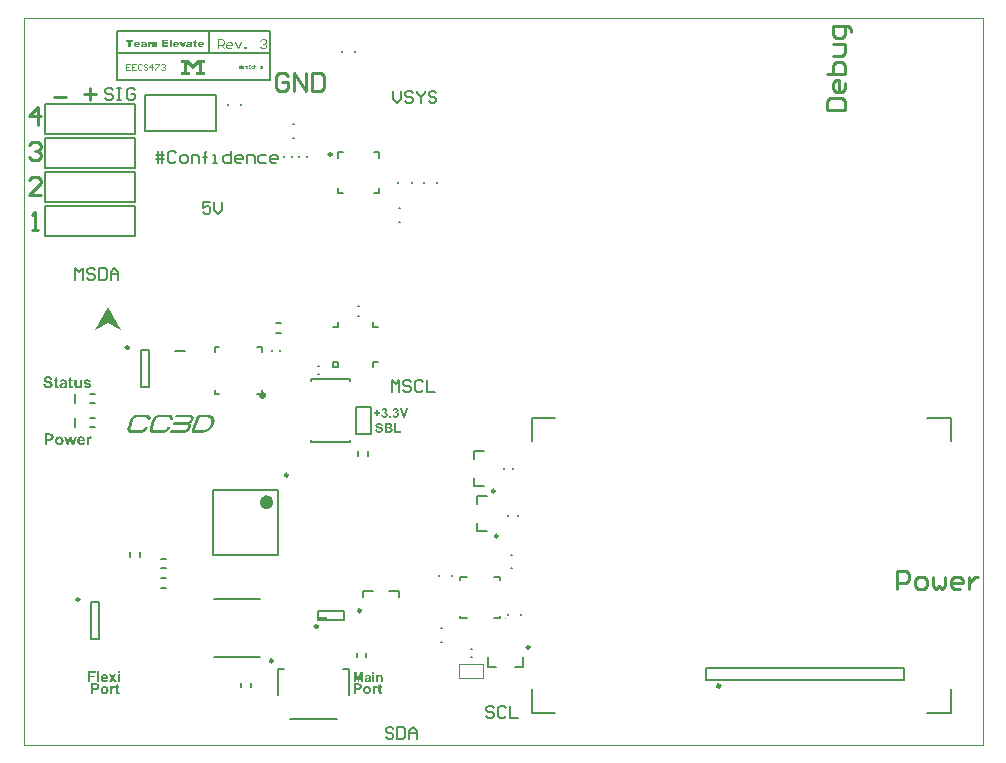
<source format=gto>
%FSAX44Y44*%
%MOMM*%
G71*
G01*
G75*
%ADD10C,0.2540*%
%ADD11C,0.2032*%
%ADD12C,0.5080*%
%ADD13C,0.3048*%
%ADD14C,0.6350*%
%ADD15C,0.3810*%
%ADD16C,0.7620*%
%ADD17R,0.8500X2.3000*%
%ADD18R,1.3000X0.8500*%
%ADD19R,0.2032X1.1430*%
%ADD20R,0.9000X0.8000*%
%ADD21R,1.0000X1.0000*%
%ADD22R,1.0000X1.0000*%
%ADD23R,0.9000X1.0000*%
%ADD24R,0.6000X1.5000*%
%ADD25R,1.0000X0.9000*%
%ADD26R,0.8000X0.9000*%
%ADD27R,0.6000X1.5500*%
%ADD28R,1.2000X1.8000*%
%ADD29O,2.2000X0.6000*%
%ADD30R,0.3500X0.6500*%
%ADD31O,1.8500X0.2650*%
%ADD32O,0.2650X1.8500*%
%ADD33O,1.8500X0.2650*%
%ADD34R,0.3366X0.7112*%
%ADD35R,0.7112X0.3366*%
%ADD36R,1.0160X0.8000*%
%ADD37R,0.9000X0.6500*%
%ADD38R,1.1000X1.4000*%
%ADD39R,1.4000X1.1000*%
%ADD40O,0.8500X0.2800*%
%ADD41O,0.2800X0.8500*%
%ADD42R,1.7000X1.7000*%
%ADD43R,1.4000X0.6000*%
%ADD44R,0.6298X0.2500*%
%ADD45R,0.6298X0.2500*%
%ADD46R,0.2500X0.6298*%
%ADD47R,0.2500X0.6298*%
%ADD48R,1.1000X1.1000*%
%ADD49R,0.5200X0.5200*%
%ADD50R,0.7000X0.9000*%
%ADD51R,0.9500X1.4000*%
%ADD52R,0.6500X0.9000*%
%ADD53R,0.8000X0.9000*%
%ADD54O,0.8500X0.3000*%
%ADD55R,1.6500X2.4000*%
%ADD56R,1.3500X0.9500*%
%ADD57R,0.9000X0.8000*%
%ADD58R,0.9000X0.7000*%
%ADD59R,0.9500X1.3500*%
%ADD60R,0.8500X1.3000*%
%ADD61C,0.5000*%
%ADD62C,0.2000*%
%ADD63C,0.1700*%
%ADD64C,0.4000*%
%ADD65C,0.3000*%
%ADD66C,2.1590*%
%ADD67C,0.1600*%
%ADD68C,0.1524*%
%ADD69C,0.1540*%
%ADD70C,1.0000*%
%ADD71C,2.0000*%
%ADD72C,0.6000*%
%ADD73C,0.7500*%
%ADD74C,0.3500*%
%ADD75C,0.2500*%
%ADD76C,0.5588*%
%ADD77C,0.4500*%
%ADD78C,1.5000*%
%ADD79C,0.0254*%
%ADD80C,2.5400*%
%ADD81C,0.9000*%
%ADD82C,1.8796*%
G04:AMPARAMS|DCode=83|XSize=1.8796mm|YSize=1.8796mm|CornerRadius=0.4699mm|HoleSize=0mm|Usage=FLASHONLY|Rotation=180.000|XOffset=0mm|YOffset=0mm|HoleType=Round|Shape=RoundedRectangle|*
%AMROUNDEDRECTD83*
21,1,1.8796,0.9398,0,0,180.0*
21,1,0.9398,1.8796,0,0,180.0*
1,1,0.9398,-0.4699,0.4699*
1,1,0.9398,0.4699,0.4699*
1,1,0.9398,0.4699,-0.4699*
1,1,0.9398,-0.4699,-0.4699*
%
%ADD83ROUNDEDRECTD83*%
%ADD84C,2.0066*%
%ADD85C,0.8000*%
%ADD86C,0.7112*%
%ADD87C,1.1000*%
%ADD88C,0.7300*%
%ADD89C,0.6900*%
%ADD90C,1.0000*%
%ADD91C,0.5000*%
%ADD92C,0.6600*%
%ADD93R,2.5000X2.0500*%
%ADD94R,2.3000X0.5000*%
%ADD95R,2.0500X2.5000*%
%ADD96R,0.5000X2.3000*%
%ADD97R,1.2000X1.8000*%
%ADD98R,1.8000X1.2000*%
%ADD99R,1.5500X0.6000*%
%ADD100R,1.8000X3.9000*%
%ADD101R,1.3000X4.5000*%
%ADD102R,3.3000X3.3000*%
%ADD103R,0.3000X0.3000*%
%ADD104R,0.5000X0.3000*%
%ADD105R,0.3000X0.3000*%
%ADD106R,0.3000X0.5000*%
%ADD107C,0.1000*%
%ADD108C,0.1500*%
%ADD109C,0.1270*%
%ADD110R,0.7750X0.4500*%
G36*
X00646150Y00738238D02*
X00646264D01*
X00646404Y00738212D01*
X00646556Y00738200D01*
X00646734Y00738162D01*
X00646937Y00738123D01*
X00647141Y00738060D01*
X00647357Y00737997D01*
X00647572Y00737908D01*
X00647788Y00737806D01*
X00648017Y00737692D01*
X00648233Y00737539D01*
X00648436Y00737387D01*
X00648639Y00737196D01*
X00648652Y00737184D01*
X00648690Y00737146D01*
X00648741Y00737095D01*
X00648804Y00737006D01*
X00648881Y00736904D01*
X00648969Y00736777D01*
X00649058Y00736638D01*
X00649160Y00736472D01*
X00649249Y00736295D01*
X00649338Y00736092D01*
X00649427Y00735876D01*
X00649503Y00735647D01*
X00649579Y00735406D01*
X00649630Y00735139D01*
X00649655Y00734860D01*
X00649668Y00734567D01*
Y00734555D01*
Y00734491D01*
X00649655Y00734415D01*
Y00734301D01*
X00649643Y00734161D01*
X00649617Y00733996D01*
X00649579Y00733818D01*
X00649541Y00733628D01*
X00649477Y00733425D01*
X00649414Y00733209D01*
X00649325Y00732993D01*
X00649223Y00732764D01*
X00649109Y00732535D01*
X00648969Y00732320D01*
X00648804Y00732104D01*
X00648627Y00731900D01*
X00648614Y00731888D01*
X00648576Y00731850D01*
X00648525Y00731799D01*
X00648436Y00731735D01*
X00648335Y00731659D01*
X00648220Y00731570D01*
X00648068Y00731469D01*
X00647915Y00731380D01*
X00647725Y00731278D01*
X00647534Y00731177D01*
X00647318Y00731088D01*
X00647090Y00731012D01*
X00646849Y00730948D01*
X00646582Y00730897D01*
X00646315Y00730859D01*
X00646023Y00730846D01*
X00645921D01*
X00645858Y00730859D01*
X00645769D01*
X00645667Y00730872D01*
X00645553Y00730884D01*
X00645426Y00730897D01*
X00645134Y00730948D01*
X00644829Y00731024D01*
X00644486Y00731139D01*
X00644156Y00731278D01*
X00644144D01*
X00644118Y00731304D01*
X00644067Y00731329D01*
X00644016Y00731367D01*
X00643940Y00731405D01*
X00643851Y00731469D01*
X00643661Y00731608D01*
X00643445Y00731786D01*
X00643229Y00732015D01*
X00643013Y00732269D01*
X00642823Y00732574D01*
Y00732586D01*
X00642797Y00732612D01*
X00642785Y00732663D01*
X00642747Y00732726D01*
X00642721Y00732815D01*
X00642683Y00732904D01*
X00642632Y00733018D01*
X00642594Y00733158D01*
X00642556Y00733298D01*
X00642505Y00733450D01*
X00642467Y00733628D01*
X00642442Y00733805D01*
X00642391Y00734199D01*
X00642365Y00734644D01*
Y00734656D01*
Y00734682D01*
Y00734733D01*
X00642378Y00734809D01*
Y00734885D01*
X00642391Y00734987D01*
X00642404Y00735101D01*
X00642429Y00735215D01*
X00642480Y00735495D01*
X00642556Y00735799D01*
X00642670Y00736117D01*
X00642823Y00736447D01*
Y00736460D01*
X00642848Y00736485D01*
X00642874Y00736536D01*
X00642912Y00736587D01*
X00642950Y00736663D01*
X00643013Y00736752D01*
X00643153Y00736942D01*
X00643343Y00737158D01*
X00643559Y00737374D01*
X00643826Y00737590D01*
X00644118Y00737781D01*
X00644131D01*
X00644156Y00737806D01*
X00644207Y00737819D01*
X00644270Y00737857D01*
X00644347Y00737895D01*
X00644448Y00737933D01*
X00644550Y00737971D01*
X00644677Y00738022D01*
X00644956Y00738098D01*
X00645274Y00738174D01*
X00645617Y00738225D01*
X00645998Y00738251D01*
X00646074D01*
X00646150Y00738238D01*
D02*
G37*
G36*
X00636676Y00789203D02*
X00636828Y00789190D01*
X00637006Y00789177D01*
X00637197Y00789152D01*
X00637412Y00789114D01*
X00637857Y00789012D01*
X00638086Y00788949D01*
X00638314Y00788873D01*
X00638543Y00788784D01*
X00638759Y00788670D01*
X00638962Y00788542D01*
X00639140Y00788403D01*
X00639152Y00788390D01*
X00639178Y00788365D01*
X00639229Y00788327D01*
X00639292Y00788263D01*
X00639356Y00788174D01*
X00639432Y00788085D01*
X00639521Y00787971D01*
X00639610Y00787831D01*
X00639698Y00787692D01*
X00639787Y00787526D01*
X00639864Y00787349D01*
X00639940Y00787158D01*
X00640003Y00786955D01*
X00640067Y00786739D01*
X00640105Y00786498D01*
X00640118Y00786256D01*
X00638149Y00786180D01*
Y00786193D01*
Y00786218D01*
X00638136Y00786256D01*
X00638124Y00786307D01*
X00638086Y00786434D01*
X00638035Y00786599D01*
X00637959Y00786777D01*
X00637870Y00786955D01*
X00637743Y00787120D01*
X00637603Y00787260D01*
X00637578Y00787272D01*
X00637527Y00787311D01*
X00637425Y00787361D01*
X00637285Y00787425D01*
X00637120Y00787488D01*
X00636904Y00787539D01*
X00636651Y00787577D01*
X00636358Y00787590D01*
X00636219D01*
X00636143Y00787577D01*
X00636066D01*
X00635863Y00787552D01*
X00635647Y00787501D01*
X00635431Y00787438D01*
X00635203Y00787349D01*
X00635012Y00787234D01*
X00635000Y00787222D01*
X00634961Y00787196D01*
X00634911Y00787145D01*
X00634860Y00787069D01*
X00634809Y00786980D01*
X00634758Y00786879D01*
X00634720Y00786765D01*
X00634707Y00786625D01*
Y00786612D01*
Y00786574D01*
X00634720Y00786498D01*
X00634745Y00786422D01*
X00634784Y00786333D01*
X00634834Y00786231D01*
X00634898Y00786130D01*
X00635000Y00786028D01*
X00635012Y00786015D01*
X00635038Y00786003D01*
X00635076Y00785977D01*
X00635126Y00785952D01*
X00635190Y00785914D01*
X00635266Y00785875D01*
X00635368Y00785837D01*
X00635469Y00785787D01*
X00635596Y00785736D01*
X00635749Y00785685D01*
X00635914Y00785621D01*
X00636104Y00785571D01*
X00636308Y00785507D01*
X00636549Y00785444D01*
X00636803Y00785380D01*
X00636816D01*
X00636866Y00785368D01*
X00636943Y00785342D01*
X00637044Y00785317D01*
X00637159Y00785291D01*
X00637298Y00785253D01*
X00637451Y00785215D01*
X00637603Y00785164D01*
X00637946Y00785050D01*
X00638302Y00784936D01*
X00638632Y00784809D01*
X00638784Y00784733D01*
X00638924Y00784669D01*
X00638937D01*
X00638949Y00784656D01*
X00638987Y00784631D01*
X00639038Y00784605D01*
X00639165Y00784517D01*
X00639318Y00784402D01*
X00639495Y00784263D01*
X00639673Y00784085D01*
X00639838Y00783894D01*
X00640003Y00783666D01*
Y00783653D01*
X00640016Y00783640D01*
X00640041Y00783602D01*
X00640067Y00783551D01*
X00640092Y00783488D01*
X00640130Y00783424D01*
X00640207Y00783234D01*
X00640270Y00783018D01*
X00640333Y00782751D01*
X00640384Y00782447D01*
X00640397Y00782116D01*
Y00782104D01*
Y00782078D01*
Y00782027D01*
X00640384Y00781977D01*
Y00781900D01*
X00640372Y00781812D01*
X00640333Y00781596D01*
X00640283Y00781354D01*
X00640194Y00781088D01*
X00640079Y00780808D01*
X00639927Y00780529D01*
Y00780516D01*
X00639902Y00780503D01*
X00639876Y00780465D01*
X00639838Y00780415D01*
X00639737Y00780287D01*
X00639584Y00780122D01*
X00639394Y00779945D01*
X00639178Y00779767D01*
X00638911Y00779602D01*
X00638606Y00779449D01*
X00638594D01*
X00638568Y00779437D01*
X00638517Y00779411D01*
X00638454Y00779398D01*
X00638365Y00779373D01*
X00638276Y00779335D01*
X00638149Y00779310D01*
X00638022Y00779271D01*
X00637870Y00779233D01*
X00637717Y00779208D01*
X00637539Y00779183D01*
X00637349Y00779145D01*
X00636943Y00779106D01*
X00636485Y00779094D01*
X00636308D01*
X00636181Y00779106D01*
X00636028Y00779119D01*
X00635850Y00779145D01*
X00635647Y00779170D01*
X00635431Y00779195D01*
X00634974Y00779297D01*
X00634745Y00779373D01*
X00634504Y00779449D01*
X00634276Y00779551D01*
X00634047Y00779665D01*
X00633831Y00779792D01*
X00633641Y00779945D01*
X00633628Y00779957D01*
X00633602Y00779983D01*
X00633552Y00780033D01*
X00633488Y00780110D01*
X00633399Y00780199D01*
X00633323Y00780300D01*
X00633222Y00780427D01*
X00633120Y00780580D01*
X00633018Y00780745D01*
X00632917Y00780922D01*
X00632815Y00781126D01*
X00632726Y00781354D01*
X00632637Y00781596D01*
X00632561Y00781862D01*
X00632510Y00782142D01*
X00632459Y00782434D01*
X00634377Y00782624D01*
Y00782612D01*
X00634390Y00782586D01*
X00634403Y00782535D01*
X00634415Y00782472D01*
X00634428Y00782383D01*
X00634453Y00782294D01*
X00634530Y00782091D01*
X00634618Y00781850D01*
X00634745Y00781621D01*
X00634898Y00781392D01*
X00635076Y00781202D01*
X00635101Y00781189D01*
X00635177Y00781138D01*
X00635292Y00781062D01*
X00635457Y00780986D01*
X00635660Y00780897D01*
X00635901Y00780834D01*
X00636181Y00780783D01*
X00636498Y00780757D01*
X00636587D01*
X00636651Y00780770D01*
X00636739D01*
X00636828Y00780783D01*
X00637032Y00780808D01*
X00637273Y00780859D01*
X00637501Y00780922D01*
X00637730Y00781024D01*
X00637933Y00781151D01*
X00637959Y00781164D01*
X00638009Y00781227D01*
X00638086Y00781303D01*
X00638187Y00781418D01*
X00638276Y00781557D01*
X00638352Y00781723D01*
X00638403Y00781900D01*
X00638428Y00782091D01*
Y00782104D01*
Y00782154D01*
X00638416Y00782218D01*
X00638403Y00782294D01*
X00638378Y00782396D01*
X00638340Y00782497D01*
X00638289Y00782599D01*
X00638225Y00782688D01*
X00638213Y00782701D01*
X00638187Y00782726D01*
X00638136Y00782777D01*
X00638060Y00782828D01*
X00637959Y00782891D01*
X00637844Y00782967D01*
X00637692Y00783043D01*
X00637514Y00783107D01*
X00637501Y00783120D01*
X00637438Y00783132D01*
X00637400Y00783145D01*
X00637336Y00783158D01*
X00637273Y00783183D01*
X00637184Y00783208D01*
X00637095Y00783234D01*
X00636981Y00783272D01*
X00636854Y00783310D01*
X00636701Y00783348D01*
X00636536Y00783386D01*
X00636358Y00783437D01*
X00636155Y00783488D01*
X00635939Y00783539D01*
X00635927D01*
X00635876Y00783551D01*
X00635787Y00783577D01*
X00635685Y00783615D01*
X00635558Y00783653D01*
X00635406Y00783691D01*
X00635241Y00783742D01*
X00635063Y00783805D01*
X00634695Y00783945D01*
X00634326Y00784110D01*
X00634161Y00784199D01*
X00633996Y00784301D01*
X00633844Y00784402D01*
X00633717Y00784504D01*
X00633704Y00784517D01*
X00633679Y00784542D01*
X00633641Y00784593D01*
X00633577Y00784644D01*
X00633514Y00784733D01*
X00633437Y00784821D01*
X00633361Y00784936D01*
X00633272Y00785063D01*
X00633196Y00785190D01*
X00633107Y00785342D01*
X00632967Y00785685D01*
X00632904Y00785863D01*
X00632866Y00786066D01*
X00632840Y00786269D01*
X00632828Y00786485D01*
Y00786498D01*
Y00786523D01*
Y00786561D01*
X00632840Y00786612D01*
X00632853Y00786752D01*
X00632879Y00786930D01*
X00632929Y00787145D01*
X00633006Y00787374D01*
X00633107Y00787628D01*
X00633247Y00787869D01*
Y00787882D01*
X00633272Y00787895D01*
X00633323Y00787984D01*
X00633425Y00788098D01*
X00633552Y00788238D01*
X00633730Y00788403D01*
X00633933Y00788568D01*
X00634174Y00788733D01*
X00634453Y00788873D01*
X00634466D01*
X00634492Y00788885D01*
X00634530Y00788911D01*
X00634593Y00788923D01*
X00634669Y00788949D01*
X00634771Y00788987D01*
X00634873Y00789012D01*
X00635000Y00789051D01*
X00635126Y00789076D01*
X00635279Y00789101D01*
X00635596Y00789165D01*
X00635965Y00789203D01*
X00636371Y00789216D01*
X00636549D01*
X00636676Y00789203D01*
D02*
G37*
G36*
X00637476Y00740765D02*
X00637844D01*
X00638251Y00740740D01*
X00638632Y00740714D01*
X00638810Y00740702D01*
X00638975Y00740676D01*
X00639114Y00740651D01*
X00639229Y00740625D01*
X00639241D01*
X00639267Y00740613D01*
X00639305Y00740600D01*
X00639368Y00740575D01*
X00639432Y00740549D01*
X00639521Y00740524D01*
X00639711Y00740422D01*
X00639927Y00740295D01*
X00640168Y00740130D01*
X00640397Y00739927D01*
X00640626Y00739673D01*
X00640638Y00739660D01*
X00640651Y00739635D01*
X00640676Y00739597D01*
X00640714Y00739546D01*
X00640753Y00739470D01*
X00640803Y00739381D01*
X00640854Y00739279D01*
X00640918Y00739165D01*
X00640968Y00739025D01*
X00641019Y00738885D01*
X00641070Y00738733D01*
X00641108Y00738555D01*
X00641172Y00738187D01*
X00641197Y00737984D01*
Y00737768D01*
Y00737755D01*
Y00737730D01*
Y00737679D01*
Y00737616D01*
X00641184Y00737539D01*
Y00737450D01*
X00641159Y00737247D01*
X00641121Y00737006D01*
X00641057Y00736752D01*
X00640981Y00736498D01*
X00640867Y00736257D01*
Y00736244D01*
X00640854Y00736231D01*
X00640803Y00736155D01*
X00640740Y00736041D01*
X00640638Y00735914D01*
X00640511Y00735749D01*
X00640372Y00735596D01*
X00640207Y00735431D01*
X00640029Y00735291D01*
X00640003Y00735279D01*
X00639940Y00735241D01*
X00639851Y00735177D01*
X00639711Y00735101D01*
X00639559Y00735025D01*
X00639394Y00734949D01*
X00639203Y00734885D01*
X00639013Y00734834D01*
X00638975D01*
X00638937Y00734821D01*
X00638886Y00734809D01*
X00638810Y00734796D01*
X00638721D01*
X00638619Y00734783D01*
X00638492Y00734771D01*
X00638365Y00734758D01*
X00638213Y00734745D01*
X00638047Y00734733D01*
X00637857Y00734720D01*
X00637667Y00734707D01*
X00637451D01*
X00637222Y00734695D01*
X00635698D01*
Y00731012D01*
X00633730D01*
Y00740778D01*
X00637311D01*
X00637476Y00740765D01*
D02*
G37*
G36*
X00664578Y00738238D02*
X00664692D01*
X00664819Y00738212D01*
X00664971Y00738200D01*
X00665137Y00738162D01*
X00665327Y00738123D01*
X00665518Y00738060D01*
X00665721Y00737997D01*
X00665937Y00737908D01*
X00666140Y00737806D01*
X00666343Y00737692D01*
X00666546Y00737539D01*
X00666737Y00737387D01*
X00666915Y00737196D01*
X00666927Y00737184D01*
X00666953Y00737146D01*
X00667003Y00737082D01*
X00667054Y00737006D01*
X00667131Y00736892D01*
X00667207Y00736752D01*
X00667283Y00736600D01*
X00667372Y00736409D01*
X00667448Y00736193D01*
X00667537Y00735965D01*
X00667600Y00735698D01*
X00667677Y00735418D01*
X00667727Y00735101D01*
X00667766Y00734758D01*
X00667791Y00734402D01*
Y00734009D01*
X00663105D01*
Y00733996D01*
Y00733971D01*
Y00733932D01*
X00663117Y00733869D01*
X00663130Y00733717D01*
X00663168Y00733526D01*
X00663219Y00733323D01*
X00663295Y00733107D01*
X00663409Y00732891D01*
X00663549Y00732701D01*
X00663575Y00732675D01*
X00663625Y00732624D01*
X00663714Y00732561D01*
X00663841Y00732472D01*
X00664006Y00732383D01*
X00664184Y00732320D01*
X00664400Y00732269D01*
X00664629Y00732243D01*
X00664705D01*
X00664781Y00732256D01*
X00664883Y00732269D01*
X00664997Y00732294D01*
X00665111Y00732345D01*
X00665238Y00732396D01*
X00665352Y00732472D01*
X00665365Y00732485D01*
X00665403Y00732523D01*
X00665454Y00732574D01*
X00665530Y00732663D01*
X00665607Y00732777D01*
X00665683Y00732904D01*
X00665759Y00733069D01*
X00665822Y00733259D01*
X00667689Y00732942D01*
Y00732929D01*
X00667677Y00732891D01*
X00667651Y00732840D01*
X00667626Y00732777D01*
X00667575Y00732688D01*
X00667537Y00732586D01*
X00667410Y00732358D01*
X00667245Y00732104D01*
X00667054Y00731850D01*
X00666813Y00731596D01*
X00666546Y00731380D01*
X00666534D01*
X00666508Y00731354D01*
X00666470Y00731329D01*
X00666407Y00731291D01*
X00666330Y00731253D01*
X00666242Y00731215D01*
X00666140Y00731164D01*
X00666013Y00731113D01*
X00665873Y00731062D01*
X00665733Y00731012D01*
X00665403Y00730935D01*
X00665022Y00730872D01*
X00664603Y00730846D01*
X00664527D01*
X00664425Y00730859D01*
X00664298Y00730872D01*
X00664146Y00730884D01*
X00663981Y00730910D01*
X00663778Y00730948D01*
X00663575Y00730999D01*
X00663359Y00731062D01*
X00663130Y00731139D01*
X00662901Y00731240D01*
X00662685Y00731354D01*
X00662457Y00731494D01*
X00662254Y00731659D01*
X00662063Y00731837D01*
X00661885Y00732053D01*
X00661873Y00732066D01*
X00661860Y00732104D01*
X00661822Y00732154D01*
X00661771Y00732231D01*
X00661720Y00732320D01*
X00661669Y00732434D01*
X00661606Y00732574D01*
X00661543Y00732726D01*
X00661466Y00732891D01*
X00661403Y00733069D01*
X00661352Y00733272D01*
X00661301Y00733488D01*
X00661250Y00733717D01*
X00661212Y00733958D01*
X00661200Y00734225D01*
X00661187Y00734491D01*
Y00734517D01*
Y00734567D01*
X00661200Y00734656D01*
Y00734783D01*
X00661212Y00734923D01*
X00661238Y00735101D01*
X00661263Y00735291D01*
X00661301Y00735495D01*
X00661352Y00735711D01*
X00661415Y00735939D01*
X00661479Y00736168D01*
X00661568Y00736396D01*
X00661682Y00736625D01*
X00661796Y00736841D01*
X00661936Y00737057D01*
X00662101Y00737247D01*
X00662114Y00737260D01*
X00662139Y00737285D01*
X00662190Y00737336D01*
X00662266Y00737400D01*
X00662355Y00737476D01*
X00662470Y00737565D01*
X00662597Y00737654D01*
X00662736Y00737755D01*
X00662901Y00737844D01*
X00663066Y00737933D01*
X00663257Y00738022D01*
X00663473Y00738098D01*
X00663689Y00738162D01*
X00663917Y00738212D01*
X00664171Y00738238D01*
X00664425Y00738251D01*
X00664502D01*
X00664578Y00738238D01*
D02*
G37*
G36*
X00669861Y00786498D02*
X00669975D01*
X00670115Y00786485D01*
X00670267Y00786472D01*
X00670433Y00786447D01*
X00670788Y00786396D01*
X00671144Y00786307D01*
X00671487Y00786193D01*
X00671639Y00786117D01*
X00671779Y00786028D01*
X00671791D01*
X00671804Y00786003D01*
X00671842Y00785977D01*
X00671893Y00785939D01*
X00672020Y00785837D01*
X00672172Y00785685D01*
X00672325Y00785482D01*
X00672490Y00785240D01*
X00672642Y00784961D01*
X00672757Y00784644D01*
X00670991Y00784313D01*
Y00784326D01*
X00670966Y00784377D01*
X00670940Y00784453D01*
X00670890Y00784542D01*
X00670839Y00784644D01*
X00670763Y00784745D01*
X00670674Y00784847D01*
X00670559Y00784936D01*
X00670547Y00784948D01*
X00670496Y00784974D01*
X00670433Y00785012D01*
X00670331Y00785050D01*
X00670204Y00785088D01*
X00670051Y00785126D01*
X00669861Y00785152D01*
X00669658Y00785164D01*
X00669531D01*
X00669404Y00785152D01*
X00669239Y00785139D01*
X00669074Y00785114D01*
X00668896Y00785075D01*
X00668731Y00785025D01*
X00668591Y00784948D01*
X00668578D01*
X00668566Y00784923D01*
X00668489Y00784847D01*
X00668426Y00784733D01*
X00668400Y00784656D01*
X00668388Y00784567D01*
Y00784555D01*
Y00784529D01*
X00668400Y00784491D01*
X00668413Y00784453D01*
X00668464Y00784339D01*
X00668502Y00784275D01*
X00668566Y00784224D01*
X00668578Y00784212D01*
X00668629Y00784186D01*
X00668667Y00784174D01*
X00668731Y00784148D01*
X00668794Y00784123D01*
X00668883Y00784098D01*
X00668985Y00784059D01*
X00669112Y00784021D01*
X00669251Y00783983D01*
X00669417Y00783932D01*
X00669594Y00783882D01*
X00669810Y00783831D01*
X00670051Y00783767D01*
X00670318Y00783704D01*
X00670331D01*
X00670382Y00783691D01*
X00670458Y00783666D01*
X00670559Y00783640D01*
X00670686Y00783615D01*
X00670826Y00783564D01*
X00670979Y00783526D01*
X00671144Y00783475D01*
X00671487Y00783348D01*
X00671830Y00783208D01*
X00671995Y00783132D01*
X00672147Y00783043D01*
X00672287Y00782954D01*
X00672401Y00782866D01*
X00672414D01*
X00672426Y00782840D01*
X00672490Y00782777D01*
X00672591Y00782662D01*
X00672706Y00782510D01*
X00672807Y00782307D01*
X00672909Y00782066D01*
X00672972Y00781786D01*
X00672998Y00781634D01*
Y00781469D01*
Y00781456D01*
Y00781431D01*
Y00781380D01*
X00672985Y00781303D01*
X00672972Y00781227D01*
X00672960Y00781126D01*
X00672896Y00780897D01*
X00672795Y00780643D01*
X00672731Y00780503D01*
X00672655Y00780364D01*
X00672566Y00780224D01*
X00672452Y00780072D01*
X00672325Y00779945D01*
X00672185Y00779805D01*
X00672172Y00779792D01*
X00672147Y00779780D01*
X00672096Y00779741D01*
X00672033Y00779691D01*
X00671944Y00779640D01*
X00671842Y00779589D01*
X00671715Y00779526D01*
X00671575Y00779462D01*
X00671423Y00779386D01*
X00671245Y00779322D01*
X00671042Y00779271D01*
X00670826Y00779221D01*
X00670585Y00779170D01*
X00670331Y00779132D01*
X00670064Y00779119D01*
X00669772Y00779106D01*
X00669632D01*
X00669531Y00779119D01*
X00669417D01*
X00669277Y00779132D01*
X00669112Y00779157D01*
X00668947Y00779183D01*
X00668578Y00779246D01*
X00668197Y00779348D01*
X00667829Y00779487D01*
X00667651Y00779576D01*
X00667486Y00779678D01*
X00667473Y00779691D01*
X00667448Y00779703D01*
X00667410Y00779741D01*
X00667346Y00779780D01*
X00667283Y00779843D01*
X00667207Y00779919D01*
X00667042Y00780097D01*
X00666851Y00780326D01*
X00666673Y00780592D01*
X00666508Y00780910D01*
X00666445Y00781088D01*
X00666394Y00781265D01*
X00668273Y00781557D01*
Y00781532D01*
X00668299Y00781469D01*
X00668324Y00781367D01*
X00668375Y00781253D01*
X00668439Y00781113D01*
X00668515Y00780973D01*
X00668616Y00780846D01*
X00668743Y00780732D01*
X00668756Y00780719D01*
X00668807Y00780694D01*
X00668896Y00780643D01*
X00669010Y00780592D01*
X00669163Y00780542D01*
X00669328Y00780491D01*
X00669544Y00780465D01*
X00669772Y00780453D01*
X00669886D01*
X00670026Y00780465D01*
X00670179Y00780491D01*
X00670356Y00780516D01*
X00670534Y00780567D01*
X00670712Y00780630D01*
X00670864Y00780719D01*
X00670877Y00780732D01*
X00670902Y00780757D01*
X00670940Y00780796D01*
X00670991Y00780846D01*
X00671042Y00780922D01*
X00671080Y00780999D01*
X00671106Y00781100D01*
X00671118Y00781215D01*
Y00781227D01*
Y00781253D01*
X00671106Y00781291D01*
Y00781342D01*
X00671055Y00781456D01*
X00671029Y00781519D01*
X00670979Y00781570D01*
X00670966D01*
X00670953Y00781596D01*
X00670915Y00781621D01*
X00670852Y00781646D01*
X00670763Y00781684D01*
X00670661Y00781723D01*
X00670521Y00781773D01*
X00670356Y00781812D01*
X00670331D01*
X00670255Y00781837D01*
X00670140Y00781862D01*
X00669988Y00781900D01*
X00669810Y00781938D01*
X00669607Y00781989D01*
X00669378Y00782053D01*
X00669150Y00782116D01*
X00668654Y00782256D01*
X00668413Y00782332D01*
X00668185Y00782408D01*
X00667969Y00782497D01*
X00667778Y00782573D01*
X00667613Y00782650D01*
X00667486Y00782726D01*
X00667473Y00782739D01*
X00667448Y00782751D01*
X00667410Y00782789D01*
X00667359Y00782828D01*
X00667296Y00782891D01*
X00667219Y00782967D01*
X00667067Y00783145D01*
X00666915Y00783374D01*
X00666775Y00783653D01*
X00666724Y00783805D01*
X00666686Y00783970D01*
X00666661Y00784136D01*
X00666648Y00784326D01*
Y00784339D01*
Y00784364D01*
Y00784415D01*
X00666661Y00784479D01*
X00666673Y00784555D01*
X00666686Y00784656D01*
X00666737Y00784872D01*
X00666826Y00785114D01*
X00666889Y00785240D01*
X00666953Y00785368D01*
X00667042Y00785507D01*
X00667131Y00785634D01*
X00667245Y00785761D01*
X00667372Y00785875D01*
X00667384Y00785888D01*
X00667410Y00785901D01*
X00667448Y00785939D01*
X00667512Y00785977D01*
X00667588Y00786028D01*
X00667677Y00786079D01*
X00667791Y00786130D01*
X00667931Y00786193D01*
X00668070Y00786256D01*
X00668235Y00786307D01*
X00668426Y00786358D01*
X00668629Y00786409D01*
X00668845Y00786447D01*
X00669086Y00786485D01*
X00669340Y00786498D01*
X00669620Y00786510D01*
X00669759D01*
X00669861Y00786498D01*
D02*
G37*
G36*
X00656132Y00786345D02*
X00657415D01*
Y00784859D01*
X00656132D01*
Y00781989D01*
Y00781977D01*
Y00781951D01*
Y00781913D01*
Y00781850D01*
Y00781710D01*
Y00781545D01*
X00656145Y00781367D01*
Y00781202D01*
Y00781062D01*
X00656158Y00781011D01*
Y00780973D01*
X00656170Y00780948D01*
X00656196Y00780897D01*
X00656247Y00780821D01*
X00656323Y00780745D01*
X00656336D01*
X00656348Y00780732D01*
X00656412Y00780707D01*
X00656526Y00780668D01*
X00656653Y00780656D01*
X00656704D01*
X00656755Y00780668D01*
X00656843Y00780681D01*
X00656945Y00780694D01*
X00657072Y00780732D01*
X00657225Y00780770D01*
X00657402Y00780834D01*
X00657567Y00779373D01*
X00657555D01*
X00657542Y00779360D01*
X00657504Y00779348D01*
X00657453Y00779335D01*
X00657313Y00779284D01*
X00657136Y00779246D01*
X00656920Y00779195D01*
X00656666Y00779145D01*
X00656386Y00779119D01*
X00656081Y00779106D01*
X00655993D01*
X00655904Y00779119D01*
X00655789Y00779132D01*
X00655650Y00779145D01*
X00655497Y00779183D01*
X00655332Y00779221D01*
X00655180Y00779271D01*
X00655167Y00779284D01*
X00655116Y00779297D01*
X00655040Y00779335D01*
X00654951Y00779386D01*
X00654761Y00779526D01*
X00654659Y00779614D01*
X00654583Y00779703D01*
X00654570Y00779716D01*
X00654557Y00779754D01*
X00654519Y00779818D01*
X00654481Y00779906D01*
X00654430Y00780008D01*
X00654392Y00780135D01*
X00654354Y00780275D01*
X00654316Y00780440D01*
Y00780453D01*
X00654304Y00780503D01*
Y00780592D01*
X00654291Y00780732D01*
X00654278Y00780910D01*
Y00781011D01*
Y00781138D01*
X00654265Y00781265D01*
Y00781418D01*
Y00781583D01*
Y00781761D01*
Y00784859D01*
X00653402D01*
Y00786345D01*
X00654265D01*
Y00787755D01*
X00656132Y00788860D01*
Y00786345D01*
D02*
G37*
G36*
X00644004D02*
X00645286D01*
Y00784859D01*
X00644004D01*
Y00781989D01*
Y00781977D01*
Y00781951D01*
Y00781913D01*
Y00781850D01*
Y00781710D01*
Y00781545D01*
X00644016Y00781367D01*
Y00781202D01*
Y00781062D01*
X00644029Y00781011D01*
Y00780973D01*
X00644042Y00780948D01*
X00644067Y00780897D01*
X00644118Y00780821D01*
X00644194Y00780745D01*
X00644207D01*
X00644220Y00780732D01*
X00644283Y00780707D01*
X00644398Y00780668D01*
X00644525Y00780656D01*
X00644575D01*
X00644626Y00780668D01*
X00644715Y00780681D01*
X00644817Y00780694D01*
X00644944Y00780732D01*
X00645096Y00780770D01*
X00645274Y00780834D01*
X00645439Y00779373D01*
X00645426D01*
X00645414Y00779360D01*
X00645375Y00779348D01*
X00645325Y00779335D01*
X00645185Y00779284D01*
X00645007Y00779246D01*
X00644791Y00779195D01*
X00644537Y00779145D01*
X00644258Y00779119D01*
X00643953Y00779106D01*
X00643864D01*
X00643775Y00779119D01*
X00643661Y00779132D01*
X00643521Y00779145D01*
X00643369Y00779183D01*
X00643204Y00779221D01*
X00643051Y00779271D01*
X00643039Y00779284D01*
X00642988Y00779297D01*
X00642912Y00779335D01*
X00642823Y00779386D01*
X00642632Y00779526D01*
X00642531Y00779614D01*
X00642454Y00779703D01*
X00642442Y00779716D01*
X00642429Y00779754D01*
X00642391Y00779818D01*
X00642353Y00779906D01*
X00642302Y00780008D01*
X00642264Y00780135D01*
X00642226Y00780275D01*
X00642188Y00780440D01*
Y00780453D01*
X00642175Y00780503D01*
Y00780592D01*
X00642162Y00780732D01*
X00642150Y00780910D01*
Y00781011D01*
Y00781138D01*
X00642137Y00781265D01*
Y00781418D01*
Y00781583D01*
Y00781761D01*
Y00784859D01*
X00641273D01*
Y00786345D01*
X00642137D01*
Y00787755D01*
X00644004Y00788860D01*
Y00786345D01*
D02*
G37*
G36*
X00665111Y00779271D02*
X00663371D01*
Y00780326D01*
X00663359Y00780300D01*
X00663295Y00780237D01*
X00663219Y00780122D01*
X00663092Y00779995D01*
X00662952Y00779856D01*
X00662774Y00779703D01*
X00662584Y00779564D01*
X00662355Y00779424D01*
X00662343D01*
X00662330Y00779411D01*
X00662292Y00779398D01*
X00662254Y00779373D01*
X00662127Y00779322D01*
X00661962Y00779271D01*
X00661758Y00779208D01*
X00661530Y00779157D01*
X00661289Y00779119D01*
X00661034Y00779106D01*
X00660920D01*
X00660780Y00779119D01*
X00660603Y00779145D01*
X00660412Y00779183D01*
X00660196Y00779233D01*
X00659968Y00779310D01*
X00659752Y00779411D01*
X00659726Y00779424D01*
X00659663Y00779475D01*
X00659561Y00779538D01*
X00659447Y00779640D01*
X00659307Y00779767D01*
X00659168Y00779919D01*
X00659053Y00780084D01*
X00658939Y00780287D01*
Y00780300D01*
X00658926Y00780313D01*
X00658914Y00780351D01*
X00658901Y00780389D01*
X00658863Y00780516D01*
X00658825Y00780694D01*
X00658774Y00780922D01*
X00658736Y00781189D01*
X00658710Y00781507D01*
X00658698Y00781862D01*
Y00786345D01*
X00660565D01*
Y00783094D01*
Y00783082D01*
Y00783031D01*
Y00782954D01*
Y00782853D01*
Y00782739D01*
Y00782599D01*
X00660577Y00782307D01*
X00660590Y00781989D01*
X00660603Y00781684D01*
X00660615Y00781545D01*
X00660628Y00781431D01*
X00660654Y00781329D01*
X00660666Y00781253D01*
Y00781240D01*
X00660692Y00781202D01*
X00660717Y00781138D01*
X00660755Y00781062D01*
X00660806Y00780986D01*
X00660869Y00780897D01*
X00660946Y00780808D01*
X00661034Y00780732D01*
X00661047Y00780719D01*
X00661085Y00780707D01*
X00661149Y00780668D01*
X00661225Y00780643D01*
X00661327Y00780605D01*
X00661441Y00780567D01*
X00661581Y00780554D01*
X00661720Y00780542D01*
X00661796D01*
X00661898Y00780554D01*
X00662012Y00780580D01*
X00662139Y00780605D01*
X00662292Y00780643D01*
X00662431Y00780707D01*
X00662584Y00780796D01*
X00662597Y00780808D01*
X00662647Y00780846D01*
X00662711Y00780897D01*
X00662787Y00780973D01*
X00662876Y00781075D01*
X00662965Y00781177D01*
X00663041Y00781303D01*
X00663105Y00781443D01*
X00663117Y00781469D01*
Y00781494D01*
X00663130Y00781532D01*
X00663143Y00781583D01*
X00663155Y00781646D01*
X00663168Y00781735D01*
X00663181Y00781837D01*
X00663194Y00781951D01*
X00663206Y00782091D01*
Y00782243D01*
X00663219Y00782421D01*
X00663232Y00782624D01*
X00663244Y00782840D01*
Y00783094D01*
Y00783361D01*
Y00786345D01*
X00665111D01*
Y00779271D01*
D02*
G37*
G36*
X00649655Y00786498D02*
X00649782D01*
X00649909Y00786485D01*
X00650062Y00786472D01*
X00650354Y00786434D01*
X00650671Y00786384D01*
X00650963Y00786307D01*
X00651090Y00786256D01*
X00651217Y00786206D01*
X00651230D01*
X00651243Y00786193D01*
X00651319Y00786155D01*
X00651421Y00786091D01*
X00651560Y00786003D01*
X00651700Y00785901D01*
X00651840Y00785761D01*
X00651967Y00785621D01*
X00652081Y00785456D01*
X00652094Y00785431D01*
X00652119Y00785368D01*
X00652144Y00785317D01*
X00652157Y00785253D01*
X00652183Y00785164D01*
X00652208Y00785075D01*
X00652233Y00784974D01*
X00652259Y00784847D01*
X00652271Y00784707D01*
X00652297Y00784555D01*
X00652310Y00784390D01*
X00652322Y00784199D01*
X00652335Y00783996D01*
Y00783780D01*
X00652310Y00781596D01*
Y00781583D01*
Y00781557D01*
Y00781507D01*
Y00781443D01*
Y00781367D01*
Y00781278D01*
X00652322Y00781075D01*
X00652335Y00780846D01*
X00652348Y00780618D01*
X00652373Y00780402D01*
X00652399Y00780211D01*
Y00780186D01*
X00652411Y00780135D01*
X00652437Y00780046D01*
X00652475Y00779932D01*
X00652525Y00779792D01*
X00652576Y00779627D01*
X00652653Y00779449D01*
X00652741Y00779271D01*
X00650887D01*
Y00779284D01*
X00650874Y00779310D01*
X00650862Y00779348D01*
X00650836Y00779411D01*
X00650811Y00779487D01*
X00650773Y00779576D01*
X00650735Y00779691D01*
X00650697Y00779818D01*
Y00779830D01*
Y00779843D01*
X00650671Y00779906D01*
X00650659Y00779983D01*
X00650633Y00780033D01*
X00650608Y00780008D01*
X00650544Y00779957D01*
X00650455Y00779868D01*
X00650328Y00779767D01*
X00650176Y00779652D01*
X00649998Y00779538D01*
X00649808Y00779437D01*
X00649604Y00779335D01*
X00649579Y00779322D01*
X00649516Y00779297D01*
X00649401Y00779259D01*
X00649262Y00779221D01*
X00649084Y00779183D01*
X00648893Y00779145D01*
X00648677Y00779119D01*
X00648449Y00779106D01*
X00648347D01*
X00648271Y00779119D01*
X00648182D01*
X00648068Y00779132D01*
X00647827Y00779183D01*
X00647547Y00779246D01*
X00647255Y00779348D01*
X00646976Y00779500D01*
X00646849Y00779589D01*
X00646722Y00779691D01*
X00646709Y00779703D01*
X00646696Y00779716D01*
X00646671Y00779754D01*
X00646620Y00779792D01*
X00646531Y00779932D01*
X00646417Y00780097D01*
X00646302Y00780313D01*
X00646201Y00780580D01*
X00646125Y00780872D01*
X00646112Y00781024D01*
X00646099Y00781189D01*
Y00781202D01*
Y00781215D01*
Y00781291D01*
X00646112Y00781405D01*
X00646137Y00781545D01*
X00646163Y00781710D01*
X00646214Y00781888D01*
X00646290Y00782078D01*
X00646379Y00782256D01*
X00646391Y00782281D01*
X00646430Y00782332D01*
X00646493Y00782421D01*
X00646595Y00782523D01*
X00646709Y00782637D01*
X00646836Y00782751D01*
X00647001Y00782866D01*
X00647179Y00782967D01*
X00647204Y00782980D01*
X00647280Y00783005D01*
X00647395Y00783056D01*
X00647560Y00783120D01*
X00647776Y00783183D01*
X00648030Y00783259D01*
X00648322Y00783335D01*
X00648665Y00783399D01*
X00648677D01*
X00648728Y00783412D01*
X00648792Y00783424D01*
X00648881Y00783437D01*
X00648982Y00783463D01*
X00649109Y00783488D01*
X00649389Y00783551D01*
X00649693Y00783628D01*
X00649998Y00783704D01*
X00650138Y00783742D01*
X00650265Y00783793D01*
X00650392Y00783831D01*
X00650493Y00783869D01*
Y00784047D01*
Y00784059D01*
Y00784072D01*
Y00784136D01*
X00650481Y00784237D01*
X00650455Y00784352D01*
X00650430Y00784491D01*
X00650379Y00784618D01*
X00650303Y00784733D01*
X00650214Y00784834D01*
X00650201Y00784847D01*
X00650163Y00784872D01*
X00650087Y00784910D01*
X00649986Y00784961D01*
X00649858Y00784999D01*
X00649681Y00785037D01*
X00649465Y00785063D01*
X00649211Y00785075D01*
X00649122D01*
X00649033Y00785063D01*
X00648919Y00785050D01*
X00648792Y00785025D01*
X00648665Y00784986D01*
X00648538Y00784936D01*
X00648423Y00784872D01*
X00648411Y00784859D01*
X00648373Y00784834D01*
X00648322Y00784783D01*
X00648258Y00784707D01*
X00648195Y00784618D01*
X00648119Y00784491D01*
X00648042Y00784352D01*
X00647979Y00784174D01*
X00646290Y00784479D01*
Y00784491D01*
X00646302Y00784529D01*
X00646315Y00784580D01*
X00646341Y00784644D01*
X00646379Y00784733D01*
X00646417Y00784834D01*
X00646518Y00785050D01*
X00646645Y00785304D01*
X00646823Y00785558D01*
X00647026Y00785799D01*
X00647268Y00786003D01*
X00647280D01*
X00647306Y00786028D01*
X00647344Y00786053D01*
X00647395Y00786079D01*
X00647471Y00786117D01*
X00647560Y00786168D01*
X00647674Y00786206D01*
X00647788Y00786256D01*
X00647928Y00786307D01*
X00648081Y00786345D01*
X00648258Y00786396D01*
X00648436Y00786434D01*
X00648639Y00786460D01*
X00648868Y00786485D01*
X00649097Y00786510D01*
X00649554D01*
X00649655Y00786498D01*
D02*
G37*
G36*
X00907364Y00536364D02*
X00907469D01*
X00907575Y00536353D01*
X00907702Y00536343D01*
X00907945Y00536311D01*
X00908209Y00536269D01*
X00908452Y00536205D01*
X00908558Y00536163D01*
X00908663Y00536121D01*
X00908674D01*
X00908684Y00536110D01*
X00908748Y00536078D01*
X00908832Y00536026D01*
X00908948Y00535952D01*
X00909065Y00535867D01*
X00909181Y00535751D01*
X00909287Y00535635D01*
X00909382Y00535497D01*
X00909392Y00535476D01*
X00909413Y00535423D01*
X00909435Y00535381D01*
X00909445Y00535328D01*
X00909466Y00535254D01*
X00909487Y00535180D01*
X00909509Y00535096D01*
X00909530Y00534990D01*
X00909540Y00534874D01*
X00909561Y00534747D01*
X00909572Y00534610D01*
X00909582Y00534451D01*
X00909593Y00534282D01*
Y00534103D01*
X00909572Y00532285D01*
Y00532275D01*
Y00532253D01*
Y00532211D01*
Y00532158D01*
Y00532095D01*
Y00532021D01*
X00909582Y00531852D01*
X00909593Y00531662D01*
X00909604Y00531471D01*
X00909625Y00531292D01*
X00909646Y00531133D01*
Y00531112D01*
X00909656Y00531070D01*
X00909678Y00530996D01*
X00909709Y00530901D01*
X00909752Y00530785D01*
X00909794Y00530647D01*
X00909857Y00530499D01*
X00909931Y00530351D01*
X00908388D01*
Y00530362D01*
X00908378Y00530383D01*
X00908367Y00530415D01*
X00908346Y00530468D01*
X00908325Y00530531D01*
X00908293Y00530605D01*
X00908262Y00530700D01*
X00908230Y00530806D01*
Y00530816D01*
Y00530827D01*
X00908209Y00530880D01*
X00908198Y00530943D01*
X00908177Y00530985D01*
X00908156Y00530964D01*
X00908103Y00530922D01*
X00908029Y00530848D01*
X00907924Y00530764D01*
X00907797Y00530668D01*
X00907649Y00530573D01*
X00907490Y00530489D01*
X00907321Y00530404D01*
X00907300Y00530394D01*
X00907247Y00530373D01*
X00907152Y00530341D01*
X00907036Y00530309D01*
X00906888Y00530277D01*
X00906730Y00530246D01*
X00906550Y00530225D01*
X00906360Y00530214D01*
X00906275D01*
X00906212Y00530225D01*
X00906138D01*
X00906043Y00530235D01*
X00905842Y00530277D01*
X00905610Y00530330D01*
X00905366Y00530415D01*
X00905134Y00530542D01*
X00905028Y00530616D01*
X00904923Y00530700D01*
X00904912Y00530711D01*
X00904902Y00530721D01*
X00904880Y00530753D01*
X00904838Y00530785D01*
X00904764Y00530901D01*
X00904669Y00531038D01*
X00904574Y00531218D01*
X00904489Y00531440D01*
X00904426Y00531683D01*
X00904416Y00531810D01*
X00904405Y00531947D01*
Y00531958D01*
Y00531968D01*
Y00532032D01*
X00904416Y00532127D01*
X00904437Y00532243D01*
X00904458Y00532380D01*
X00904500Y00532528D01*
X00904563Y00532687D01*
X00904637Y00532835D01*
X00904648Y00532856D01*
X00904680Y00532898D01*
X00904733Y00532972D01*
X00904817Y00533056D01*
X00904912Y00533152D01*
X00905018Y00533247D01*
X00905155Y00533342D01*
X00905303Y00533426D01*
X00905324Y00533437D01*
X00905388Y00533458D01*
X00905483Y00533500D01*
X00905620Y00533553D01*
X00905800Y00533606D01*
X00906011Y00533669D01*
X00906254Y00533733D01*
X00906539Y00533786D01*
X00906550D01*
X00906592Y00533796D01*
X00906645Y00533807D01*
X00906719Y00533817D01*
X00906804Y00533838D01*
X00906909Y00533859D01*
X00907142Y00533912D01*
X00907395Y00533976D01*
X00907649Y00534039D01*
X00907765Y00534071D01*
X00907871Y00534113D01*
X00907976Y00534145D01*
X00908061Y00534176D01*
Y00534324D01*
Y00534335D01*
Y00534346D01*
Y00534398D01*
X00908050Y00534483D01*
X00908029Y00534578D01*
X00908008Y00534694D01*
X00907966Y00534800D01*
X00907902Y00534895D01*
X00907828Y00534980D01*
X00907818Y00534990D01*
X00907786Y00535011D01*
X00907723Y00535043D01*
X00907638Y00535085D01*
X00907533Y00535117D01*
X00907385Y00535149D01*
X00907205Y00535170D01*
X00906994Y00535180D01*
X00906920D01*
X00906846Y00535170D01*
X00906751Y00535159D01*
X00906645Y00535138D01*
X00906539Y00535106D01*
X00906434Y00535064D01*
X00906339Y00535011D01*
X00906328Y00535001D01*
X00906296Y00534980D01*
X00906254Y00534937D01*
X00906201Y00534874D01*
X00906148Y00534800D01*
X00906085Y00534694D01*
X00906022Y00534578D01*
X00905969Y00534430D01*
X00904563Y00534684D01*
Y00534694D01*
X00904574Y00534726D01*
X00904585Y00534768D01*
X00904606Y00534821D01*
X00904637Y00534895D01*
X00904669Y00534980D01*
X00904754Y00535159D01*
X00904859Y00535370D01*
X00905007Y00535582D01*
X00905176Y00535783D01*
X00905377Y00535952D01*
X00905388D01*
X00905409Y00535973D01*
X00905440Y00535994D01*
X00905483Y00536015D01*
X00905546Y00536047D01*
X00905620Y00536089D01*
X00905715Y00536121D01*
X00905810Y00536163D01*
X00905927Y00536205D01*
X00906053Y00536237D01*
X00906201Y00536279D01*
X00906349Y00536311D01*
X00906518Y00536332D01*
X00906708Y00536353D01*
X00906899Y00536374D01*
X00907279D01*
X00907364Y00536364D01*
D02*
G37*
G36*
X00739168Y00756765D02*
X00739400Y00756744D01*
X00739654Y00756702D01*
X00739929Y00756638D01*
X00740204Y00756553D01*
X00740458Y00756427D01*
X00740479Y00756405D01*
X00740585Y00756363D01*
X00740712Y00756278D01*
X00740860Y00756173D01*
X00741030Y00756046D01*
X00741220Y00755876D01*
X00741410Y00755686D01*
X00741580Y00755453D01*
X00741601Y00755432D01*
X00741643Y00755348D01*
X00741707Y00755220D01*
X00741791Y00755051D01*
X00741876Y00754840D01*
X00741961Y00754586D01*
X00742024Y00754311D01*
X00742066Y00754015D01*
Y00753972D01*
Y00753866D01*
Y00753697D01*
Y00753486D01*
X00742045Y00753211D01*
X00742003Y00752914D01*
X00741918Y00752597D01*
X00741812Y00752237D01*
X00741643Y00751729D01*
X00739146D01*
X00739316Y00752216D01*
Y00752237D01*
X00739337Y00752258D01*
X00739358Y00752364D01*
X00739400Y00752555D01*
X00739421Y00752766D01*
Y00753020D01*
X00739400Y00753274D01*
X00739337Y00753549D01*
X00739210Y00753803D01*
X00739189Y00753824D01*
X00739146Y00753909D01*
X00739041Y00754015D01*
X00738893Y00754141D01*
X00738723Y00754247D01*
X00738491Y00754353D01*
X00738215Y00754438D01*
X00737877Y00754459D01*
X00730133D01*
X00729943Y00754417D01*
X00729710Y00754374D01*
X00729435Y00754290D01*
X00729139Y00754184D01*
X00728800Y00754015D01*
X00728483Y00753803D01*
X00728462Y00753782D01*
X00728419Y00753739D01*
X00728335Y00753676D01*
X00728250Y00753591D01*
X00728017Y00753359D01*
X00727763Y00753084D01*
X00727742Y00753062D01*
X00727721Y00753020D01*
X00727657Y00752935D01*
X00727594Y00752830D01*
X00727531Y00752703D01*
X00727446Y00752555D01*
X00727298Y00752216D01*
X00725097Y00745721D01*
Y00745699D01*
X00725076Y00745636D01*
X00725055Y00745551D01*
X00725013Y00745424D01*
X00724970Y00745149D01*
Y00744832D01*
Y00744811D01*
Y00744768D01*
X00724992Y00744705D01*
X00725013Y00744599D01*
X00725097Y00744388D01*
X00725203Y00744134D01*
X00725224Y00744112D01*
X00725288Y00744028D01*
X00725394Y00743943D01*
X00725542Y00743816D01*
X00725711Y00743710D01*
X00725944Y00743605D01*
X00726240Y00743520D01*
X00726557Y00743499D01*
X00734195D01*
X00734322Y00743520D01*
X00734492Y00743541D01*
X00734724Y00743584D01*
X00734999Y00743647D01*
X00735296Y00743774D01*
X00735613Y00743922D01*
X00735930Y00744134D01*
X00735973Y00744155D01*
X00736078Y00744261D01*
X00736227Y00744388D01*
X00736396Y00744578D01*
X00736607Y00744811D01*
X00736798Y00745086D01*
X00736967Y00745382D01*
X00737115Y00745721D01*
X00737284Y00746207D01*
X00739781D01*
X00739612Y00745721D01*
X00739591Y00745699D01*
X00739570Y00745657D01*
X00739527Y00745530D01*
X00739464Y00745361D01*
X00739358Y00745128D01*
X00739210Y00744853D01*
X00739062Y00744557D01*
X00738871Y00744239D01*
X00738639Y00743922D01*
X00738617Y00743880D01*
X00738533Y00743774D01*
X00738385Y00743626D01*
X00738215Y00743435D01*
X00738004Y00743203D01*
X00737750Y00742970D01*
X00737475Y00742716D01*
X00737158Y00742483D01*
X00737115Y00742462D01*
X00737009Y00742377D01*
X00736840Y00742272D01*
X00736629Y00742124D01*
X00736354Y00741975D01*
X00736057Y00741806D01*
X00735719Y00741658D01*
X00735380Y00741510D01*
X00735338Y00741489D01*
X00735232Y00741468D01*
X00735042Y00741404D01*
X00734809Y00741341D01*
X00734534Y00741277D01*
X00734217Y00741235D01*
X00733878Y00741193D01*
X00733518Y00741171D01*
X00725436D01*
X00725267Y00741193D01*
X00725034Y00741214D01*
X00724780Y00741256D01*
X00724505Y00741320D01*
X00724230Y00741404D01*
X00723955Y00741510D01*
X00723934Y00741531D01*
X00723849Y00741573D01*
X00723722Y00741658D01*
X00723553Y00741764D01*
X00723384Y00741891D01*
X00723193Y00742060D01*
X00723024Y00742251D01*
X00722855Y00742483D01*
X00722833Y00742505D01*
X00722791Y00742589D01*
X00722728Y00742737D01*
X00722643Y00742906D01*
X00722558Y00743118D01*
X00722474Y00743351D01*
X00722410Y00743626D01*
X00722368Y00743922D01*
Y00743964D01*
Y00744070D01*
Y00744239D01*
Y00744451D01*
X00722389Y00744726D01*
X00722431Y00745022D01*
X00722495Y00745361D01*
X00722601Y00745699D01*
X00724822Y00752237D01*
Y00752258D01*
X00724844Y00752280D01*
X00724886Y00752406D01*
X00724970Y00752576D01*
X00725076Y00752809D01*
X00725203Y00753084D01*
X00725372Y00753380D01*
X00725563Y00753697D01*
X00725796Y00754015D01*
X00725817Y00754057D01*
X00725901Y00754163D01*
X00726049Y00754311D01*
X00726219Y00754501D01*
X00726430Y00754734D01*
X00726684Y00754967D01*
X00726981Y00755220D01*
X00727277Y00755453D01*
X00727319Y00755474D01*
X00727425Y00755559D01*
X00727573Y00755665D01*
X00727806Y00755813D01*
X00728059Y00755961D01*
X00728356Y00756130D01*
X00728673Y00756278D01*
X00729012Y00756427D01*
X00729033D01*
X00729054Y00756448D01*
X00729181Y00756490D01*
X00729371Y00756532D01*
X00729604Y00756617D01*
X00729900Y00756681D01*
X00730218Y00756723D01*
X00730556Y00756765D01*
X00730916Y00756786D01*
X00738998D01*
X00739168Y00756765D01*
D02*
G37*
G36*
X00903190Y00530351D02*
X00901668D01*
X00901658Y00536744D01*
X00900051Y00530351D01*
X00898467D01*
X00896871Y00536744D01*
Y00530351D01*
X00895350D01*
Y00538477D01*
X00897801D01*
X00899270Y00532930D01*
X00900728Y00538477D01*
X00903190D01*
Y00530351D01*
D02*
G37*
G36*
X00912678D02*
X00911125D01*
Y00536237D01*
X00912678D01*
Y00530351D01*
D02*
G37*
G36*
X00720443Y00756765D02*
X00720675Y00756744D01*
X00720929Y00756702D01*
X00721204Y00756638D01*
X00721479Y00756553D01*
X00721733Y00756427D01*
X00721754Y00756405D01*
X00721860Y00756363D01*
X00721987Y00756278D01*
X00722135Y00756173D01*
X00722305Y00756046D01*
X00722495Y00755876D01*
X00722685Y00755686D01*
X00722855Y00755453D01*
X00722876Y00755432D01*
X00722918Y00755348D01*
X00722982Y00755220D01*
X00723066Y00755051D01*
X00723151Y00754840D01*
X00723235Y00754586D01*
X00723299Y00754311D01*
X00723341Y00754015D01*
Y00753972D01*
Y00753866D01*
Y00753697D01*
Y00753486D01*
X00723320Y00753211D01*
X00723278Y00752914D01*
X00723193Y00752597D01*
X00723087Y00752237D01*
X00722918Y00751729D01*
X00720421D01*
X00720591Y00752216D01*
Y00752237D01*
X00720612Y00752258D01*
X00720633Y00752364D01*
X00720675Y00752555D01*
X00720696Y00752766D01*
Y00753020D01*
X00720675Y00753274D01*
X00720612Y00753549D01*
X00720485Y00753803D01*
X00720464Y00753824D01*
X00720421Y00753909D01*
X00720316Y00754015D01*
X00720167Y00754141D01*
X00719998Y00754247D01*
X00719765Y00754353D01*
X00719491Y00754438D01*
X00719152Y00754459D01*
X00711408D01*
X00711218Y00754417D01*
X00710985Y00754374D01*
X00710710Y00754290D01*
X00710414Y00754184D01*
X00710075Y00754015D01*
X00709758Y00753803D01*
X00709736Y00753782D01*
X00709694Y00753739D01*
X00709610Y00753676D01*
X00709525Y00753591D01*
X00709292Y00753359D01*
X00709038Y00753084D01*
X00709017Y00753062D01*
X00708996Y00753020D01*
X00708932Y00752935D01*
X00708869Y00752830D01*
X00708806Y00752703D01*
X00708721Y00752555D01*
X00708573Y00752216D01*
X00706372Y00745721D01*
Y00745699D01*
X00706351Y00745636D01*
X00706330Y00745551D01*
X00706288Y00745424D01*
X00706245Y00745149D01*
Y00744832D01*
Y00744811D01*
Y00744768D01*
X00706267Y00744705D01*
X00706288Y00744599D01*
X00706372Y00744388D01*
X00706478Y00744134D01*
X00706499Y00744112D01*
X00706563Y00744028D01*
X00706669Y00743943D01*
X00706817Y00743816D01*
X00706986Y00743710D01*
X00707219Y00743605D01*
X00707515Y00743520D01*
X00707832Y00743499D01*
X00715470D01*
X00715597Y00743520D01*
X00715767Y00743541D01*
X00715999Y00743584D01*
X00716274Y00743647D01*
X00716571Y00743774D01*
X00716888Y00743922D01*
X00717205Y00744134D01*
X00717248Y00744155D01*
X00717354Y00744261D01*
X00717502Y00744388D01*
X00717671Y00744578D01*
X00717882Y00744811D01*
X00718073Y00745086D01*
X00718242Y00745382D01*
X00718390Y00745721D01*
X00718559Y00746207D01*
X00721056D01*
X00720887Y00745721D01*
X00720866Y00745699D01*
X00720845Y00745657D01*
X00720802Y00745530D01*
X00720739Y00745361D01*
X00720633Y00745128D01*
X00720485Y00744853D01*
X00720337Y00744557D01*
X00720146Y00744239D01*
X00719914Y00743922D01*
X00719893Y00743880D01*
X00719808Y00743774D01*
X00719660Y00743626D01*
X00719491Y00743435D01*
X00719279Y00743203D01*
X00719025Y00742970D01*
X00718750Y00742716D01*
X00718432Y00742483D01*
X00718390Y00742462D01*
X00718284Y00742377D01*
X00718115Y00742272D01*
X00717904Y00742124D01*
X00717628Y00741975D01*
X00717332Y00741806D01*
X00716994Y00741658D01*
X00716655Y00741510D01*
X00716613Y00741489D01*
X00716507Y00741468D01*
X00716317Y00741404D01*
X00716084Y00741341D01*
X00715809Y00741277D01*
X00715492Y00741235D01*
X00715153Y00741193D01*
X00714793Y00741171D01*
X00706711D01*
X00706542Y00741193D01*
X00706309Y00741214D01*
X00706055Y00741256D01*
X00705780Y00741320D01*
X00705505Y00741404D01*
X00705230Y00741510D01*
X00705209Y00741531D01*
X00705124Y00741573D01*
X00704997Y00741658D01*
X00704828Y00741764D01*
X00704659Y00741891D01*
X00704468Y00742060D01*
X00704299Y00742251D01*
X00704130Y00742483D01*
X00704108Y00742505D01*
X00704066Y00742589D01*
X00704003Y00742737D01*
X00703918Y00742906D01*
X00703833Y00743118D01*
X00703749Y00743351D01*
X00703685Y00743626D01*
X00703643Y00743922D01*
Y00743964D01*
Y00744070D01*
Y00744239D01*
Y00744451D01*
X00703664Y00744726D01*
X00703706Y00745022D01*
X00703770Y00745361D01*
X00703876Y00745699D01*
X00706097Y00752237D01*
Y00752258D01*
X00706118Y00752280D01*
X00706161Y00752406D01*
X00706245Y00752576D01*
X00706351Y00752809D01*
X00706478Y00753084D01*
X00706647Y00753380D01*
X00706838Y00753697D01*
X00707071Y00754015D01*
X00707092Y00754057D01*
X00707176Y00754163D01*
X00707325Y00754311D01*
X00707494Y00754501D01*
X00707705Y00754734D01*
X00707959Y00754967D01*
X00708255Y00755220D01*
X00708552Y00755453D01*
X00708594Y00755474D01*
X00708700Y00755559D01*
X00708848Y00755665D01*
X00709081Y00755813D01*
X00709334Y00755961D01*
X00709631Y00756130D01*
X00709948Y00756278D01*
X00710287Y00756427D01*
X00710308D01*
X00710329Y00756448D01*
X00710456Y00756490D01*
X00710646Y00756532D01*
X00710879Y00756617D01*
X00711175Y00756681D01*
X00711493Y00756723D01*
X00711831Y00756765D01*
X00712191Y00756786D01*
X00720273D01*
X00720443Y00756765D01*
D02*
G37*
G36*
X00672820Y00738238D02*
X00672972Y00738212D01*
X00673163Y00738162D01*
X00673379Y00738098D01*
X00673595Y00738009D01*
X00673823Y00737895D01*
X00673239Y00736257D01*
X00673214Y00736269D01*
X00673163Y00736307D01*
X00673074Y00736358D01*
X00672960Y00736422D01*
X00672820Y00736472D01*
X00672668Y00736523D01*
X00672515Y00736561D01*
X00672363Y00736574D01*
X00672299D01*
X00672223Y00736561D01*
X00672122Y00736549D01*
X00672020Y00736523D01*
X00671906Y00736472D01*
X00671791Y00736422D01*
X00671677Y00736346D01*
X00671664Y00736333D01*
X00671639Y00736307D01*
X00671588Y00736244D01*
X00671525Y00736168D01*
X00671461Y00736053D01*
X00671385Y00735926D01*
X00671321Y00735761D01*
X00671258Y00735558D01*
Y00735533D01*
X00671245Y00735495D01*
X00671233Y00735444D01*
X00671220Y00735368D01*
X00671207Y00735291D01*
X00671195Y00735177D01*
X00671182Y00735050D01*
X00671169Y00734910D01*
X00671156Y00734733D01*
X00671144Y00734542D01*
X00671131Y00734326D01*
X00671118Y00734085D01*
Y00733818D01*
X00671106Y00733526D01*
Y00733196D01*
Y00731012D01*
X00669239D01*
Y00738085D01*
X00670979D01*
Y00737082D01*
X00671004Y00737095D01*
X00671017Y00737133D01*
X00671055Y00737184D01*
X00671144Y00737311D01*
X00671245Y00737450D01*
X00671372Y00737616D01*
X00671499Y00737768D01*
X00671639Y00737908D01*
X00671779Y00738009D01*
X00671791Y00738022D01*
X00671842Y00738047D01*
X00671918Y00738085D01*
X00672007Y00738136D01*
X00672134Y00738174D01*
X00672261Y00738212D01*
X00672414Y00738238D01*
X00672579Y00738251D01*
X00672693D01*
X00672820Y00738238D01*
D02*
G37*
G36*
X00658482Y00731012D02*
X00656678D01*
X00655459Y00735558D01*
X00654265Y00731012D01*
X00652449D01*
X00650214Y00738085D01*
X00652030D01*
X00653351Y00733437D01*
X00654570Y00738085D01*
X00656374D01*
X00657555Y00733437D01*
X00658901Y00738085D01*
X00660755D01*
X00658482Y00731012D01*
D02*
G37*
G36*
X00756962Y00756765D02*
X00757173Y00756744D01*
X00757427Y00756702D01*
X00757681Y00756638D01*
X00757956Y00756553D01*
X00758210Y00756448D01*
X00758231Y00756427D01*
X00758316Y00756384D01*
X00758443Y00756300D01*
X00758591Y00756215D01*
X00758760Y00756067D01*
X00758951Y00755919D01*
X00759120Y00755728D01*
X00759268Y00755517D01*
X00759289Y00755496D01*
X00759331Y00755411D01*
X00759395Y00755305D01*
X00759458Y00755136D01*
X00759543Y00754946D01*
X00759606Y00754713D01*
X00759670Y00754438D01*
X00759712Y00754163D01*
Y00754120D01*
Y00754036D01*
X00759733Y00753866D01*
X00759712Y00753655D01*
X00759691Y00753401D01*
X00759670Y00753126D01*
X00759585Y00752809D01*
X00759501Y00752491D01*
X00759480Y00752449D01*
X00759437Y00752322D01*
X00759352Y00752131D01*
X00759247Y00751899D01*
X00759099Y00751624D01*
X00758929Y00751327D01*
X00758718Y00751010D01*
X00758485Y00750693D01*
X00758464Y00750650D01*
X00758379Y00750566D01*
X00758231Y00750418D01*
X00758062Y00750227D01*
X00757829Y00749995D01*
X00757575Y00749762D01*
X00757300Y00749529D01*
X00756983Y00749296D01*
X00757004Y00749275D01*
X00757046Y00749190D01*
X00757131Y00749042D01*
X00757215Y00748873D01*
X00757300Y00748661D01*
X00757385Y00748408D01*
X00757469Y00748132D01*
X00757512Y00747815D01*
Y00747773D01*
X00757533Y00747667D01*
Y00747498D01*
Y00747265D01*
X00757512Y00746990D01*
X00757469Y00746694D01*
X00757385Y00746355D01*
X00757279Y00745996D01*
X00757173Y00745699D01*
X00757152Y00745657D01*
X00757110Y00745530D01*
X00757046Y00745361D01*
X00756941Y00745128D01*
X00756792Y00744853D01*
X00756644Y00744557D01*
X00756454Y00744239D01*
X00756221Y00743922D01*
X00756200Y00743880D01*
X00756115Y00743795D01*
X00755967Y00743626D01*
X00755798Y00743435D01*
X00755586Y00743224D01*
X00755332Y00742970D01*
X00755057Y00742737D01*
X00754761Y00742483D01*
X00754719Y00742462D01*
X00754613Y00742377D01*
X00754444Y00742272D01*
X00754232Y00742124D01*
X00753957Y00741975D01*
X00753661Y00741806D01*
X00753322Y00741658D01*
X00752984Y00741510D01*
X00752942Y00741489D01*
X00752815Y00741468D01*
X00752645Y00741404D01*
X00752392Y00741341D01*
X00752116Y00741277D01*
X00751799Y00741235D01*
X00751460Y00741193D01*
X00751101Y00741171D01*
X00739802D01*
X00740606Y00743499D01*
X00751799D01*
X00751905Y00743520D01*
X00752095Y00743541D01*
X00752328Y00743584D01*
X00752582Y00743647D01*
X00752899Y00743774D01*
X00753217Y00743922D01*
X00753534Y00744134D01*
X00753576Y00744155D01*
X00753682Y00744239D01*
X00753830Y00744388D01*
X00753999Y00744557D01*
X00754190Y00744790D01*
X00754401Y00745043D01*
X00754571Y00745361D01*
X00754719Y00745699D01*
X00754803Y00746017D01*
Y00746038D01*
X00754825Y00746059D01*
X00754846Y00746165D01*
X00754888Y00746334D01*
X00754909Y00746546D01*
Y00746800D01*
X00754888Y00747054D01*
X00754825Y00747328D01*
X00754698Y00747582D01*
X00754677Y00747604D01*
X00754613Y00747688D01*
X00754507Y00747773D01*
X00754359Y00747900D01*
X00754169Y00748006D01*
X00753957Y00748111D01*
X00753682Y00748196D01*
X00753365Y00748238D01*
X00742214D01*
X00742997Y00750566D01*
X00754528Y00750545D01*
X00754677D01*
X00754825Y00750566D01*
X00755036Y00750608D01*
X00755269Y00750693D01*
X00755544Y00750777D01*
X00755819Y00750925D01*
X00756115Y00751116D01*
X00756158Y00751137D01*
X00756242Y00751222D01*
X00756369Y00751349D01*
X00756538Y00751497D01*
X00756708Y00751708D01*
X00756877Y00751941D01*
X00757046Y00752216D01*
X00757173Y00752512D01*
X00757194Y00752555D01*
X00757215Y00752639D01*
X00757237Y00752787D01*
X00757258Y00752978D01*
X00757279Y00753211D01*
X00757237Y00753422D01*
X00757173Y00753655D01*
X00757067Y00753888D01*
X00757046Y00753909D01*
X00757004Y00753972D01*
X00756898Y00754078D01*
X00756771Y00754184D01*
X00756602Y00754268D01*
X00756390Y00754374D01*
X00756158Y00754438D01*
X00755861Y00754459D01*
X00744330D01*
X00745113Y00756786D01*
X00756792D01*
X00756962Y00756765D01*
D02*
G37*
G36*
X00771794D02*
X00771984Y00756744D01*
X00772174D01*
X00772386Y00756702D01*
X00772851Y00756638D01*
X00773359Y00756511D01*
X00773867Y00756363D01*
X00774375Y00756152D01*
X00774396D01*
X00774438Y00756130D01*
X00774502Y00756088D01*
X00774586Y00756046D01*
X00774840Y00755898D01*
X00775136Y00755707D01*
X00775454Y00755474D01*
X00775814Y00755178D01*
X00776131Y00754861D01*
X00776448Y00754480D01*
Y00754459D01*
X00776491Y00754438D01*
X00776512Y00754374D01*
X00776575Y00754290D01*
X00776702Y00754078D01*
X00776850Y00753782D01*
X00777020Y00753422D01*
X00777168Y00752999D01*
X00777295Y00752533D01*
X00777379Y00752004D01*
Y00751983D01*
Y00751941D01*
X00777401Y00751856D01*
Y00751751D01*
Y00751624D01*
Y00751476D01*
Y00751285D01*
Y00751095D01*
X00777358Y00750650D01*
X00777295Y00750121D01*
X00777168Y00749571D01*
X00776998Y00748979D01*
Y00748958D01*
X00776977Y00748915D01*
X00776935Y00748810D01*
X00776893Y00748704D01*
X00776829Y00748556D01*
X00776766Y00748386D01*
X00776681Y00748196D01*
X00776575Y00747984D01*
X00776342Y00747519D01*
X00776046Y00747011D01*
X00775708Y00746461D01*
X00775306Y00745932D01*
X00775285Y00745911D01*
X00775264Y00745869D01*
X00775200Y00745805D01*
X00775115Y00745699D01*
X00775010Y00745572D01*
X00774883Y00745424D01*
X00774565Y00745086D01*
X00774184Y00744705D01*
X00773740Y00744282D01*
X00773232Y00743859D01*
X00772703Y00743457D01*
X00772682Y00743435D01*
X00772640Y00743414D01*
X00772555Y00743351D01*
X00772449Y00743287D01*
X00772301Y00743203D01*
X00772153Y00743097D01*
X00771963Y00742970D01*
X00771751Y00742843D01*
X00771265Y00742589D01*
X00770714Y00742314D01*
X00770122Y00742039D01*
X00769487Y00741785D01*
X00769466D01*
X00769403Y00741764D01*
X00769318Y00741722D01*
X00769191Y00741700D01*
X00769043Y00741637D01*
X00768852Y00741595D01*
X00768641Y00741531D01*
X00768408Y00741489D01*
X00767900Y00741362D01*
X00767329Y00741277D01*
X00766694Y00741193D01*
X00766060Y00741171D01*
X00760622D01*
X00760432Y00741193D01*
X00760220D01*
X00759987Y00741214D01*
X00759733Y00741256D01*
X00759480Y00741320D01*
X00759247Y00741383D01*
X00759226Y00741404D01*
X00759162Y00741425D01*
X00759056Y00741489D01*
X00758929Y00741552D01*
X00758654Y00741764D01*
X00758527Y00741912D01*
X00758421Y00742060D01*
Y00742081D01*
X00758379Y00742145D01*
X00758337Y00742229D01*
X00758295Y00742356D01*
X00758252Y00742505D01*
X00758231Y00742695D01*
X00758210Y00742906D01*
Y00743118D01*
Y00743139D01*
X00758231Y00743224D01*
Y00743372D01*
X00758273Y00743541D01*
X00758316Y00743753D01*
X00758358Y00743986D01*
X00758443Y00744261D01*
X00758527Y00744557D01*
X00761532Y00753380D01*
X00761553Y00753422D01*
X00761574Y00753507D01*
X00761638Y00753676D01*
X00761722Y00753866D01*
X00761807Y00754078D01*
X00761934Y00754311D01*
X00762188Y00754797D01*
X00762209Y00754818D01*
X00762251Y00754903D01*
X00762336Y00755030D01*
X00762442Y00755178D01*
X00762590Y00755326D01*
X00762738Y00755517D01*
X00763119Y00755855D01*
X00763140Y00755876D01*
X00763224Y00755919D01*
X00763330Y00756003D01*
X00763478Y00756109D01*
X00763669Y00756215D01*
X00763880Y00756321D01*
X00764134Y00756427D01*
X00764388Y00756532D01*
X00764430Y00756553D01*
X00764515Y00756575D01*
X00764663Y00756617D01*
X00764875Y00756659D01*
X00765129Y00756702D01*
X00765425Y00756744D01*
X00765742Y00756786D01*
X00771667D01*
X00771794Y00756765D01*
D02*
G37*
G36*
X00697234Y00537715D02*
X00695524D01*
Y00539297D01*
X00697234D01*
Y00537715D01*
D02*
G37*
G36*
X00915653Y00758859D02*
X00917788D01*
Y00757401D01*
X00915653D01*
Y00755298D01*
X00914237D01*
Y00757401D01*
X00912113D01*
Y00758859D01*
X00914237D01*
Y00760962D01*
X00915653D01*
Y00758859D01*
D02*
G37*
G36*
X00930953Y00762283D02*
X00931049Y00762272D01*
X00931165Y00762251D01*
X00931292Y00762230D01*
X00931429Y00762198D01*
X00931566Y00762167D01*
X00931714Y00762114D01*
X00931873Y00762050D01*
X00932021Y00761987D01*
X00932179Y00761892D01*
X00932327Y00761797D01*
X00932464Y00761681D01*
X00932602Y00761554D01*
X00932612Y00761543D01*
X00932623Y00761522D01*
X00932655Y00761490D01*
X00932697Y00761448D01*
X00932739Y00761395D01*
X00932781Y00761321D01*
X00932898Y00761163D01*
X00933003Y00760962D01*
X00933088Y00760730D01*
X00933162Y00760476D01*
X00933172Y00760339D01*
X00933183Y00760201D01*
Y00760191D01*
Y00760159D01*
X00933172Y00760096D01*
X00933162Y00760022D01*
X00933151Y00759937D01*
X00933120Y00759831D01*
X00933088Y00759715D01*
X00933035Y00759588D01*
X00932972Y00759451D01*
X00932898Y00759314D01*
X00932803Y00759166D01*
X00932686Y00759028D01*
X00932549Y00758880D01*
X00932401Y00758743D01*
X00932221Y00758616D01*
X00932010Y00758489D01*
X00932021D01*
X00932042Y00758479D01*
X00932073Y00758468D01*
X00932126Y00758458D01*
X00932190Y00758437D01*
X00932253Y00758416D01*
X00932411Y00758342D01*
X00932591Y00758257D01*
X00932771Y00758141D01*
X00932950Y00757993D01*
X00933120Y00757813D01*
Y00757803D01*
X00933141Y00757792D01*
X00933162Y00757760D01*
X00933183Y00757718D01*
X00933257Y00757612D01*
X00933331Y00757465D01*
X00933405Y00757274D01*
X00933479Y00757063D01*
X00933521Y00756820D01*
X00933542Y00756556D01*
Y00756545D01*
Y00756514D01*
Y00756450D01*
X00933532Y00756376D01*
X00933521Y00756281D01*
X00933500Y00756175D01*
X00933479Y00756059D01*
X00933447Y00755922D01*
X00933405Y00755784D01*
X00933352Y00755637D01*
X00933289Y00755489D01*
X00933215Y00755330D01*
X00933120Y00755172D01*
X00933014Y00755024D01*
X00932898Y00754876D01*
X00932760Y00754728D01*
X00932750Y00754717D01*
X00932729Y00754696D01*
X00932676Y00754654D01*
X00932623Y00754612D01*
X00932538Y00754559D01*
X00932454Y00754495D01*
X00932348Y00754421D01*
X00932221Y00754358D01*
X00932084Y00754284D01*
X00931936Y00754210D01*
X00931778Y00754147D01*
X00931609Y00754094D01*
X00931418Y00754052D01*
X00931228Y00754009D01*
X00931017Y00753988D01*
X00930806Y00753978D01*
X00930700D01*
X00930626Y00753988D01*
X00930531Y00753999D01*
X00930415Y00754009D01*
X00930298Y00754030D01*
X00930161Y00754052D01*
X00929876Y00754126D01*
X00929728Y00754178D01*
X00929569Y00754242D01*
X00929421Y00754316D01*
X00929263Y00754400D01*
X00929115Y00754495D01*
X00928978Y00754601D01*
X00928967Y00754612D01*
X00928946Y00754633D01*
X00928914Y00754664D01*
X00928861Y00754717D01*
X00928808Y00754781D01*
X00928745Y00754855D01*
X00928671Y00754950D01*
X00928608Y00755045D01*
X00928534Y00755161D01*
X00928460Y00755288D01*
X00928386Y00755425D01*
X00928322Y00755573D01*
X00928259Y00755732D01*
X00928217Y00755890D01*
X00928174Y00756070D01*
X00928143Y00756260D01*
X00929654Y00756450D01*
Y00756440D01*
Y00756429D01*
X00929664Y00756397D01*
Y00756355D01*
X00929696Y00756249D01*
X00929728Y00756123D01*
X00929770Y00755975D01*
X00929844Y00755827D01*
X00929928Y00755689D01*
X00930034Y00755563D01*
X00930045Y00755552D01*
X00930087Y00755520D01*
X00930161Y00755467D01*
X00930245Y00755415D01*
X00930362Y00755362D01*
X00930489Y00755309D01*
X00930647Y00755277D01*
X00930806Y00755267D01*
X00930827D01*
X00930890Y00755277D01*
X00930975Y00755288D01*
X00931080Y00755309D01*
X00931207Y00755351D01*
X00931344Y00755415D01*
X00931482Y00755510D01*
X00931609Y00755626D01*
X00931619Y00755647D01*
X00931661Y00755689D01*
X00931714Y00755774D01*
X00931778Y00755890D01*
X00931841Y00756027D01*
X00931894Y00756197D01*
X00931936Y00756397D01*
X00931947Y00756619D01*
Y00756630D01*
Y00756651D01*
Y00756672D01*
Y00756714D01*
X00931926Y00756820D01*
X00931904Y00756957D01*
X00931873Y00757105D01*
X00931809Y00757264D01*
X00931735Y00757422D01*
X00931630Y00757560D01*
X00931619Y00757570D01*
X00931577Y00757612D01*
X00931503Y00757665D01*
X00931418Y00757739D01*
X00931302Y00757803D01*
X00931175Y00757855D01*
X00931027Y00757898D01*
X00930858Y00757908D01*
X00930806D01*
X00930742Y00757898D01*
X00930658D01*
X00930552Y00757877D01*
X00930436Y00757855D01*
X00930298Y00757824D01*
X00930150Y00757782D01*
X00930319Y00759049D01*
X00930425D01*
X00930541Y00759060D01*
X00930679Y00759071D01*
X00930837Y00759102D01*
X00930996Y00759155D01*
X00931144Y00759219D01*
X00931281Y00759314D01*
X00931292Y00759324D01*
X00931334Y00759366D01*
X00931387Y00759430D01*
X00931450Y00759525D01*
X00931513Y00759631D01*
X00931566Y00759768D01*
X00931609Y00759926D01*
X00931619Y00760096D01*
Y00760117D01*
Y00760159D01*
X00931609Y00760243D01*
X00931587Y00760328D01*
X00931556Y00760434D01*
X00931513Y00760550D01*
X00931450Y00760656D01*
X00931366Y00760751D01*
X00931355Y00760761D01*
X00931323Y00760793D01*
X00931270Y00760835D01*
X00931196Y00760877D01*
X00931101Y00760920D01*
X00930996Y00760962D01*
X00930869Y00760994D01*
X00930721Y00761004D01*
X00930658D01*
X00930584Y00760994D01*
X00930489Y00760973D01*
X00930372Y00760930D01*
X00930267Y00760888D01*
X00930150Y00760814D01*
X00930034Y00760719D01*
X00930023Y00760708D01*
X00929992Y00760666D01*
X00929939Y00760603D01*
X00929886Y00760518D01*
X00929823Y00760402D01*
X00929770Y00760265D01*
X00929728Y00760106D01*
X00929696Y00759916D01*
X00928259Y00760159D01*
Y00760170D01*
X00928270Y00760191D01*
X00928280Y00760233D01*
X00928291Y00760286D01*
X00928301Y00760349D01*
X00928322Y00760413D01*
X00928375Y00760582D01*
X00928428Y00760772D01*
X00928512Y00760973D01*
X00928597Y00761163D01*
X00928703Y00761342D01*
X00928713Y00761364D01*
X00928756Y00761416D01*
X00928829Y00761501D01*
X00928925Y00761596D01*
X00929041Y00761712D01*
X00929189Y00761828D01*
X00929358Y00761934D01*
X00929548Y00762040D01*
X00929559D01*
X00929569Y00762050D01*
X00929601Y00762061D01*
X00929643Y00762082D01*
X00929759Y00762124D01*
X00929907Y00762167D01*
X00930087Y00762209D01*
X00930288Y00762251D01*
X00930520Y00762283D01*
X00930763Y00762293D01*
X00930879D01*
X00930953Y00762283D01*
D02*
G37*
G36*
X00698113Y00828220D02*
X00687003Y00834635D01*
X00675893Y00828220D01*
X00687003Y00847465D01*
X00698113Y00828220D01*
D02*
G37*
G36*
X00938677Y00754126D02*
X00936923D01*
X00934028Y00762251D01*
X00935803D01*
X00937853Y00756239D01*
X00939850Y00762251D01*
X00941594D01*
X00938677Y00754126D01*
D02*
G37*
G36*
X00921497Y00762283D02*
X00921592Y00762272D01*
X00921708Y00762251D01*
X00921835Y00762230D01*
X00921972Y00762198D01*
X00922109Y00762167D01*
X00922257Y00762114D01*
X00922416Y00762050D01*
X00922564Y00761987D01*
X00922722Y00761892D01*
X00922870Y00761797D01*
X00923008Y00761681D01*
X00923145Y00761554D01*
X00923155Y00761543D01*
X00923166Y00761522D01*
X00923198Y00761490D01*
X00923240Y00761448D01*
X00923282Y00761395D01*
X00923324Y00761321D01*
X00923441Y00761163D01*
X00923546Y00760962D01*
X00923631Y00760730D01*
X00923705Y00760476D01*
X00923715Y00760339D01*
X00923726Y00760201D01*
Y00760191D01*
Y00760159D01*
X00923715Y00760096D01*
X00923705Y00760022D01*
X00923694Y00759937D01*
X00923663Y00759831D01*
X00923631Y00759715D01*
X00923578Y00759588D01*
X00923515Y00759451D01*
X00923441Y00759314D01*
X00923346Y00759166D01*
X00923229Y00759028D01*
X00923092Y00758880D01*
X00922944Y00758743D01*
X00922764Y00758616D01*
X00922553Y00758489D01*
X00922564D01*
X00922585Y00758479D01*
X00922617Y00758468D01*
X00922669Y00758458D01*
X00922733Y00758437D01*
X00922796Y00758416D01*
X00922955Y00758342D01*
X00923134Y00758257D01*
X00923314Y00758141D01*
X00923493Y00757993D01*
X00923663Y00757813D01*
Y00757803D01*
X00923684Y00757792D01*
X00923705Y00757760D01*
X00923726Y00757718D01*
X00923800Y00757612D01*
X00923874Y00757465D01*
X00923948Y00757274D01*
X00924022Y00757063D01*
X00924064Y00756820D01*
X00924085Y00756556D01*
Y00756545D01*
Y00756514D01*
Y00756450D01*
X00924075Y00756376D01*
X00924064Y00756281D01*
X00924043Y00756175D01*
X00924022Y00756059D01*
X00923990Y00755922D01*
X00923948Y00755784D01*
X00923895Y00755637D01*
X00923832Y00755489D01*
X00923758Y00755330D01*
X00923663Y00755172D01*
X00923557Y00755024D01*
X00923441Y00754876D01*
X00923303Y00754728D01*
X00923293Y00754717D01*
X00923272Y00754696D01*
X00923219Y00754654D01*
X00923166Y00754612D01*
X00923081Y00754559D01*
X00922997Y00754495D01*
X00922891Y00754421D01*
X00922764Y00754358D01*
X00922627Y00754284D01*
X00922479Y00754210D01*
X00922321Y00754147D01*
X00922152Y00754094D01*
X00921961Y00754052D01*
X00921771Y00754009D01*
X00921560Y00753988D01*
X00921348Y00753978D01*
X00921243D01*
X00921169Y00753988D01*
X00921074Y00753999D01*
X00920958Y00754009D01*
X00920841Y00754030D01*
X00920704Y00754052D01*
X00920419Y00754126D01*
X00920271Y00754178D01*
X00920112Y00754242D01*
X00919964Y00754316D01*
X00919806Y00754400D01*
X00919658Y00754495D01*
X00919520Y00754601D01*
X00919510Y00754612D01*
X00919489Y00754633D01*
X00919457Y00754664D01*
X00919404Y00754717D01*
X00919352Y00754781D01*
X00919288Y00754855D01*
X00919214Y00754950D01*
X00919151Y00755045D01*
X00919077Y00755161D01*
X00919003Y00755288D01*
X00918929Y00755425D01*
X00918865Y00755573D01*
X00918802Y00755732D01*
X00918760Y00755890D01*
X00918717Y00756070D01*
X00918686Y00756260D01*
X00920197Y00756450D01*
Y00756440D01*
Y00756429D01*
X00920207Y00756397D01*
Y00756355D01*
X00920239Y00756249D01*
X00920271Y00756123D01*
X00920313Y00755975D01*
X00920387Y00755827D01*
X00920471Y00755689D01*
X00920577Y00755563D01*
X00920588Y00755552D01*
X00920630Y00755520D01*
X00920704Y00755467D01*
X00920788Y00755415D01*
X00920905Y00755362D01*
X00921031Y00755309D01*
X00921190Y00755277D01*
X00921348Y00755267D01*
X00921370D01*
X00921433Y00755277D01*
X00921518Y00755288D01*
X00921623Y00755309D01*
X00921750Y00755351D01*
X00921887Y00755415D01*
X00922025Y00755510D01*
X00922152Y00755626D01*
X00922162Y00755647D01*
X00922204Y00755689D01*
X00922257Y00755774D01*
X00922321Y00755890D01*
X00922384Y00756027D01*
X00922437Y00756197D01*
X00922479Y00756397D01*
X00922490Y00756619D01*
Y00756630D01*
Y00756651D01*
Y00756672D01*
Y00756714D01*
X00922469Y00756820D01*
X00922447Y00756957D01*
X00922416Y00757105D01*
X00922352Y00757264D01*
X00922278Y00757422D01*
X00922173Y00757560D01*
X00922162Y00757570D01*
X00922120Y00757612D01*
X00922046Y00757665D01*
X00921961Y00757739D01*
X00921845Y00757803D01*
X00921718Y00757855D01*
X00921570Y00757898D01*
X00921401Y00757908D01*
X00921348D01*
X00921285Y00757898D01*
X00921201D01*
X00921095Y00757877D01*
X00920979Y00757855D01*
X00920841Y00757824D01*
X00920693Y00757782D01*
X00920863Y00759049D01*
X00920968D01*
X00921084Y00759060D01*
X00921222Y00759071D01*
X00921380Y00759102D01*
X00921539Y00759155D01*
X00921687Y00759219D01*
X00921824Y00759314D01*
X00921835Y00759324D01*
X00921877Y00759366D01*
X00921930Y00759430D01*
X00921993Y00759525D01*
X00922057Y00759631D01*
X00922109Y00759768D01*
X00922152Y00759926D01*
X00922162Y00760096D01*
Y00760117D01*
Y00760159D01*
X00922152Y00760243D01*
X00922130Y00760328D01*
X00922099Y00760434D01*
X00922057Y00760550D01*
X00921993Y00760656D01*
X00921908Y00760751D01*
X00921898Y00760761D01*
X00921866Y00760793D01*
X00921813Y00760835D01*
X00921740Y00760877D01*
X00921644Y00760920D01*
X00921539Y00760962D01*
X00921412Y00760994D01*
X00921264Y00761004D01*
X00921201D01*
X00921127Y00760994D01*
X00921031Y00760973D01*
X00920915Y00760930D01*
X00920810Y00760888D01*
X00920693Y00760814D01*
X00920577Y00760719D01*
X00920567Y00760708D01*
X00920535Y00760666D01*
X00920482Y00760603D01*
X00920429Y00760518D01*
X00920366Y00760402D01*
X00920313Y00760265D01*
X00920271Y00760106D01*
X00920239Y00759916D01*
X00918802Y00760159D01*
Y00760170D01*
X00918813Y00760191D01*
X00918823Y00760233D01*
X00918834Y00760286D01*
X00918844Y00760349D01*
X00918865Y00760413D01*
X00918918Y00760582D01*
X00918971Y00760772D01*
X00919056Y00760973D01*
X00919140Y00761163D01*
X00919246Y00761342D01*
X00919256Y00761364D01*
X00919299Y00761416D01*
X00919373Y00761501D01*
X00919468Y00761596D01*
X00919584Y00761712D01*
X00919732Y00761828D01*
X00919901Y00761934D01*
X00920091Y00762040D01*
X00920102D01*
X00920112Y00762050D01*
X00920144Y00762061D01*
X00920186Y00762082D01*
X00920303Y00762124D01*
X00920450Y00762167D01*
X00920630Y00762209D01*
X00920831Y00762251D01*
X00921063Y00762283D01*
X00921306Y00762293D01*
X00921423D01*
X00921497Y00762283D01*
D02*
G37*
G36*
X00931251Y00742799D02*
X00935330D01*
Y00741425D01*
X00929613D01*
Y00749488D01*
X00931251D01*
Y00742799D01*
D02*
G37*
G36*
X00925165Y00749540D02*
X00925397Y00749530D01*
X00925640Y00749519D01*
X00925862Y00749498D01*
X00925968Y00749477D01*
X00926063Y00749466D01*
X00926084D01*
X00926148Y00749445D01*
X00926232Y00749424D01*
X00926348Y00749393D01*
X00926475Y00749350D01*
X00926623Y00749287D01*
X00926771Y00749213D01*
X00926908Y00749128D01*
X00926930Y00749118D01*
X00926972Y00749086D01*
X00927035Y00749023D01*
X00927130Y00748949D01*
X00927225Y00748854D01*
X00927331Y00748737D01*
X00927437Y00748600D01*
X00927532Y00748452D01*
X00927542Y00748431D01*
X00927574Y00748378D01*
X00927616Y00748294D01*
X00927659Y00748177D01*
X00927701Y00748029D01*
X00927743Y00747871D01*
X00927775Y00747691D01*
X00927785Y00747501D01*
Y00747491D01*
Y00747480D01*
Y00747448D01*
Y00747406D01*
X00927775Y00747300D01*
X00927743Y00747152D01*
X00927711Y00746994D01*
X00927659Y00746814D01*
X00927585Y00746635D01*
X00927479Y00746455D01*
X00927468Y00746434D01*
X00927426Y00746381D01*
X00927352Y00746297D01*
X00927257Y00746191D01*
X00927141Y00746075D01*
X00926993Y00745948D01*
X00926834Y00745842D01*
X00926644Y00745737D01*
X00926655D01*
X00926676Y00745726D01*
X00926718Y00745715D01*
X00926771Y00745694D01*
X00926824Y00745673D01*
X00926898Y00745641D01*
X00927067Y00745557D01*
X00927247Y00745462D01*
X00927437Y00745335D01*
X00927616Y00745177D01*
X00927785Y00744997D01*
Y00744986D01*
X00927807Y00744976D01*
X00927828Y00744944D01*
X00927849Y00744902D01*
X00927912Y00744796D01*
X00927986Y00744648D01*
X00928060Y00744469D01*
X00928124Y00744257D01*
X00928166Y00744025D01*
X00928187Y00743771D01*
Y00743761D01*
Y00743750D01*
Y00743718D01*
Y00743676D01*
X00928176Y00743570D01*
X00928155Y00743433D01*
X00928124Y00743264D01*
X00928071Y00743084D01*
X00928007Y00742894D01*
X00927923Y00742693D01*
Y00742683D01*
X00927912Y00742672D01*
X00927881Y00742609D01*
X00927817Y00742514D01*
X00927743Y00742398D01*
X00927638Y00742260D01*
X00927521Y00742123D01*
X00927373Y00741985D01*
X00927215Y00741859D01*
X00927194Y00741848D01*
X00927141Y00741806D01*
X00927035Y00741753D01*
X00926908Y00741700D01*
X00926750Y00741626D01*
X00926560Y00741573D01*
X00926348Y00741521D01*
X00926116Y00741478D01*
X00926074D01*
X00926031Y00741468D01*
X00925905D01*
X00925820Y00741457D01*
X00925714D01*
X00925598Y00741447D01*
X00925292D01*
X00925112Y00741436D01*
X00924679D01*
X00924425Y00741425D01*
X00921382D01*
Y00749551D01*
X00924954D01*
X00925165Y00749540D01*
D02*
G37*
G36*
X00926938Y00754126D02*
X00925385D01*
Y00755679D01*
X00926938D01*
Y00754126D01*
D02*
G37*
G36*
X00916891Y00749688D02*
X00917018Y00749678D01*
X00917166Y00749667D01*
X00917325Y00749646D01*
X00917504Y00749614D01*
X00917874Y00749530D01*
X00918064Y00749477D01*
X00918255Y00749414D01*
X00918445Y00749340D01*
X00918624Y00749245D01*
X00918793Y00749139D01*
X00918941Y00749023D01*
X00918952Y00749012D01*
X00918973Y00748991D01*
X00919015Y00748959D01*
X00919068Y00748906D01*
X00919121Y00748832D01*
X00919184Y00748759D01*
X00919258Y00748663D01*
X00919332Y00748547D01*
X00919406Y00748431D01*
X00919480Y00748294D01*
X00919544Y00748146D01*
X00919607Y00747987D01*
X00919660Y00747818D01*
X00919713Y00747638D01*
X00919744Y00747438D01*
X00919755Y00747237D01*
X00918117Y00747174D01*
Y00747184D01*
Y00747205D01*
X00918107Y00747237D01*
X00918096Y00747279D01*
X00918064Y00747385D01*
X00918022Y00747522D01*
X00917959Y00747670D01*
X00917885Y00747818D01*
X00917779Y00747955D01*
X00917663Y00748072D01*
X00917642Y00748082D01*
X00917599Y00748114D01*
X00917515Y00748156D01*
X00917399Y00748209D01*
X00917261Y00748262D01*
X00917082Y00748304D01*
X00916870Y00748336D01*
X00916627Y00748346D01*
X00916511D01*
X00916448Y00748336D01*
X00916384D01*
X00916215Y00748315D01*
X00916036Y00748272D01*
X00915856Y00748220D01*
X00915666Y00748146D01*
X00915507Y00748051D01*
X00915497Y00748040D01*
X00915465Y00748019D01*
X00915423Y00747977D01*
X00915380Y00747913D01*
X00915338Y00747839D01*
X00915296Y00747755D01*
X00915264Y00747660D01*
X00915254Y00747543D01*
Y00747533D01*
Y00747501D01*
X00915264Y00747438D01*
X00915285Y00747374D01*
X00915317Y00747300D01*
X00915359Y00747216D01*
X00915412Y00747131D01*
X00915497Y00747047D01*
X00915507Y00747036D01*
X00915528Y00747026D01*
X00915560Y00747005D01*
X00915602Y00746983D01*
X00915655Y00746952D01*
X00915719Y00746920D01*
X00915803Y00746888D01*
X00915888Y00746846D01*
X00915993Y00746804D01*
X00916120Y00746761D01*
X00916258Y00746709D01*
X00916416Y00746666D01*
X00916585Y00746614D01*
X00916786Y00746561D01*
X00916997Y00746508D01*
X00917008D01*
X00917050Y00746497D01*
X00917113Y00746476D01*
X00917198Y00746455D01*
X00917293Y00746434D01*
X00917409Y00746402D01*
X00917536Y00746371D01*
X00917663Y00746328D01*
X00917948Y00746233D01*
X00918244Y00746138D01*
X00918519Y00746032D01*
X00918646Y00745969D01*
X00918762Y00745916D01*
X00918772D01*
X00918783Y00745906D01*
X00918815Y00745884D01*
X00918857Y00745863D01*
X00918963Y00745789D01*
X00919089Y00745694D01*
X00919237Y00745578D01*
X00919385Y00745430D01*
X00919523Y00745272D01*
X00919660Y00745081D01*
Y00745071D01*
X00919670Y00745060D01*
X00919692Y00745029D01*
X00919713Y00744986D01*
X00919734Y00744933D01*
X00919766Y00744881D01*
X00919829Y00744722D01*
X00919882Y00744543D01*
X00919935Y00744321D01*
X00919977Y00744067D01*
X00919987Y00743792D01*
Y00743782D01*
Y00743761D01*
Y00743718D01*
X00919977Y00743676D01*
Y00743613D01*
X00919966Y00743539D01*
X00919935Y00743359D01*
X00919892Y00743158D01*
X00919818Y00742936D01*
X00919723Y00742704D01*
X00919596Y00742472D01*
Y00742461D01*
X00919575Y00742450D01*
X00919554Y00742419D01*
X00919523Y00742376D01*
X00919438Y00742271D01*
X00919311Y00742133D01*
X00919153Y00741985D01*
X00918973Y00741838D01*
X00918751Y00741700D01*
X00918498Y00741573D01*
X00918487D01*
X00918466Y00741563D01*
X00918424Y00741542D01*
X00918371Y00741531D01*
X00918297Y00741510D01*
X00918223Y00741478D01*
X00918117Y00741457D01*
X00918012Y00741425D01*
X00917885Y00741394D01*
X00917758Y00741373D01*
X00917610Y00741351D01*
X00917452Y00741320D01*
X00917113Y00741288D01*
X00916733Y00741278D01*
X00916585D01*
X00916479Y00741288D01*
X00916353Y00741299D01*
X00916205Y00741320D01*
X00916036Y00741341D01*
X00915856Y00741362D01*
X00915476Y00741447D01*
X00915285Y00741510D01*
X00915085Y00741573D01*
X00914894Y00741658D01*
X00914704Y00741753D01*
X00914525Y00741859D01*
X00914366Y00741985D01*
X00914356Y00741996D01*
X00914334Y00742017D01*
X00914292Y00742059D01*
X00914239Y00742123D01*
X00914165Y00742197D01*
X00914102Y00742281D01*
X00914017Y00742387D01*
X00913933Y00742514D01*
X00913848Y00742651D01*
X00913764Y00742799D01*
X00913679Y00742968D01*
X00913605Y00743158D01*
X00913531Y00743359D01*
X00913468Y00743581D01*
X00913426Y00743813D01*
X00913383Y00744056D01*
X00914979Y00744215D01*
Y00744204D01*
X00914990Y00744183D01*
X00915000Y00744141D01*
X00915011Y00744088D01*
X00915021Y00744014D01*
X00915042Y00743940D01*
X00915106Y00743771D01*
X00915180Y00743570D01*
X00915285Y00743380D01*
X00915412Y00743190D01*
X00915560Y00743032D01*
X00915581Y00743021D01*
X00915645Y00742979D01*
X00915740Y00742915D01*
X00915877Y00742852D01*
X00916046Y00742778D01*
X00916247Y00742725D01*
X00916479Y00742683D01*
X00916744Y00742662D01*
X00916818D01*
X00916870Y00742672D01*
X00916944D01*
X00917018Y00742683D01*
X00917187Y00742704D01*
X00917388Y00742746D01*
X00917578Y00742799D01*
X00917768Y00742884D01*
X00917938Y00742989D01*
X00917959Y00743000D01*
X00918001Y00743053D01*
X00918064Y00743116D01*
X00918149Y00743211D01*
X00918223Y00743327D01*
X00918286Y00743465D01*
X00918329Y00743613D01*
X00918350Y00743771D01*
Y00743782D01*
Y00743824D01*
X00918339Y00743877D01*
X00918329Y00743940D01*
X00918307Y00744025D01*
X00918276Y00744109D01*
X00918233Y00744194D01*
X00918181Y00744268D01*
X00918170Y00744278D01*
X00918149Y00744300D01*
X00918107Y00744342D01*
X00918043Y00744384D01*
X00917959Y00744437D01*
X00917864Y00744500D01*
X00917737Y00744564D01*
X00917589Y00744616D01*
X00917578Y00744627D01*
X00917525Y00744638D01*
X00917494Y00744648D01*
X00917441Y00744659D01*
X00917388Y00744680D01*
X00917314Y00744701D01*
X00917240Y00744722D01*
X00917145Y00744754D01*
X00917039Y00744786D01*
X00916913Y00744817D01*
X00916775Y00744849D01*
X00916627Y00744891D01*
X00916458Y00744933D01*
X00916279Y00744976D01*
X00916268D01*
X00916226Y00744986D01*
X00916152Y00745007D01*
X00916067Y00745039D01*
X00915962Y00745071D01*
X00915835Y00745103D01*
X00915697Y00745145D01*
X00915550Y00745198D01*
X00915243Y00745314D01*
X00914937Y00745451D01*
X00914799Y00745525D01*
X00914662Y00745610D01*
X00914535Y00745694D01*
X00914430Y00745779D01*
X00914419Y00745789D01*
X00914398Y00745810D01*
X00914366Y00745853D01*
X00914313Y00745895D01*
X00914260Y00745969D01*
X00914197Y00746043D01*
X00914134Y00746138D01*
X00914060Y00746244D01*
X00913996Y00746349D01*
X00913922Y00746476D01*
X00913806Y00746761D01*
X00913753Y00746909D01*
X00913722Y00747078D01*
X00913700Y00747248D01*
X00913690Y00747427D01*
Y00747438D01*
Y00747459D01*
Y00747491D01*
X00913700Y00747533D01*
X00913711Y00747649D01*
X00913732Y00747797D01*
X00913774Y00747977D01*
X00913838Y00748167D01*
X00913922Y00748378D01*
X00914039Y00748579D01*
Y00748589D01*
X00914060Y00748600D01*
X00914102Y00748674D01*
X00914186Y00748769D01*
X00914292Y00748885D01*
X00914440Y00749023D01*
X00914609Y00749160D01*
X00914810Y00749297D01*
X00915042Y00749414D01*
X00915053D01*
X00915074Y00749424D01*
X00915106Y00749445D01*
X00915159Y00749456D01*
X00915222Y00749477D01*
X00915307Y00749509D01*
X00915391Y00749530D01*
X00915497Y00749562D01*
X00915602Y00749583D01*
X00915729Y00749604D01*
X00915993Y00749657D01*
X00916300Y00749688D01*
X00916638Y00749699D01*
X00916786D01*
X00916891Y00749688D01*
D02*
G37*
G36*
X00679878Y00530351D02*
X00678168D01*
Y00539297D01*
X00679878D01*
Y00530351D01*
D02*
G37*
G36*
X00676690Y00537785D02*
X00672363D01*
Y00535668D01*
X00676097D01*
Y00534156D01*
X00672363D01*
Y00530351D01*
X00670559D01*
Y00539297D01*
X00676690D01*
Y00537785D01*
D02*
G37*
G36*
X00692104Y00533760D02*
X00694501Y00530351D01*
X00692395D01*
X00691080Y00532352D01*
X00689754Y00530351D01*
X00687753D01*
X00690080Y00533679D01*
X00687846Y00536831D01*
X00689929D01*
X00691080Y00535040D01*
X00692302Y00536831D01*
X00694303D01*
X00692104Y00533760D01*
D02*
G37*
G36*
X00697234Y00530351D02*
X00695524D01*
Y00536831D01*
X00697234D01*
Y00530351D01*
D02*
G37*
G36*
X00684240Y00536971D02*
X00684345D01*
X00684461Y00536948D01*
X00684601Y00536936D01*
X00684752Y00536901D01*
X00684927Y00536866D01*
X00685101Y00536808D01*
X00685287Y00536750D01*
X00685485Y00536668D01*
X00685671Y00536575D01*
X00685857Y00536471D01*
X00686043Y00536331D01*
X00686218Y00536191D01*
X00686381Y00536017D01*
X00686392Y00536005D01*
X00686415Y00535970D01*
X00686462Y00535912D01*
X00686509Y00535842D01*
X00686578Y00535738D01*
X00686648Y00535610D01*
X00686718Y00535470D01*
X00686799Y00535296D01*
X00686869Y00535098D01*
X00686951Y00534888D01*
X00687009Y00534644D01*
X00687079Y00534388D01*
X00687125Y00534097D01*
X00687160Y00533783D01*
X00687183Y00533458D01*
Y00533097D01*
X00682891D01*
Y00533085D01*
Y00533062D01*
Y00533027D01*
X00682902Y00532969D01*
X00682914Y00532829D01*
X00682949Y00532655D01*
X00682995Y00532469D01*
X00683065Y00532271D01*
X00683170Y00532073D01*
X00683298Y00531899D01*
X00683321Y00531875D01*
X00683368Y00531829D01*
X00683449Y00531771D01*
X00683565Y00531689D01*
X00683717Y00531608D01*
X00683879Y00531550D01*
X00684077Y00531503D01*
X00684287Y00531480D01*
X00684357D01*
X00684426Y00531492D01*
X00684519Y00531503D01*
X00684624Y00531526D01*
X00684729Y00531573D01*
X00684845Y00531619D01*
X00684950Y00531689D01*
X00684961Y00531701D01*
X00684996Y00531736D01*
X00685043Y00531782D01*
X00685113Y00531864D01*
X00685182Y00531968D01*
X00685252Y00532085D01*
X00685322Y00532236D01*
X00685380Y00532411D01*
X00687090Y00532120D01*
Y00532108D01*
X00687079Y00532073D01*
X00687055Y00532027D01*
X00687032Y00531968D01*
X00686986Y00531887D01*
X00686951Y00531794D01*
X00686834Y00531585D01*
X00686683Y00531352D01*
X00686509Y00531119D01*
X00686288Y00530887D01*
X00686043Y00530689D01*
X00686032D01*
X00686008Y00530666D01*
X00685974Y00530642D01*
X00685915Y00530607D01*
X00685845Y00530573D01*
X00685764Y00530538D01*
X00685671Y00530491D01*
X00685555Y00530445D01*
X00685427Y00530398D01*
X00685299Y00530351D01*
X00684996Y00530282D01*
X00684647Y00530224D01*
X00684263Y00530200D01*
X00684194D01*
X00684100Y00530212D01*
X00683984Y00530224D01*
X00683845Y00530235D01*
X00683693Y00530258D01*
X00683507Y00530293D01*
X00683321Y00530340D01*
X00683123Y00530398D01*
X00682914Y00530468D01*
X00682705Y00530561D01*
X00682507Y00530666D01*
X00682297Y00530794D01*
X00682111Y00530945D01*
X00681937Y00531108D01*
X00681774Y00531305D01*
X00681762Y00531317D01*
X00681751Y00531352D01*
X00681716Y00531399D01*
X00681669Y00531468D01*
X00681623Y00531550D01*
X00681576Y00531654D01*
X00681518Y00531782D01*
X00681460Y00531922D01*
X00681390Y00532073D01*
X00681332Y00532236D01*
X00681285Y00532422D01*
X00681239Y00532620D01*
X00681192Y00532829D01*
X00681157Y00533050D01*
X00681146Y00533295D01*
X00681134Y00533539D01*
Y00533562D01*
Y00533609D01*
X00681146Y00533690D01*
Y00533807D01*
X00681157Y00533935D01*
X00681181Y00534097D01*
X00681204Y00534272D01*
X00681239Y00534458D01*
X00681285Y00534656D01*
X00681344Y00534865D01*
X00681402Y00535075D01*
X00681483Y00535284D01*
X00681588Y00535493D01*
X00681693Y00535691D01*
X00681820Y00535889D01*
X00681972Y00536063D01*
X00681983Y00536075D01*
X00682007Y00536098D01*
X00682053Y00536145D01*
X00682123Y00536203D01*
X00682204Y00536273D01*
X00682309Y00536354D01*
X00682425Y00536436D01*
X00682553Y00536529D01*
X00682705Y00536610D01*
X00682856Y00536692D01*
X00683030Y00536773D01*
X00683228Y00536843D01*
X00683426Y00536901D01*
X00683635Y00536948D01*
X00683868Y00536971D01*
X00684100Y00536982D01*
X00684170D01*
X00684240Y00536971D01*
D02*
G37*
G36*
X00695691Y00526671D02*
X00696866D01*
Y00525310D01*
X00695691D01*
Y00522681D01*
Y00522669D01*
Y00522646D01*
Y00522611D01*
Y00522553D01*
Y00522425D01*
Y00522274D01*
X00695703Y00522111D01*
Y00521960D01*
Y00521832D01*
X00695714Y00521785D01*
Y00521750D01*
X00695726Y00521727D01*
X00695749Y00521680D01*
X00695796Y00521611D01*
X00695866Y00521541D01*
X00695877D01*
X00695889Y00521529D01*
X00695947Y00521506D01*
X00696052Y00521471D01*
X00696168Y00521460D01*
X00696215D01*
X00696261Y00521471D01*
X00696343Y00521483D01*
X00696436Y00521494D01*
X00696552Y00521529D01*
X00696692Y00521564D01*
X00696854Y00521622D01*
X00697006Y00520285D01*
X00696994D01*
X00696982Y00520273D01*
X00696948Y00520261D01*
X00696901Y00520250D01*
X00696773Y00520203D01*
X00696610Y00520168D01*
X00696412Y00520122D01*
X00696180Y00520075D01*
X00695924Y00520052D01*
X00695645Y00520040D01*
X00695563D01*
X00695482Y00520052D01*
X00695377Y00520064D01*
X00695249Y00520075D01*
X00695109Y00520110D01*
X00694958Y00520145D01*
X00694819Y00520191D01*
X00694807Y00520203D01*
X00694761Y00520215D01*
X00694691Y00520250D01*
X00694609Y00520296D01*
X00694435Y00520424D01*
X00694342Y00520506D01*
X00694272Y00520587D01*
X00694260Y00520599D01*
X00694249Y00520634D01*
X00694214Y00520692D01*
X00694179Y00520773D01*
X00694132Y00520866D01*
X00694097Y00520983D01*
X00694062Y00521110D01*
X00694028Y00521262D01*
Y00521273D01*
X00694016Y00521320D01*
Y00521401D01*
X00694004Y00521529D01*
X00693993Y00521692D01*
Y00521785D01*
Y00521902D01*
X00693981Y00522018D01*
Y00522158D01*
Y00522309D01*
Y00522472D01*
Y00525310D01*
X00693190D01*
Y00526671D01*
X00693981D01*
Y00527962D01*
X00695691Y00528975D01*
Y00526671D01*
D02*
G37*
G36*
X00684477Y00526811D02*
X00684582D01*
X00684709Y00526787D01*
X00684849Y00526776D01*
X00685012Y00526741D01*
X00685198Y00526706D01*
X00685384Y00526648D01*
X00685582Y00526590D01*
X00685780Y00526508D01*
X00685977Y00526415D01*
X00686187Y00526311D01*
X00686385Y00526171D01*
X00686571Y00526031D01*
X00686757Y00525857D01*
X00686768Y00525845D01*
X00686803Y00525810D01*
X00686850Y00525764D01*
X00686908Y00525682D01*
X00686978Y00525589D01*
X00687059Y00525473D01*
X00687141Y00525345D01*
X00687234Y00525194D01*
X00687315Y00525031D01*
X00687397Y00524845D01*
X00687478Y00524647D01*
X00687548Y00524438D01*
X00687618Y00524217D01*
X00687664Y00523972D01*
X00687688Y00523716D01*
X00687699Y00523449D01*
Y00523437D01*
Y00523379D01*
X00687688Y00523309D01*
Y00523204D01*
X00687676Y00523077D01*
X00687653Y00522925D01*
X00687618Y00522762D01*
X00687583Y00522588D01*
X00687525Y00522402D01*
X00687467Y00522204D01*
X00687385Y00522006D01*
X00687292Y00521797D01*
X00687187Y00521587D01*
X00687059Y00521390D01*
X00686908Y00521192D01*
X00686745Y00521006D01*
X00686734Y00520994D01*
X00686699Y00520959D01*
X00686652Y00520913D01*
X00686571Y00520855D01*
X00686478Y00520785D01*
X00686373Y00520703D01*
X00686233Y00520610D01*
X00686094Y00520529D01*
X00685919Y00520436D01*
X00685745Y00520343D01*
X00685547Y00520261D01*
X00685338Y00520191D01*
X00685117Y00520133D01*
X00684872Y00520087D01*
X00684628Y00520052D01*
X00684360Y00520040D01*
X00684267D01*
X00684209Y00520052D01*
X00684128D01*
X00684035Y00520064D01*
X00683930Y00520075D01*
X00683814Y00520087D01*
X00683546Y00520133D01*
X00683267Y00520203D01*
X00682953Y00520308D01*
X00682650Y00520436D01*
X00682639D01*
X00682615Y00520459D01*
X00682569Y00520482D01*
X00682522Y00520517D01*
X00682453Y00520552D01*
X00682371Y00520610D01*
X00682197Y00520738D01*
X00681999Y00520901D01*
X00681801Y00521110D01*
X00681603Y00521343D01*
X00681429Y00521622D01*
Y00521634D01*
X00681406Y00521657D01*
X00681394Y00521704D01*
X00681359Y00521762D01*
X00681336Y00521843D01*
X00681301Y00521925D01*
X00681254Y00522029D01*
X00681219Y00522158D01*
X00681185Y00522285D01*
X00681138Y00522425D01*
X00681103Y00522588D01*
X00681080Y00522751D01*
X00681033Y00523111D01*
X00681010Y00523519D01*
Y00523530D01*
Y00523554D01*
Y00523600D01*
X00681022Y00523670D01*
Y00523740D01*
X00681033Y00523833D01*
X00681045Y00523937D01*
X00681068Y00524042D01*
X00681115Y00524298D01*
X00681185Y00524577D01*
X00681289Y00524868D01*
X00681429Y00525171D01*
Y00525182D01*
X00681452Y00525205D01*
X00681475Y00525252D01*
X00681510Y00525299D01*
X00681545Y00525368D01*
X00681603Y00525450D01*
X00681731Y00525624D01*
X00681906Y00525822D01*
X00682104Y00526020D01*
X00682348Y00526217D01*
X00682615Y00526392D01*
X00682627D01*
X00682650Y00526415D01*
X00682697Y00526427D01*
X00682755Y00526462D01*
X00682825Y00526497D01*
X00682918Y00526532D01*
X00683011Y00526567D01*
X00683127Y00526613D01*
X00683383Y00526683D01*
X00683674Y00526753D01*
X00683988Y00526799D01*
X00684337Y00526822D01*
X00684407D01*
X00684477Y00526811D01*
D02*
G37*
G36*
X00692248D02*
X00692387Y00526787D01*
X00692562Y00526741D01*
X00692760Y00526683D01*
X00692957Y00526601D01*
X00693167Y00526497D01*
X00692632Y00524996D01*
X00692608Y00525008D01*
X00692562Y00525042D01*
X00692480Y00525089D01*
X00692376Y00525147D01*
X00692248Y00525194D01*
X00692108Y00525240D01*
X00691969Y00525275D01*
X00691829Y00525287D01*
X00691771D01*
X00691701Y00525275D01*
X00691608Y00525264D01*
X00691515Y00525240D01*
X00691410Y00525194D01*
X00691305Y00525147D01*
X00691201Y00525077D01*
X00691189Y00525066D01*
X00691166Y00525042D01*
X00691119Y00524984D01*
X00691061Y00524915D01*
X00691003Y00524810D01*
X00690933Y00524693D01*
X00690875Y00524542D01*
X00690817Y00524356D01*
Y00524333D01*
X00690805Y00524298D01*
X00690794Y00524252D01*
X00690782Y00524182D01*
X00690770Y00524112D01*
X00690759Y00524007D01*
X00690747Y00523891D01*
X00690735Y00523763D01*
X00690724Y00523600D01*
X00690712Y00523425D01*
X00690701Y00523228D01*
X00690689Y00523007D01*
Y00522762D01*
X00690677Y00522495D01*
Y00522192D01*
Y00520191D01*
X00688967D01*
Y00526671D01*
X00690561D01*
Y00525752D01*
X00690584Y00525764D01*
X00690596Y00525799D01*
X00690631Y00525845D01*
X00690712Y00525962D01*
X00690805Y00526090D01*
X00690922Y00526241D01*
X00691038Y00526380D01*
X00691166Y00526508D01*
X00691294Y00526601D01*
X00691305Y00526613D01*
X00691352Y00526636D01*
X00691422Y00526671D01*
X00691503Y00526718D01*
X00691619Y00526753D01*
X00691736Y00526787D01*
X00691876Y00526811D01*
X00692027Y00526822D01*
X00692131D01*
X00692248Y00526811D01*
D02*
G37*
G36*
X00676531Y00529126D02*
X00676869D01*
X00677241Y00529103D01*
X00677590Y00529079D01*
X00677753Y00529068D01*
X00677904Y00529044D01*
X00678032Y00529021D01*
X00678137Y00528998D01*
X00678148D01*
X00678172Y00528986D01*
X00678206Y00528975D01*
X00678265Y00528951D01*
X00678323Y00528928D01*
X00678404Y00528905D01*
X00678579Y00528812D01*
X00678776Y00528695D01*
X00678997Y00528544D01*
X00679207Y00528358D01*
X00679416Y00528125D01*
X00679428Y00528114D01*
X00679440Y00528090D01*
X00679463Y00528055D01*
X00679498Y00528009D01*
X00679533Y00527939D01*
X00679579Y00527858D01*
X00679626Y00527765D01*
X00679684Y00527660D01*
X00679730Y00527532D01*
X00679777Y00527404D01*
X00679824Y00527265D01*
X00679858Y00527102D01*
X00679917Y00526764D01*
X00679940Y00526578D01*
Y00526380D01*
Y00526369D01*
Y00526345D01*
Y00526299D01*
Y00526241D01*
X00679928Y00526171D01*
Y00526090D01*
X00679905Y00525903D01*
X00679870Y00525682D01*
X00679812Y00525450D01*
X00679742Y00525217D01*
X00679637Y00524996D01*
Y00524984D01*
X00679626Y00524973D01*
X00679579Y00524903D01*
X00679521Y00524798D01*
X00679428Y00524682D01*
X00679312Y00524531D01*
X00679184Y00524391D01*
X00679032Y00524240D01*
X00678870Y00524112D01*
X00678846Y00524100D01*
X00678788Y00524065D01*
X00678707Y00524007D01*
X00678579Y00523937D01*
X00678439Y00523868D01*
X00678288Y00523798D01*
X00678113Y00523740D01*
X00677939Y00523693D01*
X00677904D01*
X00677869Y00523681D01*
X00677823Y00523670D01*
X00677753Y00523658D01*
X00677671D01*
X00677578Y00523647D01*
X00677462Y00523635D01*
X00677346Y00523623D01*
X00677206Y00523612D01*
X00677055Y00523600D01*
X00676880Y00523588D01*
X00676706Y00523577D01*
X00676508D01*
X00676299Y00523565D01*
X00674903D01*
Y00520191D01*
X00673100D01*
Y00529137D01*
X00676380D01*
X00676531Y00529126D01*
D02*
G37*
G36*
X00917835Y00536364D02*
X00917962Y00536353D01*
X00918099Y00536332D01*
X00918257Y00536290D01*
X00918427Y00536247D01*
X00918585Y00536184D01*
X00918606Y00536174D01*
X00918659Y00536152D01*
X00918733Y00536110D01*
X00918828Y00536057D01*
X00918934Y00535983D01*
X00919039Y00535899D01*
X00919145Y00535814D01*
X00919230Y00535709D01*
X00919240Y00535698D01*
X00919261Y00535656D01*
X00919304Y00535603D01*
X00919356Y00535518D01*
X00919399Y00535423D01*
X00919452Y00535307D01*
X00919494Y00535191D01*
X00919536Y00535053D01*
Y00535032D01*
X00919547Y00534990D01*
X00919568Y00534906D01*
X00919589Y00534789D01*
X00919599Y00534631D01*
X00919621Y00534462D01*
X00919631Y00534250D01*
Y00534007D01*
Y00530351D01*
X00918078D01*
Y00533352D01*
Y00533363D01*
Y00533395D01*
Y00533447D01*
Y00533511D01*
Y00533585D01*
Y00533669D01*
X00918067Y00533859D01*
X00918057Y00534071D01*
X00918036Y00534272D01*
X00918025Y00534367D01*
X00918004Y00534451D01*
X00917993Y00534515D01*
X00917972Y00534578D01*
Y00534589D01*
X00917951Y00534620D01*
X00917930Y00534673D01*
X00917888Y00534737D01*
X00917845Y00534810D01*
X00917793Y00534884D01*
X00917719Y00534958D01*
X00917645Y00535022D01*
X00917634Y00535032D01*
X00917602Y00535043D01*
X00917560Y00535075D01*
X00917497Y00535106D01*
X00917412Y00535127D01*
X00917317Y00535159D01*
X00917211Y00535170D01*
X00917095Y00535180D01*
X00917032D01*
X00916947Y00535170D01*
X00916852Y00535149D01*
X00916736Y00535127D01*
X00916620Y00535085D01*
X00916493Y00535032D01*
X00916366Y00534958D01*
X00916356Y00534948D01*
X00916313Y00534916D01*
X00916260Y00534874D01*
X00916186Y00534800D01*
X00916113Y00534715D01*
X00916039Y00534620D01*
X00915975Y00534493D01*
X00915922Y00534367D01*
Y00534346D01*
X00915901Y00534293D01*
X00915891Y00534250D01*
Y00534198D01*
X00915880Y00534134D01*
X00915869Y00534060D01*
X00915859Y00533976D01*
X00915848Y00533870D01*
X00915838Y00533764D01*
X00915827Y00533638D01*
X00915817Y00533500D01*
Y00533352D01*
X00915806Y00533194D01*
Y00533014D01*
Y00530351D01*
X00914253D01*
Y00536237D01*
X00915700D01*
Y00535370D01*
X00915711Y00535381D01*
X00915732Y00535413D01*
X00915774Y00535466D01*
X00915838Y00535529D01*
X00915912Y00535603D01*
X00916007Y00535687D01*
X00916113Y00535783D01*
X00916229Y00535878D01*
X00916366Y00535962D01*
X00916514Y00536057D01*
X00916673Y00536142D01*
X00916842Y00536216D01*
X00917032Y00536279D01*
X00917222Y00536332D01*
X00917433Y00536364D01*
X00917645Y00536374D01*
X00917729D01*
X00917835Y00536364D01*
D02*
G37*
G36*
X00800272Y01049428D02*
X00799943D01*
Y01052069D01*
X00799189Y01049428D01*
X00798881D01*
X00798131Y01052115D01*
Y01049428D01*
X00797802D01*
Y01052590D01*
X00798315D01*
X00798931Y01050349D01*
X00799052Y01049882D01*
X00799056Y01049891D01*
X00799060Y01049915D01*
X00799073Y01049953D01*
X00799085Y01050011D01*
X00799106Y01050082D01*
X00799131Y01050170D01*
X00799156Y01050270D01*
X00799189Y01050386D01*
X00799810Y01052590D01*
X00800272D01*
Y01049428D01*
D02*
G37*
G36*
X00756373Y01072502D02*
X00756581Y01072491D01*
X00756789Y01072470D01*
X00757008Y01072450D01*
X00757195Y01072419D01*
X00757216D01*
X00757279Y01072398D01*
X00757362Y01072377D01*
X00757477Y01072335D01*
X00757601Y01072283D01*
X00757737Y01072221D01*
X00757872Y01072137D01*
X00757997Y01072044D01*
X00758008Y01072033D01*
X00758039Y01072012D01*
X00758081Y01071960D01*
X00758133Y01071908D01*
X00758185Y01071825D01*
X00758247Y01071731D01*
X00758299Y01071617D01*
X00758351Y01071492D01*
X00758362Y01071481D01*
X00758372Y01071429D01*
X00758393Y01071367D01*
X00758424Y01071273D01*
X00758445Y01071169D01*
X00758466Y01071054D01*
X00758476Y01070940D01*
X00758487Y01070815D01*
Y01068784D01*
Y01068774D01*
Y01068732D01*
Y01068669D01*
Y01068596D01*
X00758497Y01068430D01*
X00758508Y01068347D01*
X00758518Y01068274D01*
Y01068263D01*
X00758528Y01068242D01*
X00758539Y01068201D01*
X00758560Y01068149D01*
X00758580Y01068086D01*
X00758612Y01068003D01*
X00758653Y01067920D01*
X00758705Y01067815D01*
X00757049D01*
Y01067826D01*
X00757039Y01067847D01*
X00756998Y01067920D01*
X00756956Y01068003D01*
X00756925Y01068076D01*
Y01068097D01*
X00756904Y01068149D01*
X00756883Y01068242D01*
X00756872Y01068305D01*
X00756862Y01068378D01*
X00756852Y01068367D01*
X00756800Y01068326D01*
X00756737Y01068263D01*
X00756643Y01068190D01*
X00756539Y01068118D01*
X00756425Y01068034D01*
X00756300Y01067961D01*
X00756175Y01067899D01*
X00756154Y01067888D01*
X00756092Y01067868D01*
X00755998Y01067836D01*
X00755862Y01067805D01*
X00755706Y01067774D01*
X00755519Y01067743D01*
X00755310Y01067722D01*
X00755081Y01067711D01*
X00754998D01*
X00754946Y01067722D01*
X00754873D01*
X00754800Y01067732D01*
X00754613Y01067763D01*
X00754415Y01067805D01*
X00754206Y01067868D01*
X00754009Y01067961D01*
X00753832Y01068086D01*
X00753811Y01068107D01*
X00753769Y01068159D01*
X00753696Y01068242D01*
X00753623Y01068347D01*
X00753540Y01068482D01*
X00753467Y01068649D01*
X00753426Y01068826D01*
X00753405Y01069024D01*
Y01069034D01*
Y01069044D01*
Y01069107D01*
X00753426Y01069211D01*
X00753446Y01069325D01*
X00753477Y01069461D01*
X00753530Y01069607D01*
X00753603Y01069753D01*
X00753707Y01069888D01*
X00753717Y01069898D01*
X00753769Y01069940D01*
X00753852Y01070002D01*
X00753967Y01070075D01*
X00754123Y01070159D01*
X00754217Y01070200D01*
X00754321Y01070242D01*
X00754436Y01070284D01*
X00754561Y01070315D01*
X00754696Y01070357D01*
X00754842Y01070388D01*
X00754852D01*
X00754883Y01070398D01*
X00754936Y01070409D01*
X00754998Y01070419D01*
X00755081Y01070440D01*
X00755175Y01070450D01*
X00755383Y01070492D01*
X00755592Y01070544D01*
X00755810Y01070586D01*
X00755904Y01070606D01*
X00755998Y01070627D01*
X00756071Y01070648D01*
X00756133Y01070658D01*
X00756143D01*
X00756185Y01070669D01*
X00756248Y01070690D01*
X00756331Y01070721D01*
X00756425Y01070752D01*
X00756529Y01070783D01*
X00756768Y01070877D01*
Y01070888D01*
Y01070929D01*
X00756758Y01070981D01*
X00756748Y01071054D01*
X00756716Y01071200D01*
X00756675Y01071273D01*
X00756633Y01071325D01*
X00756623Y01071335D01*
X00756602Y01071346D01*
X00756571Y01071367D01*
X00756518Y01071398D01*
X00756456Y01071419D01*
X00756373Y01071440D01*
X00756268Y01071450D01*
X00756154Y01071460D01*
X00756081D01*
X00756008Y01071450D01*
X00755904Y01071440D01*
X00755696Y01071398D01*
X00755592Y01071367D01*
X00755498Y01071315D01*
X00755487D01*
X00755467Y01071294D01*
X00755435Y01071263D01*
X00755404Y01071231D01*
X00755362Y01071169D01*
X00755310Y01071106D01*
X00755269Y01071023D01*
X00755227Y01070919D01*
X00753540Y01071096D01*
Y01071117D01*
X00753561Y01071169D01*
X00753582Y01071252D01*
X00753613Y01071346D01*
X00753644Y01071460D01*
X00753696Y01071575D01*
X00753748Y01071679D01*
X00753811Y01071783D01*
X00753821Y01071794D01*
X00753842Y01071825D01*
X00753884Y01071877D01*
X00753946Y01071939D01*
X00754019Y01072002D01*
X00754102Y01072075D01*
X00754206Y01072148D01*
X00754332Y01072221D01*
X00754342Y01072231D01*
X00754373Y01072241D01*
X00754425Y01072273D01*
X00754509Y01072293D01*
X00754602Y01072335D01*
X00754717Y01072366D01*
X00754852Y01072398D01*
X00754998Y01072429D01*
X00755019D01*
X00755071Y01072439D01*
X00755154Y01072460D01*
X00755269Y01072470D01*
X00755415Y01072491D01*
X00755560Y01072502D01*
X00755737Y01072512D01*
X00756196D01*
X00756373Y01072502D01*
D02*
G37*
G36*
X00814569Y01049428D02*
X00814286D01*
Y01049757D01*
X00814281Y01049749D01*
X00814265Y01049724D01*
X00814244Y01049691D01*
X00814211Y01049649D01*
X00814173Y01049603D01*
X00814127Y01049557D01*
X00814077Y01049511D01*
X00814023Y01049470D01*
X00814015Y01049466D01*
X00813998Y01049453D01*
X00813969Y01049441D01*
X00813927Y01049424D01*
X00813877Y01049403D01*
X00813823Y01049391D01*
X00813756Y01049378D01*
X00813690Y01049374D01*
X00813652D01*
X00813611Y01049382D01*
X00813557Y01049391D01*
X00813498Y01049403D01*
X00813431Y01049424D01*
X00813369Y01049453D01*
X00813307Y01049491D01*
X00813298Y01049495D01*
X00813282Y01049511D01*
X00813257Y01049541D01*
X00813223Y01049574D01*
X00813190Y01049620D01*
X00813152Y01049670D01*
X00813123Y01049728D01*
X00813098Y01049795D01*
Y01049799D01*
Y01049803D01*
X00813090Y01049828D01*
X00813082Y01049870D01*
X00813073Y01049928D01*
X00813065Y01049999D01*
X00813057Y01050082D01*
X00813053Y01050182D01*
X00813048Y01050295D01*
Y01051719D01*
X00813365D01*
Y01050445D01*
Y01050440D01*
Y01050428D01*
Y01050411D01*
Y01050386D01*
Y01050357D01*
Y01050328D01*
X00813369Y01050253D01*
X00813373Y01050174D01*
X00813377Y01050095D01*
X00813386Y01050024D01*
X00813394Y01049995D01*
X00813398Y01049970D01*
Y01049966D01*
X00813407Y01049949D01*
X00813415Y01049928D01*
X00813427Y01049899D01*
X00813448Y01049870D01*
X00813469Y01049836D01*
X00813498Y01049807D01*
X00813531Y01049778D01*
X00813536Y01049774D01*
X00813548Y01049766D01*
X00813569Y01049757D01*
X00813594Y01049745D01*
X00813627Y01049728D01*
X00813665Y01049720D01*
X00813702Y01049711D01*
X00813748Y01049707D01*
X00813769D01*
X00813786Y01049711D01*
X00813827Y01049716D01*
X00813881Y01049732D01*
X00813940Y01049753D01*
X00814002Y01049786D01*
X00814065Y01049832D01*
X00814094Y01049861D01*
X00814123Y01049895D01*
X00814127Y01049903D01*
X00814136Y01049911D01*
X00814144Y01049928D01*
X00814152Y01049945D01*
X00814165Y01049970D01*
X00814177Y01049999D01*
X00814190Y01050028D01*
X00814198Y01050070D01*
X00814211Y01050111D01*
X00814223Y01050157D01*
X00814231Y01050211D01*
X00814240Y01050274D01*
X00814248Y01050336D01*
X00814252Y01050407D01*
Y01050486D01*
Y01051719D01*
X00814569D01*
Y01049428D01*
D02*
G37*
G36*
X00741179Y01067815D02*
X00739408D01*
Y01074158D01*
X00741179D01*
Y01067815D01*
D02*
G37*
G36*
X00708520Y01072596D02*
X00706521D01*
Y01067815D01*
X00704563D01*
Y01072596D01*
X00702563D01*
Y01074158D01*
X00708520D01*
Y01072596D01*
D02*
G37*
G36*
X00717955Y01072502D02*
X00718164Y01072491D01*
X00718372Y01072470D01*
X00718591Y01072450D01*
X00718778Y01072419D01*
X00718799D01*
X00718861Y01072398D01*
X00718945Y01072377D01*
X00719059Y01072335D01*
X00719184Y01072283D01*
X00719320Y01072221D01*
X00719455Y01072137D01*
X00719580Y01072044D01*
X00719590Y01072033D01*
X00719622Y01072012D01*
X00719663Y01071960D01*
X00719715Y01071908D01*
X00719767Y01071825D01*
X00719830Y01071731D01*
X00719882Y01071617D01*
X00719934Y01071492D01*
X00719945Y01071481D01*
X00719955Y01071429D01*
X00719976Y01071367D01*
X00720007Y01071273D01*
X00720028Y01071169D01*
X00720049Y01071054D01*
X00720059Y01070940D01*
X00720069Y01070815D01*
Y01068784D01*
Y01068774D01*
Y01068732D01*
Y01068669D01*
Y01068596D01*
X00720080Y01068430D01*
X00720090Y01068347D01*
X00720101Y01068274D01*
Y01068263D01*
X00720111Y01068242D01*
X00720122Y01068201D01*
X00720142Y01068149D01*
X00720163Y01068086D01*
X00720194Y01068003D01*
X00720236Y01067920D01*
X00720288Y01067815D01*
X00718632D01*
Y01067826D01*
X00718622Y01067847D01*
X00718580Y01067920D01*
X00718539Y01068003D01*
X00718507Y01068076D01*
Y01068097D01*
X00718486Y01068149D01*
X00718466Y01068242D01*
X00718455Y01068305D01*
X00718445Y01068378D01*
X00718434Y01068367D01*
X00718382Y01068326D01*
X00718320Y01068263D01*
X00718226Y01068190D01*
X00718122Y01068118D01*
X00718008Y01068034D01*
X00717883Y01067961D01*
X00717757Y01067899D01*
X00717737Y01067888D01*
X00717674Y01067868D01*
X00717580Y01067836D01*
X00717445Y01067805D01*
X00717289Y01067774D01*
X00717101Y01067743D01*
X00716893Y01067722D01*
X00716664Y01067711D01*
X00716581D01*
X00716529Y01067722D01*
X00716456D01*
X00716383Y01067732D01*
X00716195Y01067763D01*
X00715998Y01067805D01*
X00715789Y01067868D01*
X00715591Y01067961D01*
X00715414Y01068086D01*
X00715394Y01068107D01*
X00715352Y01068159D01*
X00715279Y01068242D01*
X00715206Y01068347D01*
X00715123Y01068482D01*
X00715050Y01068649D01*
X00715008Y01068826D01*
X00714987Y01069024D01*
Y01069034D01*
Y01069044D01*
Y01069107D01*
X00715008Y01069211D01*
X00715029Y01069325D01*
X00715060Y01069461D01*
X00715112Y01069607D01*
X00715185Y01069753D01*
X00715289Y01069888D01*
X00715300Y01069898D01*
X00715352Y01069940D01*
X00715435Y01070002D01*
X00715550Y01070075D01*
X00715706Y01070159D01*
X00715800Y01070200D01*
X00715904Y01070242D01*
X00716018Y01070284D01*
X00716143Y01070315D01*
X00716279Y01070357D01*
X00716424Y01070388D01*
X00716435D01*
X00716466Y01070398D01*
X00716518Y01070409D01*
X00716581Y01070419D01*
X00716664Y01070440D01*
X00716758Y01070450D01*
X00716966Y01070492D01*
X00717174Y01070544D01*
X00717393Y01070586D01*
X00717487Y01070606D01*
X00717580Y01070627D01*
X00717653Y01070648D01*
X00717716Y01070658D01*
X00717726D01*
X00717768Y01070669D01*
X00717830Y01070690D01*
X00717914Y01070721D01*
X00718008Y01070752D01*
X00718112Y01070783D01*
X00718351Y01070877D01*
Y01070888D01*
Y01070929D01*
X00718341Y01070981D01*
X00718330Y01071054D01*
X00718299Y01071200D01*
X00718257Y01071273D01*
X00718216Y01071325D01*
X00718205Y01071335D01*
X00718185Y01071346D01*
X00718153Y01071367D01*
X00718101Y01071398D01*
X00718039Y01071419D01*
X00717955Y01071440D01*
X00717851Y01071450D01*
X00717737Y01071460D01*
X00717664D01*
X00717591Y01071450D01*
X00717487Y01071440D01*
X00717279Y01071398D01*
X00717174Y01071367D01*
X00717081Y01071315D01*
X00717070D01*
X00717049Y01071294D01*
X00717018Y01071263D01*
X00716987Y01071231D01*
X00716945Y01071169D01*
X00716893Y01071106D01*
X00716852Y01071023D01*
X00716810Y01070919D01*
X00715123Y01071096D01*
Y01071117D01*
X00715144Y01071169D01*
X00715164Y01071252D01*
X00715196Y01071346D01*
X00715227Y01071460D01*
X00715279Y01071575D01*
X00715331Y01071679D01*
X00715394Y01071783D01*
X00715404Y01071794D01*
X00715425Y01071825D01*
X00715466Y01071877D01*
X00715529Y01071939D01*
X00715602Y01072002D01*
X00715685Y01072075D01*
X00715789Y01072148D01*
X00715914Y01072221D01*
X00715925Y01072231D01*
X00715956Y01072241D01*
X00716008Y01072273D01*
X00716091Y01072293D01*
X00716185Y01072335D01*
X00716300Y01072366D01*
X00716435Y01072398D01*
X00716581Y01072429D01*
X00716602D01*
X00716654Y01072439D01*
X00716737Y01072460D01*
X00716852Y01072470D01*
X00716997Y01072491D01*
X00717143Y01072502D01*
X00717320Y01072512D01*
X00717778D01*
X00717955Y01072502D01*
D02*
G37*
G36*
X00738315Y01072804D02*
X00735024D01*
Y01071794D01*
X00738075D01*
Y01070502D01*
X00735024D01*
Y01069253D01*
X00738409D01*
Y01067815D01*
X00733056D01*
Y01074158D01*
X00738315D01*
Y01072804D01*
D02*
G37*
G36*
X00751155Y01067815D02*
X00749593D01*
X00747687Y01072408D01*
X00749510D01*
X00750405Y01069492D01*
X00751332Y01072408D01*
X00753113D01*
X00751155Y01067815D01*
D02*
G37*
G36*
X00727495Y01072502D02*
X00727557D01*
X00727630Y01072491D01*
X00727797Y01072460D01*
X00727974Y01072408D01*
X00728171Y01072325D01*
X00728359Y01072210D01*
X00728442Y01072148D01*
X00728526Y01072064D01*
X00728546Y01072044D01*
X00728567Y01072023D01*
X00728588Y01071981D01*
X00728619Y01071939D01*
X00728661Y01071877D01*
X00728692Y01071804D01*
X00728734Y01071731D01*
X00728775Y01071637D01*
X00728807Y01071544D01*
X00728848Y01071429D01*
X00728880Y01071304D01*
X00728901Y01071169D01*
X00728921Y01071023D01*
X00728942Y01070867D01*
Y01070700D01*
Y01067815D01*
X00727172D01*
Y01070429D01*
Y01070440D01*
Y01070481D01*
X00727161Y01070534D01*
Y01070606D01*
X00727120Y01070763D01*
X00727088Y01070836D01*
X00727047Y01070898D01*
X00727036Y01070909D01*
X00727016Y01070940D01*
X00726974Y01070971D01*
X00726922Y01071023D01*
X00726859Y01071065D01*
X00726786Y01071096D01*
X00726703Y01071127D01*
X00726609Y01071138D01*
X00726557D01*
X00726505Y01071127D01*
X00726432Y01071106D01*
X00726349Y01071086D01*
X00726266Y01071044D01*
X00726182Y01070981D01*
X00726109Y01070909D01*
X00726099Y01070898D01*
X00726078Y01070867D01*
X00726047Y01070815D01*
X00726016Y01070731D01*
X00725985Y01070627D01*
X00725953Y01070502D01*
X00725932Y01070357D01*
X00725922Y01070180D01*
Y01067815D01*
X00724152D01*
Y01070336D01*
Y01070346D01*
Y01070388D01*
Y01070440D01*
Y01070502D01*
X00724131Y01070638D01*
X00724120Y01070700D01*
X00724110Y01070752D01*
Y01070763D01*
X00724100Y01070783D01*
X00724068Y01070846D01*
X00724006Y01070940D01*
X00723912Y01071023D01*
X00723902Y01071033D01*
X00723891Y01071044D01*
X00723860Y01071065D01*
X00723819Y01071086D01*
X00723714Y01071117D01*
X00723662Y01071138D01*
X00723537D01*
X00723485Y01071127D01*
X00723412Y01071106D01*
X00723339Y01071086D01*
X00723256Y01071044D01*
X00723173Y01070981D01*
X00723090Y01070909D01*
X00723079Y01070898D01*
X00723058Y01070867D01*
X00723027Y01070804D01*
X00722996Y01070731D01*
X00722964Y01070627D01*
X00722933Y01070492D01*
X00722912Y01070336D01*
X00722902Y01070148D01*
Y01067815D01*
X00721132D01*
Y01072408D01*
X00722777D01*
Y01071731D01*
X00722798Y01071752D01*
X00722840Y01071804D01*
X00722912Y01071877D01*
X00722996Y01071960D01*
X00723110Y01072064D01*
X00723225Y01072158D01*
X00723360Y01072252D01*
X00723496Y01072325D01*
X00723516Y01072335D01*
X00723558Y01072356D01*
X00723641Y01072387D01*
X00723746Y01072419D01*
X00723870Y01072450D01*
X00724016Y01072481D01*
X00724183Y01072502D01*
X00724370Y01072512D01*
X00724464D01*
X00724558Y01072502D01*
X00724683Y01072491D01*
X00724829Y01072460D01*
X00724964Y01072429D01*
X00725110Y01072377D01*
X00725235Y01072314D01*
X00725245Y01072304D01*
X00725287Y01072273D01*
X00725349Y01072231D01*
X00725422Y01072169D01*
X00725506Y01072085D01*
X00725599Y01071981D01*
X00725683Y01071867D01*
X00725766Y01071731D01*
Y01071742D01*
X00725787Y01071752D01*
X00725839Y01071804D01*
X00725912Y01071877D01*
X00726016Y01071981D01*
X00726130Y01072075D01*
X00726255Y01072179D01*
X00726391Y01072273D01*
X00726516Y01072346D01*
X00726536Y01072356D01*
X00726578Y01072377D01*
X00726651Y01072398D01*
X00726755Y01072429D01*
X00726880Y01072460D01*
X00727026Y01072491D01*
X00727182Y01072502D01*
X00727370Y01072512D01*
X00727442D01*
X00727495Y01072502D01*
D02*
G37*
G36*
X00817714Y01051765D02*
X00817743Y01051761D01*
X00817780Y01051753D01*
X00817818Y01051744D01*
X00817864Y01051732D01*
X00817910Y01051715D01*
X00817960Y01051694D01*
X00818009Y01051669D01*
X00818059Y01051640D01*
X00818110Y01051603D01*
X00818159Y01051561D01*
X00818210Y01051515D01*
X00818255Y01051461D01*
X00818260Y01051457D01*
X00818268Y01051449D01*
X00818276Y01051428D01*
X00818293Y01051403D01*
X00818314Y01051374D01*
X00818335Y01051336D01*
X00818355Y01051290D01*
X00818380Y01051236D01*
X00818401Y01051178D01*
X00818422Y01051111D01*
X00818443Y01051036D01*
X00818464Y01050957D01*
X00818480Y01050874D01*
X00818489Y01050778D01*
X00818497Y01050678D01*
X00818501Y01050574D01*
Y01050474D01*
X00817101D01*
Y01050470D01*
Y01050457D01*
X00817106Y01050436D01*
Y01050411D01*
X00817110Y01050378D01*
X00817114Y01050340D01*
X00817131Y01050257D01*
X00817151Y01050161D01*
X00817181Y01050066D01*
X00817222Y01049974D01*
X00817247Y01049928D01*
X00817276Y01049891D01*
X00817285Y01049882D01*
X00817306Y01049861D01*
X00817339Y01049828D01*
X00817385Y01049795D01*
X00817443Y01049757D01*
X00817510Y01049724D01*
X00817585Y01049703D01*
X00817622Y01049699D01*
X00817664Y01049695D01*
X00817681D01*
X00817697Y01049699D01*
X00817722Y01049703D01*
X00817751Y01049707D01*
X00817785Y01049720D01*
X00817822Y01049732D01*
X00817860Y01049753D01*
X00817901Y01049778D01*
X00817943Y01049811D01*
X00817984Y01049849D01*
X00818026Y01049895D01*
X00818064Y01049949D01*
X00818101Y01050011D01*
X00818135Y01050082D01*
X00818164Y01050165D01*
X00818493Y01050116D01*
Y01050111D01*
X00818489Y01050099D01*
X00818484Y01050082D01*
X00818476Y01050053D01*
X00818468Y01050024D01*
X00818455Y01049986D01*
X00818426Y01049907D01*
X00818384Y01049816D01*
X00818330Y01049724D01*
X00818268Y01049636D01*
X00818230Y01049595D01*
X00818193Y01049557D01*
X00818189D01*
X00818185Y01049549D01*
X00818172Y01049541D01*
X00818155Y01049528D01*
X00818135Y01049516D01*
X00818110Y01049499D01*
X00818047Y01049466D01*
X00817972Y01049432D01*
X00817880Y01049403D01*
X00817776Y01049382D01*
X00817722Y01049378D01*
X00817664Y01049374D01*
X00817647D01*
X00817626Y01049378D01*
X00817597D01*
X00817564Y01049382D01*
X00817526Y01049391D01*
X00817480Y01049399D01*
X00817435Y01049411D01*
X00817385Y01049428D01*
X00817330Y01049449D01*
X00817276Y01049470D01*
X00817222Y01049499D01*
X00817168Y01049537D01*
X00817118Y01049574D01*
X00817064Y01049620D01*
X00817018Y01049674D01*
X00817014Y01049678D01*
X00817006Y01049686D01*
X00816997Y01049707D01*
X00816981Y01049732D01*
X00816960Y01049761D01*
X00816939Y01049799D01*
X00816918Y01049845D01*
X00816897Y01049899D01*
X00816872Y01049957D01*
X00816852Y01050020D01*
X00816831Y01050095D01*
X00816810Y01050170D01*
X00816793Y01050257D01*
X00816785Y01050349D01*
X00816777Y01050445D01*
X00816772Y01050549D01*
Y01050557D01*
Y01050574D01*
Y01050607D01*
X00816777Y01050649D01*
X00816781Y01050695D01*
X00816785Y01050753D01*
X00816793Y01050815D01*
X00816802Y01050886D01*
X00816831Y01051032D01*
X00816852Y01051107D01*
X00816877Y01051182D01*
X00816906Y01051257D01*
X00816939Y01051328D01*
X00816976Y01051394D01*
X00817018Y01051457D01*
X00817022Y01051461D01*
X00817031Y01051469D01*
X00817043Y01051486D01*
X00817064Y01051507D01*
X00817089Y01051528D01*
X00817118Y01051557D01*
X00817151Y01051586D01*
X00817193Y01051615D01*
X00817235Y01051644D01*
X00817285Y01051669D01*
X00817389Y01051719D01*
X00817451Y01051740D01*
X00817514Y01051757D01*
X00817580Y01051765D01*
X00817651Y01051769D01*
X00817685D01*
X00817714Y01051765D01*
D02*
G37*
G36*
X00816260Y01051719D02*
X00816581D01*
Y01051419D01*
X00816260D01*
Y01050078D01*
Y01050070D01*
Y01050049D01*
Y01050015D01*
X00816264Y01049978D01*
Y01049936D01*
X00816273Y01049899D01*
X00816277Y01049861D01*
X00816285Y01049836D01*
X00816289Y01049832D01*
X00816293Y01049824D01*
X00816306Y01049811D01*
X00816318Y01049799D01*
X00816339Y01049786D01*
X00816368Y01049774D01*
X00816402Y01049766D01*
X00816439Y01049761D01*
X00816477D01*
X00816522Y01049766D01*
X00816581Y01049774D01*
X00816622Y01049432D01*
X00816618D01*
X00816602Y01049428D01*
X00816577Y01049424D01*
X00816543Y01049416D01*
X00816506Y01049411D01*
X00816464Y01049403D01*
X00816385Y01049399D01*
X00816356D01*
X00816327Y01049403D01*
X00816289Y01049407D01*
X00816247Y01049416D01*
X00816202Y01049424D01*
X00816160Y01049441D01*
X00816118Y01049462D01*
X00816114Y01049466D01*
X00816102Y01049474D01*
X00816085Y01049491D01*
X00816064Y01049507D01*
X00816039Y01049537D01*
X00816018Y01049566D01*
X00815998Y01049599D01*
X00815981Y01049641D01*
Y01049645D01*
X00815977Y01049666D01*
X00815968Y01049695D01*
X00815964Y01049741D01*
X00815960Y01049770D01*
X00815956Y01049803D01*
X00815952Y01049840D01*
X00815948Y01049882D01*
Y01049928D01*
X00815943Y01049982D01*
Y01050036D01*
Y01050099D01*
Y01051419D01*
X00815710D01*
Y01051719D01*
X00815943D01*
Y01052286D01*
X00816260Y01052519D01*
Y01051719D01*
D02*
G37*
G36*
X00801651Y01051765D02*
X00801680D01*
X00801747Y01051757D01*
X00801822Y01051740D01*
X00801897Y01051723D01*
X00801972Y01051694D01*
X00802039Y01051657D01*
X00802047Y01051653D01*
X00802068Y01051636D01*
X00802097Y01051611D01*
X00802130Y01051582D01*
X00802168Y01051540D01*
X00802201Y01051494D01*
X00802234Y01051440D01*
X00802255Y01051382D01*
X00802259Y01051374D01*
X00802264Y01051353D01*
X00802272Y01051315D01*
X00802280Y01051261D01*
X00802289Y01051194D01*
X00802293Y01051111D01*
X00802301Y01051015D01*
Y01050903D01*
Y01050386D01*
Y01050382D01*
Y01050361D01*
Y01050336D01*
Y01050299D01*
Y01050257D01*
Y01050207D01*
Y01050153D01*
X00802305Y01050095D01*
Y01049978D01*
X00802309Y01049865D01*
Y01049816D01*
X00802314Y01049770D01*
Y01049728D01*
X00802318Y01049699D01*
Y01049695D01*
X00802322Y01049674D01*
X00802326Y01049649D01*
X00802334Y01049616D01*
X00802347Y01049574D01*
X00802364Y01049528D01*
X00802401Y01049428D01*
X00802068D01*
Y01049432D01*
X00802059Y01049449D01*
X00802051Y01049474D01*
X00802043Y01049507D01*
X00802030Y01049549D01*
X00802022Y01049595D01*
X00802014Y01049649D01*
X00802005Y01049707D01*
X00801997Y01049699D01*
X00801976Y01049678D01*
X00801943Y01049649D01*
X00801901Y01049616D01*
X00801851Y01049574D01*
X00801793Y01049532D01*
X00801734Y01049491D01*
X00801668Y01049457D01*
X00801660Y01049453D01*
X00801639Y01049445D01*
X00801605Y01049432D01*
X00801560Y01049416D01*
X00801505Y01049399D01*
X00801447Y01049387D01*
X00801380Y01049378D01*
X00801314Y01049374D01*
X00801285D01*
X00801264Y01049378D01*
X00801239D01*
X00801210Y01049382D01*
X00801143Y01049395D01*
X00801068Y01049416D01*
X00800989Y01049449D01*
X00800914Y01049491D01*
X00800843Y01049549D01*
Y01049553D01*
X00800835Y01049557D01*
X00800818Y01049582D01*
X00800789Y01049620D01*
X00800760Y01049678D01*
X00800726Y01049745D01*
X00800697Y01049828D01*
X00800681Y01049920D01*
X00800672Y01050028D01*
Y01050032D01*
Y01050036D01*
Y01050061D01*
X00800676Y01050099D01*
X00800681Y01050145D01*
X00800693Y01050199D01*
X00800706Y01050257D01*
X00800726Y01050320D01*
X00800751Y01050378D01*
X00800756Y01050386D01*
X00800768Y01050403D01*
X00800785Y01050432D01*
X00800810Y01050465D01*
X00800843Y01050503D01*
X00800881Y01050545D01*
X00800926Y01050586D01*
X00800976Y01050620D01*
X00800985Y01050624D01*
X00801001Y01050632D01*
X00801035Y01050649D01*
X00801085Y01050669D01*
X00801143Y01050690D01*
X00801218Y01050711D01*
X00801305Y01050732D01*
X00801405Y01050749D01*
X00801410D01*
X00801422Y01050753D01*
X00801443D01*
X00801468Y01050757D01*
X00801501Y01050765D01*
X00801539Y01050770D01*
X00801622Y01050786D01*
X00801718Y01050807D01*
X00801809Y01050828D01*
X00801901Y01050857D01*
X00801939Y01050870D01*
X00801976Y01050886D01*
X00801980Y01050982D01*
Y01050986D01*
Y01050990D01*
Y01051003D01*
Y01051019D01*
X00801976Y01051061D01*
X00801968Y01051111D01*
X00801960Y01051165D01*
X00801943Y01051219D01*
X00801922Y01051269D01*
X00801893Y01051311D01*
X00801889Y01051315D01*
X00801872Y01051332D01*
X00801843Y01051353D01*
X00801805Y01051382D01*
X00801751Y01051407D01*
X00801693Y01051428D01*
X00801618Y01051444D01*
X00801530Y01051449D01*
X00801493D01*
X00801455Y01051444D01*
X00801405Y01051436D01*
X00801351Y01051423D01*
X00801297Y01051407D01*
X00801247Y01051386D01*
X00801201Y01051353D01*
X00801197Y01051348D01*
X00801185Y01051336D01*
X00801164Y01051311D01*
X00801143Y01051278D01*
X00801114Y01051228D01*
X00801089Y01051169D01*
X00801064Y01051099D01*
X00801043Y01051011D01*
X00800726Y01051065D01*
Y01051069D01*
X00800731Y01051082D01*
X00800735Y01051099D01*
X00800739Y01051124D01*
X00800747Y01051157D01*
X00800760Y01051190D01*
X00800785Y01051269D01*
X00800822Y01051357D01*
X00800868Y01051444D01*
X00800926Y01051528D01*
X00800956Y01051565D01*
X00800993Y01051598D01*
X00800997D01*
X00801001Y01051607D01*
X00801014Y01051615D01*
X00801031Y01051623D01*
X00801051Y01051640D01*
X00801076Y01051653D01*
X00801110Y01051669D01*
X00801143Y01051686D01*
X00801180Y01051698D01*
X00801226Y01051715D01*
X00801276Y01051732D01*
X00801326Y01051744D01*
X00801385Y01051753D01*
X00801447Y01051761D01*
X00801510Y01051769D01*
X00801630D01*
X00801651Y01051765D01*
D02*
G37*
G36*
X00815377Y01049428D02*
X00815060D01*
Y01052590D01*
X00815377D01*
Y01049428D01*
D02*
G37*
G36*
X00811361Y01051453D02*
X00811365Y01051461D01*
X00811382Y01051478D01*
X00811403Y01051507D01*
X00811432Y01051540D01*
X00811469Y01051582D01*
X00811511Y01051619D01*
X00811561Y01051657D01*
X00811611Y01051690D01*
X00811619Y01051694D01*
X00811636Y01051703D01*
X00811665Y01051715D01*
X00811703Y01051732D01*
X00811749Y01051744D01*
X00811803Y01051757D01*
X00811861Y01051765D01*
X00811924Y01051769D01*
X00811953D01*
X00811974Y01051765D01*
X00811999D01*
X00812028Y01051761D01*
X00812094Y01051744D01*
X00812173Y01051723D01*
X00812253Y01051690D01*
X00812328Y01051640D01*
X00812365Y01051611D01*
X00812399Y01051578D01*
X00812403Y01051573D01*
X00812407Y01051569D01*
X00812415Y01051557D01*
X00812428Y01051540D01*
X00812440Y01051519D01*
X00812453Y01051490D01*
X00812469Y01051457D01*
X00812486Y01051419D01*
X00812503Y01051374D01*
X00812519Y01051323D01*
X00812532Y01051265D01*
X00812544Y01051203D01*
X00812557Y01051132D01*
X00812565Y01051053D01*
X00812573Y01050969D01*
Y01050878D01*
Y01049428D01*
X00812257D01*
Y01050878D01*
Y01050882D01*
Y01050890D01*
Y01050907D01*
Y01050928D01*
X00812253Y01050949D01*
Y01050978D01*
X00812244Y01051040D01*
X00812232Y01051111D01*
X00812211Y01051182D01*
X00812186Y01051248D01*
X00812149Y01051303D01*
X00812144Y01051307D01*
X00812128Y01051323D01*
X00812107Y01051344D01*
X00812074Y01051369D01*
X00812032Y01051394D01*
X00811982Y01051415D01*
X00811924Y01051432D01*
X00811857Y01051436D01*
X00811849D01*
X00811824Y01051432D01*
X00811782Y01051428D01*
X00811736Y01051415D01*
X00811678Y01051394D01*
X00811619Y01051365D01*
X00811561Y01051323D01*
X00811503Y01051269D01*
X00811499Y01051261D01*
X00811490Y01051253D01*
X00811482Y01051236D01*
X00811469Y01051219D01*
X00811457Y01051194D01*
X00811445Y01051165D01*
X00811432Y01051132D01*
X00811420Y01051094D01*
X00811407Y01051053D01*
X00811395Y01051003D01*
X00811382Y01050949D01*
X00811374Y01050890D01*
X00811365Y01050824D01*
X00811361Y01050753D01*
Y01050678D01*
Y01049428D01*
X00811045D01*
Y01052590D01*
X00811361D01*
Y01051453D01*
D02*
G37*
G36*
X00804321Y01050790D02*
X00805067Y01051719D01*
X00805488D01*
X00804767Y01050865D01*
X00805559Y01049428D01*
X00805167D01*
X00804542Y01050599D01*
X00804321Y01050336D01*
Y01049428D01*
X00804005D01*
Y01052590D01*
X00804321D01*
Y01050790D01*
D02*
G37*
G36*
X00766099Y01072502D02*
X00766193D01*
X00766297Y01072491D01*
X00766412Y01072470D01*
X00766662Y01072439D01*
X00766922Y01072387D01*
X00767172Y01072314D01*
X00767401Y01072210D01*
X00767411D01*
X00767422Y01072200D01*
X00767453Y01072179D01*
X00767495Y01072158D01*
X00767599Y01072085D01*
X00767724Y01071992D01*
X00767870Y01071867D01*
X00768016Y01071710D01*
X00768151Y01071533D01*
X00768276Y01071335D01*
Y01071325D01*
X00768286Y01071315D01*
X00768307Y01071273D01*
X00768328Y01071231D01*
X00768349Y01071179D01*
X00768370Y01071106D01*
X00768401Y01071033D01*
X00768432Y01070940D01*
X00768453Y01070846D01*
X00768484Y01070731D01*
X00768536Y01070481D01*
X00768567Y01070190D01*
X00768578Y01069867D01*
Y01069669D01*
X00765048D01*
Y01069648D01*
X00765058Y01069596D01*
X00765068Y01069523D01*
X00765089Y01069430D01*
X00765120Y01069325D01*
X00765162Y01069221D01*
X00765204Y01069117D01*
X00765266Y01069034D01*
X00765277Y01069024D01*
X00765318Y01068992D01*
X00765370Y01068940D01*
X00765443Y01068888D01*
X00765547Y01068836D01*
X00765662Y01068784D01*
X00765787Y01068753D01*
X00765933Y01068742D01*
X00765974D01*
X00766026Y01068753D01*
X00766089Y01068763D01*
X00766162Y01068774D01*
X00766245Y01068794D01*
X00766339Y01068826D01*
X00766422Y01068867D01*
X00766433D01*
X00766443Y01068888D01*
X00766474Y01068909D01*
X00766516Y01068940D01*
X00766568Y01068971D01*
X00766620Y01069024D01*
X00766672Y01069086D01*
X00766735Y01069159D01*
X00768474Y01069003D01*
Y01068992D01*
X00768453Y01068971D01*
X00768432Y01068940D01*
X00768401Y01068888D01*
X00768317Y01068763D01*
X00768203Y01068617D01*
X00768057Y01068451D01*
X00767890Y01068284D01*
X00767713Y01068128D01*
X00767505Y01068003D01*
X00767495D01*
X00767484Y01067992D01*
X00767443Y01067972D01*
X00767401Y01067961D01*
X00767339Y01067941D01*
X00767276Y01067909D01*
X00767193Y01067888D01*
X00767099Y01067857D01*
X00766984Y01067826D01*
X00766870Y01067805D01*
X00766735Y01067784D01*
X00766589Y01067753D01*
X00766433Y01067743D01*
X00766266Y01067722D01*
X00766089Y01067711D01*
X00765756D01*
X00765672Y01067722D01*
X00765589D01*
X00765381Y01067743D01*
X00765152Y01067774D01*
X00764912Y01067815D01*
X00764673Y01067878D01*
X00764464Y01067961D01*
X00764454D01*
X00764444Y01067972D01*
X00764381Y01068013D01*
X00764277Y01068076D01*
X00764162Y01068159D01*
X00764027Y01068274D01*
X00763881Y01068409D01*
X00763735Y01068576D01*
X00763600Y01068774D01*
Y01068784D01*
X00763589Y01068794D01*
X00763569Y01068826D01*
X00763548Y01068878D01*
X00763517Y01068930D01*
X00763496Y01068992D01*
X00763433Y01069148D01*
X00763360Y01069346D01*
X00763308Y01069565D01*
X00763267Y01069825D01*
X00763256Y01070096D01*
Y01070107D01*
Y01070148D01*
Y01070200D01*
X00763267Y01070273D01*
X00763277Y01070367D01*
X00763298Y01070471D01*
X00763319Y01070596D01*
X00763340Y01070721D01*
X00763423Y01071002D01*
X00763475Y01071148D01*
X00763548Y01071294D01*
X00763621Y01071440D01*
X00763715Y01071575D01*
X00763819Y01071721D01*
X00763944Y01071846D01*
X00763954Y01071856D01*
X00763975Y01071877D01*
X00764016Y01071908D01*
X00764069Y01071950D01*
X00764141Y01072002D01*
X00764225Y01072054D01*
X00764329Y01072116D01*
X00764444Y01072179D01*
X00764568Y01072241D01*
X00764714Y01072304D01*
X00764871Y01072356D01*
X00765037Y01072408D01*
X00765225Y01072450D01*
X00765422Y01072481D01*
X00765631Y01072502D01*
X00765849Y01072512D01*
X00766016D01*
X00766099Y01072502D01*
D02*
G37*
G36*
X00906727Y00526811D02*
X00906832D01*
X00906959Y00526787D01*
X00907099Y00526776D01*
X00907262Y00526741D01*
X00907448Y00526706D01*
X00907634Y00526648D01*
X00907832Y00526590D01*
X00908030Y00526508D01*
X00908227Y00526415D01*
X00908437Y00526311D01*
X00908635Y00526171D01*
X00908821Y00526031D01*
X00909007Y00525857D01*
X00909018Y00525845D01*
X00909053Y00525810D01*
X00909100Y00525764D01*
X00909158Y00525682D01*
X00909228Y00525589D01*
X00909309Y00525473D01*
X00909391Y00525345D01*
X00909484Y00525194D01*
X00909565Y00525031D01*
X00909647Y00524845D01*
X00909728Y00524647D01*
X00909798Y00524438D01*
X00909868Y00524217D01*
X00909914Y00523972D01*
X00909938Y00523716D01*
X00909949Y00523449D01*
Y00523437D01*
Y00523379D01*
X00909938Y00523309D01*
Y00523204D01*
X00909926Y00523077D01*
X00909903Y00522925D01*
X00909868Y00522762D01*
X00909833Y00522588D01*
X00909775Y00522402D01*
X00909716Y00522204D01*
X00909635Y00522006D01*
X00909542Y00521797D01*
X00909437Y00521587D01*
X00909309Y00521390D01*
X00909158Y00521192D01*
X00908995Y00521006D01*
X00908984Y00520994D01*
X00908949Y00520959D01*
X00908902Y00520913D01*
X00908821Y00520855D01*
X00908728Y00520785D01*
X00908623Y00520703D01*
X00908483Y00520610D01*
X00908344Y00520529D01*
X00908169Y00520436D01*
X00907995Y00520343D01*
X00907797Y00520261D01*
X00907588Y00520191D01*
X00907367Y00520133D01*
X00907122Y00520087D01*
X00906878Y00520052D01*
X00906610Y00520040D01*
X00906517D01*
X00906459Y00520052D01*
X00906378D01*
X00906285Y00520064D01*
X00906180Y00520075D01*
X00906064Y00520087D01*
X00905796Y00520133D01*
X00905517Y00520203D01*
X00905203Y00520308D01*
X00904900Y00520436D01*
X00904889D01*
X00904865Y00520459D01*
X00904819Y00520482D01*
X00904772Y00520517D01*
X00904703Y00520552D01*
X00904621Y00520610D01*
X00904447Y00520738D01*
X00904249Y00520901D01*
X00904051Y00521110D01*
X00903853Y00521343D01*
X00903679Y00521622D01*
Y00521634D01*
X00903656Y00521657D01*
X00903644Y00521704D01*
X00903609Y00521762D01*
X00903586Y00521843D01*
X00903551Y00521925D01*
X00903504Y00522029D01*
X00903469Y00522158D01*
X00903435Y00522285D01*
X00903388Y00522425D01*
X00903353Y00522588D01*
X00903330Y00522751D01*
X00903283Y00523111D01*
X00903260Y00523519D01*
Y00523530D01*
Y00523554D01*
Y00523600D01*
X00903272Y00523670D01*
Y00523740D01*
X00903283Y00523833D01*
X00903295Y00523937D01*
X00903318Y00524042D01*
X00903365Y00524298D01*
X00903435Y00524577D01*
X00903539Y00524868D01*
X00903679Y00525171D01*
Y00525182D01*
X00903702Y00525205D01*
X00903725Y00525252D01*
X00903760Y00525299D01*
X00903795Y00525368D01*
X00903853Y00525450D01*
X00903981Y00525624D01*
X00904156Y00525822D01*
X00904354Y00526020D01*
X00904598Y00526217D01*
X00904865Y00526392D01*
X00904877D01*
X00904900Y00526415D01*
X00904947Y00526427D01*
X00905005Y00526462D01*
X00905075Y00526497D01*
X00905168Y00526532D01*
X00905261Y00526567D01*
X00905377Y00526613D01*
X00905633Y00526683D01*
X00905924Y00526753D01*
X00906238Y00526799D01*
X00906587Y00526822D01*
X00906657D01*
X00906727Y00526811D01*
D02*
G37*
G36*
X00769233Y01054819D02*
X00766693D01*
Y01047199D01*
X00769233D01*
Y01044659D01*
X00761613D01*
Y01047199D01*
X00764153D01*
Y01054819D01*
X00759073Y01049739D01*
X00753993Y01054819D01*
Y01047199D01*
X00756533D01*
Y01044659D01*
X00748913D01*
Y01047199D01*
X00751453D01*
Y01054819D01*
X00748913D01*
Y01057359D01*
X00755263D01*
X00759073Y01053549D01*
X00762883Y01057359D01*
X00769233D01*
Y01054819D01*
D02*
G37*
G36*
X00912678Y00537040D02*
X00911125D01*
Y00538477D01*
X00912678D01*
Y00537040D01*
D02*
G37*
G36*
X00917941Y00526671D02*
X00919116D01*
Y00525310D01*
X00917941D01*
Y00522681D01*
Y00522669D01*
Y00522646D01*
Y00522611D01*
Y00522553D01*
Y00522425D01*
Y00522274D01*
X00917953Y00522111D01*
Y00521960D01*
Y00521832D01*
X00917964Y00521785D01*
Y00521750D01*
X00917976Y00521727D01*
X00917999Y00521680D01*
X00918046Y00521611D01*
X00918116Y00521541D01*
X00918127D01*
X00918139Y00521529D01*
X00918197Y00521506D01*
X00918302Y00521471D01*
X00918418Y00521460D01*
X00918465D01*
X00918511Y00521471D01*
X00918593Y00521483D01*
X00918686Y00521494D01*
X00918802Y00521529D01*
X00918942Y00521564D01*
X00919105Y00521622D01*
X00919256Y00520285D01*
X00919244D01*
X00919232Y00520273D01*
X00919198Y00520261D01*
X00919151Y00520250D01*
X00919023Y00520203D01*
X00918860Y00520168D01*
X00918662Y00520122D01*
X00918430Y00520075D01*
X00918174Y00520052D01*
X00917895Y00520040D01*
X00917813D01*
X00917732Y00520052D01*
X00917627Y00520064D01*
X00917499Y00520075D01*
X00917359Y00520110D01*
X00917208Y00520145D01*
X00917069Y00520191D01*
X00917057Y00520203D01*
X00917010Y00520215D01*
X00916941Y00520250D01*
X00916859Y00520296D01*
X00916685Y00520424D01*
X00916592Y00520506D01*
X00916522Y00520587D01*
X00916510Y00520599D01*
X00916499Y00520634D01*
X00916464Y00520692D01*
X00916429Y00520773D01*
X00916382Y00520866D01*
X00916347Y00520983D01*
X00916312Y00521110D01*
X00916278Y00521262D01*
Y00521273D01*
X00916266Y00521320D01*
Y00521401D01*
X00916254Y00521529D01*
X00916243Y00521692D01*
Y00521785D01*
Y00521902D01*
X00916231Y00522018D01*
Y00522158D01*
Y00522309D01*
Y00522472D01*
Y00525310D01*
X00915440D01*
Y00526671D01*
X00916231D01*
Y00527962D01*
X00917941Y00528975D01*
Y00526671D01*
D02*
G37*
G36*
X00898781Y00529126D02*
X00899119D01*
X00899491Y00529103D01*
X00899840Y00529079D01*
X00900003Y00529068D01*
X00900154Y00529044D01*
X00900282Y00529021D01*
X00900387Y00528998D01*
X00900398D01*
X00900422Y00528986D01*
X00900456Y00528975D01*
X00900515Y00528951D01*
X00900573Y00528928D01*
X00900654Y00528905D01*
X00900829Y00528812D01*
X00901027Y00528695D01*
X00901247Y00528544D01*
X00901457Y00528358D01*
X00901666Y00528125D01*
X00901678Y00528114D01*
X00901690Y00528090D01*
X00901713Y00528055D01*
X00901748Y00528009D01*
X00901783Y00527939D01*
X00901829Y00527858D01*
X00901876Y00527765D01*
X00901934Y00527660D01*
X00901980Y00527532D01*
X00902027Y00527404D01*
X00902074Y00527265D01*
X00902108Y00527102D01*
X00902167Y00526764D01*
X00902190Y00526578D01*
Y00526380D01*
Y00526369D01*
Y00526345D01*
Y00526299D01*
Y00526241D01*
X00902178Y00526171D01*
Y00526090D01*
X00902155Y00525903D01*
X00902120Y00525682D01*
X00902062Y00525450D01*
X00901992Y00525217D01*
X00901887Y00524996D01*
Y00524984D01*
X00901876Y00524973D01*
X00901829Y00524903D01*
X00901771Y00524798D01*
X00901678Y00524682D01*
X00901562Y00524531D01*
X00901434Y00524391D01*
X00901282Y00524240D01*
X00901120Y00524112D01*
X00901096Y00524100D01*
X00901038Y00524065D01*
X00900957Y00524007D01*
X00900829Y00523937D01*
X00900689Y00523868D01*
X00900538Y00523798D01*
X00900363Y00523740D01*
X00900189Y00523693D01*
X00900154D01*
X00900119Y00523681D01*
X00900073Y00523670D01*
X00900003Y00523658D01*
X00899921D01*
X00899828Y00523647D01*
X00899712Y00523635D01*
X00899596Y00523623D01*
X00899456Y00523612D01*
X00899305Y00523600D01*
X00899130Y00523588D01*
X00898956Y00523577D01*
X00898758D01*
X00898549Y00523565D01*
X00897153D01*
Y00520191D01*
X00895350D01*
Y00529137D01*
X00898630D01*
X00898781Y00529126D01*
D02*
G37*
G36*
X00807837Y01052640D02*
X00807866D01*
X00807933Y01052632D01*
X00808012Y01052615D01*
X00808095Y01052594D01*
X00808183Y01052565D01*
X00808266Y01052527D01*
X00808270D01*
X00808275Y01052523D01*
X00808304Y01052506D01*
X00808341Y01052482D01*
X00808391Y01052444D01*
X00808441Y01052398D01*
X00808500Y01052340D01*
X00808554Y01052273D01*
X00808599Y01052198D01*
Y01052194D01*
X00808604Y01052190D01*
X00808612Y01052177D01*
X00808620Y01052161D01*
X00808629Y01052140D01*
X00808637Y01052115D01*
X00808662Y01052057D01*
X00808687Y01051982D01*
X00808708Y01051898D01*
X00808724Y01051803D01*
X00808733Y01051698D01*
X00808408Y01051669D01*
Y01051673D01*
Y01051682D01*
X00808404Y01051698D01*
X00808400Y01051719D01*
X00808395Y01051744D01*
X00808391Y01051773D01*
X00808374Y01051840D01*
X00808350Y01051915D01*
X00808316Y01051990D01*
X00808275Y01052061D01*
X00808220Y01052123D01*
X00808212Y01052132D01*
X00808191Y01052148D01*
X00808154Y01052169D01*
X00808104Y01052198D01*
X00808041Y01052227D01*
X00807966Y01052248D01*
X00807875Y01052265D01*
X00807775Y01052273D01*
X00807725D01*
X00807700Y01052269D01*
X00807675Y01052265D01*
X00807608Y01052257D01*
X00807533Y01052240D01*
X00807462Y01052219D01*
X00807387Y01052186D01*
X00807325Y01052140D01*
X00807316Y01052136D01*
X00807300Y01052115D01*
X00807279Y01052090D01*
X00807250Y01052048D01*
X00807221Y01052002D01*
X00807200Y01051944D01*
X00807183Y01051878D01*
X00807175Y01051803D01*
Y01051794D01*
Y01051773D01*
X00807179Y01051736D01*
X00807187Y01051694D01*
X00807200Y01051648D01*
X00807221Y01051598D01*
X00807246Y01051553D01*
X00807283Y01051507D01*
X00807287Y01051503D01*
X00807308Y01051490D01*
X00807341Y01051469D01*
X00807362Y01051457D01*
X00807387Y01051440D01*
X00807421Y01051428D01*
X00807458Y01051411D01*
X00807500Y01051390D01*
X00807546Y01051374D01*
X00807596Y01051353D01*
X00807658Y01051336D01*
X00807720Y01051315D01*
X00807791Y01051294D01*
X00807795D01*
X00807808Y01051290D01*
X00807829Y01051286D01*
X00807854Y01051278D01*
X00807883Y01051269D01*
X00807921Y01051257D01*
X00808004Y01051232D01*
X00808091Y01051203D01*
X00808179Y01051173D01*
X00808262Y01051140D01*
X00808295Y01051128D01*
X00808329Y01051111D01*
X00808333D01*
X00808341Y01051107D01*
X00808350Y01051099D01*
X00808366Y01051090D01*
X00808412Y01051061D01*
X00808462Y01051028D01*
X00808520Y01050978D01*
X00808579Y01050924D01*
X00808637Y01050861D01*
X00808687Y01050790D01*
Y01050786D01*
X00808691Y01050782D01*
X00808699Y01050770D01*
X00808708Y01050757D01*
X00808729Y01050715D01*
X00808749Y01050657D01*
X00808774Y01050590D01*
X00808791Y01050511D01*
X00808808Y01050424D01*
X00808812Y01050324D01*
Y01050320D01*
Y01050311D01*
Y01050299D01*
Y01050278D01*
X00808808Y01050253D01*
X00808804Y01050224D01*
X00808795Y01050157D01*
X00808779Y01050082D01*
X00808758Y01049999D01*
X00808724Y01049911D01*
X00808683Y01049824D01*
Y01049820D01*
X00808679Y01049816D01*
X00808670Y01049803D01*
X00808658Y01049786D01*
X00808629Y01049749D01*
X00808591Y01049699D01*
X00808541Y01049645D01*
X00808483Y01049591D01*
X00808412Y01049537D01*
X00808333Y01049486D01*
X00808329D01*
X00808325Y01049482D01*
X00808312Y01049478D01*
X00808295Y01049470D01*
X00808275Y01049462D01*
X00808250Y01049449D01*
X00808187Y01049432D01*
X00808108Y01049411D01*
X00808020Y01049391D01*
X00807921Y01049378D01*
X00807808Y01049374D01*
X00807762D01*
X00807729Y01049378D01*
X00807687Y01049382D01*
X00807641Y01049391D01*
X00807587Y01049399D01*
X00807529Y01049411D01*
X00807471Y01049424D01*
X00807408Y01049445D01*
X00807346Y01049466D01*
X00807279Y01049495D01*
X00807216Y01049528D01*
X00807154Y01049566D01*
X00807092Y01049611D01*
X00807037Y01049661D01*
X00807033Y01049666D01*
X00807025Y01049674D01*
X00807012Y01049691D01*
X00806992Y01049716D01*
X00806971Y01049745D01*
X00806946Y01049782D01*
X00806921Y01049824D01*
X00806896Y01049870D01*
X00806867Y01049924D01*
X00806842Y01049982D01*
X00806817Y01050049D01*
X00806796Y01050120D01*
X00806775Y01050195D01*
X00806762Y01050274D01*
X00806750Y01050361D01*
X00806746Y01050453D01*
X00807071Y01050482D01*
Y01050478D01*
Y01050470D01*
X00807075Y01050457D01*
Y01050440D01*
X00807083Y01050390D01*
X00807096Y01050332D01*
X00807112Y01050265D01*
X00807129Y01050199D01*
X00807158Y01050132D01*
X00807187Y01050074D01*
X00807191Y01050066D01*
X00807204Y01050049D01*
X00807225Y01050024D01*
X00807254Y01049990D01*
X00807291Y01049953D01*
X00807333Y01049915D01*
X00807387Y01049874D01*
X00807446Y01049840D01*
X00807454Y01049836D01*
X00807475Y01049828D01*
X00807512Y01049811D01*
X00807558Y01049799D01*
X00807616Y01049782D01*
X00807683Y01049766D01*
X00807754Y01049757D01*
X00807833Y01049753D01*
X00807862D01*
X00807883Y01049757D01*
X00807908D01*
X00807937Y01049761D01*
X00808008Y01049770D01*
X00808083Y01049791D01*
X00808162Y01049816D01*
X00808237Y01049849D01*
X00808308Y01049899D01*
X00808316Y01049907D01*
X00808333Y01049928D01*
X00808362Y01049957D01*
X00808395Y01050003D01*
X00808425Y01050061D01*
X00808454Y01050124D01*
X00808470Y01050203D01*
X00808479Y01050286D01*
Y01050295D01*
Y01050311D01*
X00808475Y01050336D01*
X00808470Y01050370D01*
X00808462Y01050407D01*
X00808454Y01050449D01*
X00808437Y01050490D01*
X00808416Y01050532D01*
X00808412Y01050536D01*
X00808404Y01050549D01*
X00808391Y01050570D01*
X00808370Y01050594D01*
X00808341Y01050620D01*
X00808312Y01050649D01*
X00808275Y01050678D01*
X00808229Y01050703D01*
X00808224Y01050707D01*
X00808204Y01050715D01*
X00808187Y01050724D01*
X00808166Y01050732D01*
X00808145Y01050740D01*
X00808116Y01050753D01*
X00808083Y01050765D01*
X00808041Y01050778D01*
X00808000Y01050795D01*
X00807950Y01050811D01*
X00807896Y01050828D01*
X00807833Y01050849D01*
X00807766Y01050870D01*
X00807691Y01050890D01*
X00807687D01*
X00807675Y01050894D01*
X00807658Y01050903D01*
X00807633Y01050911D01*
X00807600Y01050919D01*
X00807566Y01050932D01*
X00807487Y01050957D01*
X00807404Y01050990D01*
X00807316Y01051028D01*
X00807237Y01051065D01*
X00807204Y01051086D01*
X00807171Y01051107D01*
X00807162Y01051111D01*
X00807146Y01051128D01*
X00807116Y01051153D01*
X00807083Y01051186D01*
X00807046Y01051224D01*
X00807004Y01051273D01*
X00806966Y01051328D01*
X00806929Y01051386D01*
X00806925Y01051394D01*
X00806917Y01051415D01*
X00806904Y01051453D01*
X00806887Y01051498D01*
X00806871Y01051557D01*
X00806858Y01051619D01*
X00806850Y01051690D01*
X00806846Y01051769D01*
Y01051773D01*
Y01051786D01*
Y01051807D01*
X00806850Y01051832D01*
X00806854Y01051865D01*
X00806858Y01051907D01*
X00806867Y01051948D01*
X00806875Y01051994D01*
X00806904Y01052094D01*
X00806925Y01052144D01*
X00806950Y01052198D01*
X00806979Y01052252D01*
X00807012Y01052302D01*
X00807050Y01052352D01*
X00807092Y01052398D01*
X00807096Y01052402D01*
X00807104Y01052411D01*
X00807116Y01052419D01*
X00807137Y01052436D01*
X00807162Y01052457D01*
X00807191Y01052477D01*
X00807229Y01052498D01*
X00807271Y01052523D01*
X00807316Y01052544D01*
X00807366Y01052565D01*
X00807421Y01052586D01*
X00807479Y01052607D01*
X00807546Y01052623D01*
X00807612Y01052632D01*
X00807687Y01052640D01*
X00807762Y01052644D01*
X00807812D01*
X00807837Y01052640D01*
D02*
G37*
G36*
X00914498Y00526811D02*
X00914637Y00526787D01*
X00914812Y00526741D01*
X00915010Y00526683D01*
X00915207Y00526601D01*
X00915417Y00526497D01*
X00914882Y00524996D01*
X00914858Y00525008D01*
X00914812Y00525042D01*
X00914730Y00525089D01*
X00914626Y00525147D01*
X00914498Y00525194D01*
X00914358Y00525240D01*
X00914219Y00525275D01*
X00914079Y00525287D01*
X00914021D01*
X00913951Y00525275D01*
X00913858Y00525264D01*
X00913765Y00525240D01*
X00913660Y00525194D01*
X00913555Y00525147D01*
X00913451Y00525077D01*
X00913439Y00525066D01*
X00913416Y00525042D01*
X00913369Y00524984D01*
X00913311Y00524915D01*
X00913253Y00524810D01*
X00913183Y00524693D01*
X00913125Y00524542D01*
X00913067Y00524356D01*
Y00524333D01*
X00913055Y00524298D01*
X00913044Y00524252D01*
X00913032Y00524182D01*
X00913020Y00524112D01*
X00913009Y00524007D01*
X00912997Y00523891D01*
X00912985Y00523763D01*
X00912974Y00523600D01*
X00912962Y00523425D01*
X00912951Y00523228D01*
X00912939Y00523007D01*
Y00522762D01*
X00912927Y00522495D01*
Y00522192D01*
Y00520191D01*
X00911217D01*
Y00526671D01*
X00912811D01*
Y00525752D01*
X00912834Y00525764D01*
X00912846Y00525799D01*
X00912881Y00525845D01*
X00912962Y00525962D01*
X00913055Y00526090D01*
X00913172Y00526241D01*
X00913288Y00526380D01*
X00913416Y00526508D01*
X00913544Y00526601D01*
X00913555Y00526613D01*
X00913602Y00526636D01*
X00913672Y00526671D01*
X00913753Y00526718D01*
X00913869Y00526753D01*
X00913986Y00526787D01*
X00914126Y00526811D01*
X00914277Y00526822D01*
X00914381D01*
X00914498Y00526811D01*
D02*
G37*
G36*
X00744917Y01072502D02*
X00745011D01*
X00745115Y01072491D01*
X00745230Y01072470D01*
X00745480Y01072439D01*
X00745740Y01072387D01*
X00745990Y01072314D01*
X00746219Y01072210D01*
X00746229D01*
X00746240Y01072200D01*
X00746271Y01072179D01*
X00746313Y01072158D01*
X00746417Y01072085D01*
X00746542Y01071992D01*
X00746688Y01071867D01*
X00746833Y01071710D01*
X00746969Y01071533D01*
X00747094Y01071335D01*
Y01071325D01*
X00747104Y01071315D01*
X00747125Y01071273D01*
X00747146Y01071231D01*
X00747167Y01071179D01*
X00747188Y01071106D01*
X00747219Y01071033D01*
X00747250Y01070940D01*
X00747271Y01070846D01*
X00747302Y01070731D01*
X00747354Y01070481D01*
X00747385Y01070190D01*
X00747396Y01069867D01*
Y01069669D01*
X00743865D01*
Y01069648D01*
X00743876Y01069596D01*
X00743886Y01069523D01*
X00743907Y01069430D01*
X00743938Y01069325D01*
X00743980Y01069221D01*
X00744022Y01069117D01*
X00744084Y01069034D01*
X00744094Y01069024D01*
X00744136Y01068992D01*
X00744188Y01068940D01*
X00744261Y01068888D01*
X00744365Y01068836D01*
X00744480Y01068784D01*
X00744605Y01068753D01*
X00744751Y01068742D01*
X00744792D01*
X00744844Y01068753D01*
X00744907Y01068763D01*
X00744980Y01068774D01*
X00745063Y01068794D01*
X00745157Y01068826D01*
X00745240Y01068867D01*
X00745250D01*
X00745261Y01068888D01*
X00745292Y01068909D01*
X00745334Y01068940D01*
X00745386Y01068971D01*
X00745438Y01069024D01*
X00745490Y01069086D01*
X00745553Y01069159D01*
X00747292Y01069003D01*
Y01068992D01*
X00747271Y01068971D01*
X00747250Y01068940D01*
X00747219Y01068888D01*
X00747135Y01068763D01*
X00747021Y01068617D01*
X00746875Y01068451D01*
X00746708Y01068284D01*
X00746531Y01068128D01*
X00746323Y01068003D01*
X00746313D01*
X00746302Y01067992D01*
X00746261Y01067972D01*
X00746219Y01067961D01*
X00746156Y01067941D01*
X00746094Y01067909D01*
X00746011Y01067888D01*
X00745917Y01067857D01*
X00745802Y01067826D01*
X00745688Y01067805D01*
X00745553Y01067784D01*
X00745407Y01067753D01*
X00745250Y01067743D01*
X00745084Y01067722D01*
X00744907Y01067711D01*
X00744574D01*
X00744490Y01067722D01*
X00744407D01*
X00744199Y01067743D01*
X00743970Y01067774D01*
X00743730Y01067815D01*
X00743491Y01067878D01*
X00743282Y01067961D01*
X00743272D01*
X00743261Y01067972D01*
X00743199Y01068013D01*
X00743095Y01068076D01*
X00742980Y01068159D01*
X00742845Y01068274D01*
X00742699Y01068409D01*
X00742553Y01068576D01*
X00742418Y01068774D01*
Y01068784D01*
X00742408Y01068794D01*
X00742387Y01068826D01*
X00742366Y01068878D01*
X00742335Y01068930D01*
X00742314Y01068992D01*
X00742251Y01069148D01*
X00742178Y01069346D01*
X00742126Y01069565D01*
X00742085Y01069825D01*
X00742074Y01070096D01*
Y01070107D01*
Y01070148D01*
Y01070200D01*
X00742085Y01070273D01*
X00742095Y01070367D01*
X00742116Y01070471D01*
X00742137Y01070596D01*
X00742158Y01070721D01*
X00742241Y01071002D01*
X00742293Y01071148D01*
X00742366Y01071294D01*
X00742439Y01071440D01*
X00742532Y01071575D01*
X00742637Y01071721D01*
X00742762Y01071846D01*
X00742772Y01071856D01*
X00742793Y01071877D01*
X00742834Y01071908D01*
X00742887Y01071950D01*
X00742959Y01072002D01*
X00743043Y01072054D01*
X00743147Y01072116D01*
X00743261Y01072179D01*
X00743386Y01072241D01*
X00743532Y01072304D01*
X00743688Y01072356D01*
X00743855Y01072408D01*
X00744043Y01072450D01*
X00744240Y01072481D01*
X00744449Y01072502D01*
X00744667Y01072512D01*
X00744834D01*
X00744917Y01072502D01*
D02*
G37*
G36*
X00761673Y01072408D02*
X00762642D01*
Y01071117D01*
X00761673D01*
Y01069492D01*
Y01069482D01*
Y01069451D01*
Y01069398D01*
X00761684Y01069336D01*
X00761694Y01069211D01*
X00761705Y01069148D01*
X00761725Y01069107D01*
Y01069096D01*
X00761746Y01069086D01*
X00761798Y01069034D01*
X00761840Y01069003D01*
X00761892Y01068982D01*
X00761954Y01068971D01*
X00762027Y01068961D01*
X00762069D01*
X00762111Y01068971D01*
X00762173D01*
X00762246Y01068982D01*
X00762340Y01069003D01*
X00762444Y01069034D01*
X00762569Y01069065D01*
X00762704Y01067847D01*
X00762694D01*
X00762673Y01067836D01*
X00762642D01*
X00762590Y01067826D01*
X00762538Y01067815D01*
X00762465Y01067805D01*
X00762309Y01067784D01*
X00762121Y01067753D01*
X00761913Y01067732D01*
X00761694Y01067722D01*
X00761476Y01067711D01*
X00761371D01*
X00761257Y01067722D01*
X00761111Y01067732D01*
X00760955Y01067753D01*
X00760788Y01067784D01*
X00760642Y01067826D01*
X00760507Y01067878D01*
X00760497Y01067888D01*
X00760455Y01067909D01*
X00760403Y01067951D01*
X00760330Y01068003D01*
X00760257Y01068076D01*
X00760184Y01068159D01*
X00760111Y01068263D01*
X00760049Y01068388D01*
X00760038Y01068409D01*
X00760028Y01068451D01*
X00760007Y01068534D01*
X00759976Y01068659D01*
X00759945Y01068815D01*
X00759924Y01069003D01*
X00759913Y01069232D01*
X00759903Y01069503D01*
Y01071117D01*
X00759257D01*
Y01072408D01*
X00759903D01*
Y01073252D01*
X00761673Y01074158D01*
Y01072408D01*
D02*
G37*
G36*
X00810045Y01051765D02*
X00810070D01*
X00810099Y01051761D01*
X00810166Y01051748D01*
X00810245Y01051723D01*
X00810324Y01051690D01*
X00810407Y01051648D01*
X00810449Y01051619D01*
X00810487Y01051586D01*
X00810491D01*
X00810495Y01051578D01*
X00810507Y01051565D01*
X00810520Y01051553D01*
X00810536Y01051532D01*
X00810553Y01051511D01*
X00810574Y01051482D01*
X00810595Y01051453D01*
X00810616Y01051415D01*
X00810636Y01051374D01*
X00810657Y01051332D01*
X00810678Y01051282D01*
X00810699Y01051228D01*
X00810716Y01051173D01*
X00810732Y01051111D01*
X00810745Y01051044D01*
X00810436Y01050990D01*
Y01050994D01*
Y01050999D01*
X00810432Y01051011D01*
X00810428Y01051028D01*
X00810416Y01051069D01*
X00810399Y01051119D01*
X00810378Y01051173D01*
X00810349Y01051232D01*
X00810316Y01051286D01*
X00810278Y01051332D01*
X00810274Y01051336D01*
X00810257Y01051348D01*
X00810232Y01051369D01*
X00810203Y01051390D01*
X00810162Y01051411D01*
X00810116Y01051432D01*
X00810066Y01051444D01*
X00810007Y01051449D01*
X00809987D01*
X00809970Y01051444D01*
X00809924Y01051436D01*
X00809870Y01051423D01*
X00809812Y01051398D01*
X00809745Y01051361D01*
X00809712Y01051336D01*
X00809682Y01051311D01*
X00809649Y01051278D01*
X00809620Y01051240D01*
Y01051236D01*
X00809612Y01051232D01*
X00809607Y01051219D01*
X00809595Y01051203D01*
X00809583Y01051178D01*
X00809570Y01051149D01*
X00809557Y01051119D01*
X00809545Y01051078D01*
X00809528Y01051036D01*
X00809516Y01050986D01*
X00809503Y01050932D01*
X00809491Y01050874D01*
X00809478Y01050807D01*
X00809474Y01050736D01*
X00809466Y01050661D01*
Y01050578D01*
Y01050574D01*
Y01050557D01*
Y01050532D01*
X00809470Y01050503D01*
Y01050465D01*
X00809474Y01050420D01*
X00809478Y01050370D01*
X00809483Y01050320D01*
X00809503Y01050207D01*
X00809528Y01050095D01*
X00809562Y01049990D01*
X00809587Y01049945D01*
X00809612Y01049903D01*
Y01049899D01*
X00809620Y01049895D01*
X00809637Y01049870D01*
X00809670Y01049836D01*
X00809712Y01049799D01*
X00809766Y01049761D01*
X00809833Y01049728D01*
X00809903Y01049703D01*
X00809945Y01049699D01*
X00809987Y01049695D01*
X00809995D01*
X00810016Y01049699D01*
X00810053Y01049703D01*
X00810095Y01049711D01*
X00810141Y01049728D01*
X00810195Y01049753D01*
X00810245Y01049786D01*
X00810295Y01049832D01*
X00810299Y01049840D01*
X00810316Y01049857D01*
X00810337Y01049891D01*
X00810366Y01049936D01*
X00810391Y01049999D01*
X00810420Y01050074D01*
X00810445Y01050161D01*
X00810462Y01050265D01*
X00810778Y01050216D01*
Y01050211D01*
X00810774Y01050199D01*
X00810770Y01050178D01*
X00810766Y01050149D01*
X00810757Y01050111D01*
X00810749Y01050074D01*
X00810736Y01050028D01*
X00810724Y01049982D01*
X00810686Y01049882D01*
X00810641Y01049778D01*
X00810578Y01049674D01*
X00810545Y01049628D01*
X00810503Y01049586D01*
X00810499Y01049582D01*
X00810495Y01049578D01*
X00810482Y01049566D01*
X00810466Y01049553D01*
X00810445Y01049537D01*
X00810420Y01049520D01*
X00810357Y01049482D01*
X00810282Y01049441D01*
X00810191Y01049407D01*
X00810091Y01049382D01*
X00810037Y01049378D01*
X00809982Y01049374D01*
X00809966D01*
X00809949Y01049378D01*
X00809920D01*
X00809891Y01049382D01*
X00809853Y01049391D01*
X00809812Y01049399D01*
X00809770Y01049411D01*
X00809724Y01049428D01*
X00809674Y01049449D01*
X00809624Y01049470D01*
X00809574Y01049499D01*
X00809524Y01049537D01*
X00809474Y01049574D01*
X00809424Y01049620D01*
X00809378Y01049674D01*
X00809374Y01049678D01*
X00809370Y01049686D01*
X00809358Y01049707D01*
X00809341Y01049732D01*
X00809324Y01049761D01*
X00809303Y01049803D01*
X00809283Y01049849D01*
X00809262Y01049899D01*
X00809237Y01049961D01*
X00809216Y01050028D01*
X00809195Y01050103D01*
X00809178Y01050182D01*
X00809162Y01050270D01*
X00809149Y01050365D01*
X00809145Y01050465D01*
X00809141Y01050574D01*
Y01050582D01*
Y01050599D01*
Y01050632D01*
X00809145Y01050674D01*
X00809149Y01050720D01*
X00809154Y01050778D01*
X00809162Y01050840D01*
X00809170Y01050911D01*
X00809199Y01051053D01*
X00809220Y01051128D01*
X00809241Y01051203D01*
X00809270Y01051273D01*
X00809299Y01051344D01*
X00809337Y01051411D01*
X00809378Y01051469D01*
X00809383Y01051473D01*
X00809391Y01051482D01*
X00809403Y01051498D01*
X00809424Y01051515D01*
X00809445Y01051540D01*
X00809474Y01051565D01*
X00809508Y01051590D01*
X00809545Y01051619D01*
X00809587Y01051648D01*
X00809637Y01051673D01*
X00809741Y01051723D01*
X00809799Y01051740D01*
X00809862Y01051757D01*
X00809928Y01051765D01*
X00809995Y01051769D01*
X00810024D01*
X00810045Y01051765D01*
D02*
G37*
G36*
X00711915Y01072502D02*
X00712009D01*
X00712113Y01072491D01*
X00712228Y01072470D01*
X00712478Y01072439D01*
X00712738Y01072387D01*
X00712988Y01072314D01*
X00713217Y01072210D01*
X00713227D01*
X00713238Y01072200D01*
X00713269Y01072179D01*
X00713311Y01072158D01*
X00713415Y01072085D01*
X00713540Y01071992D01*
X00713686Y01071867D01*
X00713831Y01071710D01*
X00713967Y01071533D01*
X00714092Y01071335D01*
Y01071325D01*
X00714102Y01071315D01*
X00714123Y01071273D01*
X00714144Y01071231D01*
X00714165Y01071179D01*
X00714185Y01071106D01*
X00714217Y01071033D01*
X00714248Y01070940D01*
X00714269Y01070846D01*
X00714300Y01070731D01*
X00714352Y01070481D01*
X00714383Y01070190D01*
X00714394Y01069867D01*
Y01069669D01*
X00710863D01*
Y01069648D01*
X00710874Y01069596D01*
X00710884Y01069523D01*
X00710905Y01069430D01*
X00710936Y01069325D01*
X00710978Y01069221D01*
X00711020Y01069117D01*
X00711082Y01069034D01*
X00711093Y01069024D01*
X00711134Y01068992D01*
X00711186Y01068940D01*
X00711259Y01068888D01*
X00711363Y01068836D01*
X00711478Y01068784D01*
X00711603Y01068753D01*
X00711749Y01068742D01*
X00711790D01*
X00711842Y01068753D01*
X00711905Y01068763D01*
X00711978Y01068774D01*
X00712061Y01068794D01*
X00712155Y01068826D01*
X00712238Y01068867D01*
X00712249D01*
X00712259Y01068888D01*
X00712290Y01068909D01*
X00712332Y01068940D01*
X00712384Y01068971D01*
X00712436Y01069024D01*
X00712488Y01069086D01*
X00712551Y01069159D01*
X00714290Y01069003D01*
Y01068992D01*
X00714269Y01068971D01*
X00714248Y01068940D01*
X00714217Y01068888D01*
X00714133Y01068763D01*
X00714019Y01068617D01*
X00713873Y01068451D01*
X00713707Y01068284D01*
X00713529Y01068128D01*
X00713321Y01068003D01*
X00713311D01*
X00713300Y01067992D01*
X00713259Y01067972D01*
X00713217Y01067961D01*
X00713155Y01067941D01*
X00713092Y01067909D01*
X00713009Y01067888D01*
X00712915Y01067857D01*
X00712801Y01067826D01*
X00712686Y01067805D01*
X00712551Y01067784D01*
X00712405Y01067753D01*
X00712249Y01067743D01*
X00712082Y01067722D01*
X00711905Y01067711D01*
X00711572D01*
X00711488Y01067722D01*
X00711405D01*
X00711197Y01067743D01*
X00710968Y01067774D01*
X00710728Y01067815D01*
X00710489Y01067878D01*
X00710280Y01067961D01*
X00710270D01*
X00710259Y01067972D01*
X00710197Y01068013D01*
X00710093Y01068076D01*
X00709978Y01068159D01*
X00709843Y01068274D01*
X00709697Y01068409D01*
X00709551Y01068576D01*
X00709416Y01068774D01*
Y01068784D01*
X00709406Y01068794D01*
X00709385Y01068826D01*
X00709364Y01068878D01*
X00709333Y01068930D01*
X00709312Y01068992D01*
X00709249Y01069148D01*
X00709176Y01069346D01*
X00709124Y01069565D01*
X00709083Y01069825D01*
X00709072Y01070096D01*
Y01070107D01*
Y01070148D01*
Y01070200D01*
X00709083Y01070273D01*
X00709093Y01070367D01*
X00709114Y01070471D01*
X00709135Y01070596D01*
X00709156Y01070721D01*
X00709239Y01071002D01*
X00709291Y01071148D01*
X00709364Y01071294D01*
X00709437Y01071440D01*
X00709530Y01071575D01*
X00709635Y01071721D01*
X00709760Y01071846D01*
X00709770Y01071856D01*
X00709791Y01071877D01*
X00709833Y01071908D01*
X00709884Y01071950D01*
X00709957Y01072002D01*
X00710041Y01072054D01*
X00710145Y01072116D01*
X00710259Y01072179D01*
X00710384Y01072241D01*
X00710530Y01072304D01*
X00710686Y01072356D01*
X00710853Y01072408D01*
X00711040Y01072450D01*
X00711238Y01072481D01*
X00711447Y01072502D01*
X00711665Y01072512D01*
X00711832D01*
X00711915Y01072502D01*
D02*
G37*
G36*
X00803542Y01051761D02*
X00803588Y01051753D01*
X00803634Y01051740D01*
X00803692Y01051715D01*
X00803751Y01051686D01*
X00803813Y01051644D01*
X00803705Y01051286D01*
X00803701Y01051290D01*
X00803684Y01051299D01*
X00803659Y01051311D01*
X00803630Y01051328D01*
X00803597Y01051344D01*
X00803555Y01051357D01*
X00803513Y01051365D01*
X00803472Y01051369D01*
X00803455D01*
X00803434Y01051365D01*
X00803409Y01051361D01*
X00803380Y01051353D01*
X00803351Y01051336D01*
X00803317Y01051319D01*
X00803284Y01051294D01*
X00803280Y01051290D01*
X00803272Y01051282D01*
X00803255Y01051265D01*
X00803238Y01051244D01*
X00803217Y01051215D01*
X00803201Y01051182D01*
X00803184Y01051144D01*
X00803167Y01051099D01*
Y01051094D01*
X00803163Y01051090D01*
Y01051078D01*
X00803159Y01051061D01*
X00803151Y01051015D01*
X00803138Y01050957D01*
X00803126Y01050882D01*
X00803118Y01050803D01*
X00803113Y01050715D01*
X00803109Y01050624D01*
Y01049428D01*
X00802793D01*
Y01051719D01*
X00803080D01*
Y01051374D01*
X00803084Y01051382D01*
X00803092Y01051394D01*
X00803097Y01051407D01*
X00803118Y01051449D01*
X00803147Y01051498D01*
X00803176Y01051553D01*
X00803209Y01051607D01*
X00803247Y01051653D01*
X00803280Y01051690D01*
X00803284Y01051694D01*
X00803297Y01051703D01*
X00803313Y01051715D01*
X00803338Y01051732D01*
X00803372Y01051744D01*
X00803405Y01051757D01*
X00803442Y01051765D01*
X00803484Y01051769D01*
X00803513D01*
X00803542Y01051761D01*
D02*
G37*
%LPC*%
G36*
X00684477Y00525426D02*
X00684279D01*
X00684232Y00525415D01*
X00684116Y00525403D01*
X00683953Y00525357D01*
X00683779Y00525299D01*
X00683593Y00525205D01*
X00683395Y00525077D01*
X00683313Y00524996D01*
X00683220Y00524903D01*
X00683197Y00524880D01*
X00683174Y00524845D01*
X00683151Y00524810D01*
X00683116Y00524752D01*
X00683081Y00524693D01*
X00682999Y00524531D01*
X00682906Y00524321D01*
X00682837Y00524065D01*
X00682790Y00523763D01*
X00682767Y00523425D01*
Y00523414D01*
Y00523379D01*
Y00523332D01*
X00682778Y00523263D01*
Y00523181D01*
X00682790Y00523088D01*
X00682825Y00522879D01*
X00682883Y00522646D01*
X00682953Y00522390D01*
X00683069Y00522158D01*
X00683220Y00521948D01*
X00683244Y00521925D01*
X00683302Y00521867D01*
X00683395Y00521785D01*
X00683534Y00521692D01*
X00683697Y00521599D01*
X00683884Y00521518D01*
X00684105Y00521460D01*
X00684221Y00521448D01*
X00684349Y00521436D01*
X00684419D01*
X00684465Y00521448D01*
X00684582Y00521460D01*
X00684733Y00521506D01*
X00684919Y00521564D01*
X00685105Y00521657D01*
X00685291Y00521785D01*
X00685384Y00521855D01*
X00685466Y00521948D01*
Y00521960D01*
X00685489Y00521971D01*
X00685512Y00522006D01*
X00685535Y00522041D01*
X00685570Y00522099D01*
X00685617Y00522158D01*
X00685698Y00522332D01*
X00685780Y00522541D01*
X00685861Y00522797D01*
X00685908Y00523088D01*
X00685931Y00523437D01*
Y00523449D01*
Y00523484D01*
Y00523530D01*
X00685919Y00523600D01*
Y00523670D01*
X00685908Y00523763D01*
X00685873Y00523984D01*
X00685815Y00524217D01*
X00685733Y00524461D01*
X00685617Y00524693D01*
X00685466Y00524903D01*
Y00524915D01*
X00685442Y00524926D01*
X00685384Y00524984D01*
X00685291Y00525066D01*
X00685152Y00525171D01*
X00684989Y00525264D01*
X00684802Y00525345D01*
X00684593Y00525403D01*
X00684477Y00525426D01*
D02*
G37*
G36*
X00801976Y01050578D02*
X00801968Y01050574D01*
X00801943Y01050565D01*
X00801901Y01050549D01*
X00801847Y01050528D01*
X00801772Y01050503D01*
X00801685Y01050478D01*
X00801576Y01050457D01*
X00801455Y01050432D01*
X00801447D01*
X00801422Y01050424D01*
X00801389Y01050420D01*
X00801347Y01050407D01*
X00801255Y01050382D01*
X00801210Y01050365D01*
X00801176Y01050349D01*
X00801172D01*
X00801164Y01050340D01*
X00801147Y01050332D01*
X00801131Y01050320D01*
X00801089Y01050278D01*
X00801051Y01050224D01*
Y01050220D01*
X00801043Y01050211D01*
X00801039Y01050195D01*
X00801031Y01050170D01*
X00801022Y01050145D01*
X00801018Y01050111D01*
X00801010Y01050036D01*
Y01050028D01*
Y01050011D01*
X00801014Y01049978D01*
X00801022Y01049945D01*
X00801035Y01049903D01*
X00801051Y01049857D01*
X00801076Y01049816D01*
X00801110Y01049774D01*
X00801114Y01049770D01*
X00801126Y01049757D01*
X00801151Y01049745D01*
X00801180Y01049728D01*
X00801222Y01049707D01*
X00801268Y01049695D01*
X00801326Y01049682D01*
X00801389Y01049678D01*
X00801418D01*
X00801451Y01049682D01*
X00801493Y01049691D01*
X00801539Y01049699D01*
X00801593Y01049716D01*
X00801643Y01049736D01*
X00801697Y01049766D01*
X00801705Y01049770D01*
X00801722Y01049782D01*
X00801747Y01049803D01*
X00801776Y01049828D01*
X00801809Y01049861D01*
X00801843Y01049903D01*
X00801876Y01049949D01*
X00801905Y01049999D01*
X00801909Y01050007D01*
X00801918Y01050028D01*
X00801926Y01050061D01*
X00801943Y01050111D01*
X00801955Y01050170D01*
X00801964Y01050245D01*
X00801972Y01050332D01*
X00801976Y01050432D01*
Y01050578D01*
D02*
G37*
G36*
X00817647Y01051449D02*
X00817626D01*
X00817614Y01051444D01*
X00817572Y01051440D01*
X00817522Y01051428D01*
X00817464Y01051407D01*
X00817405Y01051374D01*
X00817343Y01051328D01*
X00817314Y01051303D01*
X00817285Y01051269D01*
X00817276Y01051261D01*
X00817260Y01051236D01*
X00817235Y01051199D01*
X00817210Y01051144D01*
X00817176Y01051078D01*
X00817151Y01050994D01*
X00817131Y01050903D01*
X00817118Y01050795D01*
X00818168D01*
Y01050799D01*
Y01050807D01*
X00818164Y01050824D01*
Y01050844D01*
X00818159Y01050870D01*
X00818155Y01050894D01*
X00818143Y01050961D01*
X00818126Y01051032D01*
X00818101Y01051107D01*
X00818076Y01051173D01*
X00818039Y01051236D01*
Y01051240D01*
X00818030Y01051244D01*
X00818009Y01051269D01*
X00817976Y01051303D01*
X00817930Y01051344D01*
X00817876Y01051382D01*
X00817810Y01051415D01*
X00817730Y01051440D01*
X00817689Y01051444D01*
X00817647Y01051449D01*
D02*
G37*
G36*
X00924721Y00744965D02*
X00923020D01*
Y00742799D01*
X00924837D01*
X00925017Y00742810D01*
X00925207D01*
X00925387Y00742820D01*
X00925471D01*
X00925545Y00742831D01*
X00925609D01*
X00925662Y00742841D01*
X00925683D01*
X00925725Y00742852D01*
X00925788Y00742873D01*
X00925873Y00742905D01*
X00925968Y00742947D01*
X00926074Y00743000D01*
X00926169Y00743074D01*
X00926264Y00743158D01*
X00926274Y00743169D01*
X00926296Y00743211D01*
X00926338Y00743264D01*
X00926380Y00743349D01*
X00926422Y00743444D01*
X00926465Y00743560D01*
X00926486Y00743697D01*
X00926496Y00743856D01*
Y00743877D01*
Y00743919D01*
X00926486Y00743983D01*
X00926475Y00744067D01*
X00926454Y00744162D01*
X00926422Y00744268D01*
X00926380Y00744373D01*
X00926317Y00744469D01*
X00926306Y00744479D01*
X00926285Y00744511D01*
X00926243Y00744564D01*
X00926190Y00744616D01*
X00926116Y00744680D01*
X00926021Y00744743D01*
X00925915Y00744796D01*
X00925799Y00744849D01*
X00925778Y00744860D01*
X00925725Y00744870D01*
X00925683Y00744881D01*
X00925630Y00744891D01*
X00925567Y00744902D01*
X00925493Y00744912D01*
X00925397Y00744923D01*
X00925292Y00744933D01*
X00925176D01*
X00925038Y00744944D01*
X00924890Y00744955D01*
X00924721Y00744965D01*
D02*
G37*
G36*
X00924668Y00748199D02*
X00923020D01*
Y00746318D01*
X00924594D01*
X00924806Y00746328D01*
X00925165D01*
X00925228Y00746339D01*
X00925302D01*
X00925355Y00746349D01*
X00925429Y00746371D01*
X00925524Y00746392D01*
X00925630Y00746434D01*
X00925736Y00746487D01*
X00925852Y00746550D01*
X00925947Y00746635D01*
X00925957Y00746645D01*
X00925989Y00746677D01*
X00926021Y00746730D01*
X00926074Y00746804D01*
X00926116Y00746899D01*
X00926148Y00747005D01*
X00926179Y00747131D01*
X00926190Y00747269D01*
Y00747290D01*
Y00747332D01*
X00926179Y00747406D01*
X00926169Y00747491D01*
X00926137Y00747586D01*
X00926105Y00747691D01*
X00926053Y00747786D01*
X00925979Y00747882D01*
X00925968Y00747892D01*
X00925936Y00747924D01*
X00925894Y00747955D01*
X00925820Y00748008D01*
X00925736Y00748051D01*
X00925630Y00748103D01*
X00925503Y00748135D01*
X00925355Y00748167D01*
X00925345D01*
X00925302Y00748177D01*
X00925165D01*
X00925091Y00748188D01*
X00924795D01*
X00924668Y00748199D01*
D02*
G37*
G36*
X00637006Y00739127D02*
X00635698D01*
Y00736346D01*
X00637044D01*
X00637159Y00736358D01*
X00637400Y00736371D01*
X00637654Y00736384D01*
X00637908Y00736409D01*
X00638035Y00736422D01*
X00638136Y00736447D01*
X00638238Y00736472D01*
X00638314Y00736498D01*
X00638327Y00736511D01*
X00638378Y00736523D01*
X00638454Y00736561D01*
X00638543Y00736612D01*
X00638644Y00736676D01*
X00638746Y00736765D01*
X00638848Y00736853D01*
X00638937Y00736968D01*
X00638949Y00736981D01*
X00638975Y00737031D01*
X00639013Y00737095D01*
X00639051Y00737184D01*
X00639089Y00737298D01*
X00639127Y00737438D01*
X00639152Y00737577D01*
X00639165Y00737742D01*
Y00737768D01*
Y00737831D01*
X00639152Y00737933D01*
X00639127Y00738047D01*
X00639089Y00738187D01*
X00639025Y00738339D01*
X00638949Y00738479D01*
X00638848Y00738619D01*
X00638835Y00738632D01*
X00638797Y00738670D01*
X00638721Y00738733D01*
X00638632Y00738797D01*
X00638517Y00738873D01*
X00638378Y00738949D01*
X00638225Y00739013D01*
X00638060Y00739051D01*
X00638047D01*
X00637984Y00739063D01*
X00637895Y00739076D01*
X00637755Y00739089D01*
X00637654Y00739101D01*
X00637552D01*
X00637438Y00739114D01*
X00637171D01*
X00637006Y00739127D01*
D02*
G37*
G36*
X00664540Y00736815D02*
X00664514D01*
X00664438Y00736803D01*
X00664324Y00736790D01*
X00664184Y00736765D01*
X00664019Y00736701D01*
X00663854Y00736625D01*
X00663689Y00736511D01*
X00663524Y00736358D01*
X00663511Y00736333D01*
X00663460Y00736282D01*
X00663397Y00736180D01*
X00663333Y00736041D01*
X00663257Y00735863D01*
X00663194Y00735660D01*
X00663143Y00735418D01*
X00663130Y00735152D01*
X00665937D01*
Y00735164D01*
Y00735190D01*
Y00735228D01*
X00665924Y00735291D01*
X00665911Y00735431D01*
X00665873Y00735609D01*
X00665822Y00735812D01*
X00665746Y00736015D01*
X00665645Y00736206D01*
X00665505Y00736384D01*
X00665492Y00736396D01*
X00665429Y00736447D01*
X00665352Y00736523D01*
X00665238Y00736600D01*
X00665098Y00736676D01*
X00664933Y00736752D01*
X00664743Y00736803D01*
X00664540Y00736815D01*
D02*
G37*
G36*
X00646150Y00736727D02*
X00645934D01*
X00645883Y00736714D01*
X00645756Y00736701D01*
X00645579Y00736650D01*
X00645388Y00736587D01*
X00645185Y00736485D01*
X00644969Y00736346D01*
X00644880Y00736257D01*
X00644779Y00736155D01*
X00644753Y00736130D01*
X00644728Y00736092D01*
X00644702Y00736053D01*
X00644664Y00735990D01*
X00644626Y00735926D01*
X00644537Y00735749D01*
X00644436Y00735520D01*
X00644359Y00735241D01*
X00644309Y00734910D01*
X00644283Y00734542D01*
Y00734529D01*
Y00734491D01*
Y00734441D01*
X00644296Y00734364D01*
Y00734275D01*
X00644309Y00734174D01*
X00644347Y00733945D01*
X00644410Y00733691D01*
X00644486Y00733412D01*
X00644613Y00733158D01*
X00644779Y00732929D01*
X00644804Y00732904D01*
X00644867Y00732840D01*
X00644969Y00732751D01*
X00645121Y00732650D01*
X00645299Y00732548D01*
X00645502Y00732459D01*
X00645744Y00732396D01*
X00645871Y00732383D01*
X00646010Y00732370D01*
X00646087D01*
X00646137Y00732383D01*
X00646264Y00732396D01*
X00646430Y00732447D01*
X00646633Y00732510D01*
X00646836Y00732612D01*
X00647039Y00732751D01*
X00647141Y00732828D01*
X00647230Y00732929D01*
Y00732942D01*
X00647255Y00732955D01*
X00647280Y00732993D01*
X00647306Y00733031D01*
X00647344Y00733094D01*
X00647395Y00733158D01*
X00647484Y00733348D01*
X00647572Y00733577D01*
X00647661Y00733856D01*
X00647712Y00734174D01*
X00647738Y00734555D01*
Y00734567D01*
Y00734606D01*
Y00734656D01*
X00647725Y00734733D01*
Y00734809D01*
X00647712Y00734910D01*
X00647674Y00735152D01*
X00647611Y00735406D01*
X00647522Y00735672D01*
X00647395Y00735926D01*
X00647230Y00736155D01*
Y00736168D01*
X00647204Y00736180D01*
X00647141Y00736244D01*
X00647039Y00736333D01*
X00646887Y00736447D01*
X00646709Y00736549D01*
X00646506Y00736638D01*
X00646277Y00736701D01*
X00646150Y00736727D01*
D02*
G37*
G36*
X00770439Y00754459D02*
X00765361D01*
X00765235Y00754417D01*
X00765086Y00754374D01*
X00765044Y00754353D01*
X00764959Y00754332D01*
X00764811Y00754268D01*
X00764663Y00754184D01*
X00764621Y00754163D01*
X00764536Y00754099D01*
X00764430Y00753993D01*
X00764282Y00753845D01*
X00764261Y00753803D01*
X00764177Y00753718D01*
X00764092Y00753570D01*
X00764007Y00753359D01*
X00761003Y00744578D01*
Y00744557D01*
X00760982Y00744536D01*
X00760960Y00744388D01*
X00760939Y00744218D01*
Y00744049D01*
X00760960Y00744028D01*
X00760982Y00743943D01*
X00761045Y00743837D01*
X00761109Y00743732D01*
X00761130Y00743710D01*
X00761193Y00743668D01*
X00761278Y00743605D01*
X00761405Y00743541D01*
X00761447D01*
X00761511Y00743520D01*
X00761616Y00743499D01*
X00766927D01*
X00767033Y00743520D01*
X00767160D01*
X00767477Y00743541D01*
X00767858Y00743605D01*
X00768260Y00743668D01*
X00768704Y00743774D01*
X00769170Y00743901D01*
X00769191D01*
X00769233Y00743922D01*
X00769297Y00743943D01*
X00769381Y00743986D01*
X00769614Y00744070D01*
X00769910Y00744218D01*
X00770270Y00744366D01*
X00770651Y00744578D01*
X00771074Y00744811D01*
X00771476Y00745086D01*
X00771497D01*
X00771518Y00745128D01*
X00771582Y00745170D01*
X00771667Y00745213D01*
X00771857Y00745382D01*
X00772111Y00745572D01*
X00772407Y00745826D01*
X00772725Y00746123D01*
X00773042Y00746440D01*
X00773338Y00746800D01*
Y00746821D01*
X00773380Y00746842D01*
X00773465Y00746969D01*
X00773613Y00747180D01*
X00773782Y00747434D01*
X00773994Y00747752D01*
X00774184Y00748111D01*
X00774375Y00748513D01*
X00774544Y00748937D01*
Y00748958D01*
X00774565Y00748979D01*
X00774586Y00749042D01*
X00774608Y00749127D01*
X00774650Y00749360D01*
X00774713Y00749635D01*
X00774777Y00749973D01*
X00774819Y00750333D01*
Y00750693D01*
X00774798Y00751074D01*
Y00751095D01*
Y00751116D01*
X00774777Y00751243D01*
X00774734Y00751433D01*
X00774671Y00751666D01*
X00774565Y00751941D01*
X00774460Y00752237D01*
X00774290Y00752533D01*
X00774100Y00752830D01*
X00774079Y00752872D01*
X00773994Y00752957D01*
X00773867Y00753084D01*
X00773698Y00753274D01*
X00773486Y00753464D01*
X00773232Y00753655D01*
X00772936Y00753845D01*
X00772598Y00754015D01*
X00772555Y00754036D01*
X00772428Y00754078D01*
X00772238Y00754163D01*
X00771984Y00754247D01*
X00771667Y00754311D01*
X00771286Y00754395D01*
X00770884Y00754438D01*
X00770439Y00754459D01*
D02*
G37*
G36*
X00908061Y00533162D02*
X00908050D01*
X00908008Y00533141D01*
X00907934Y00533120D01*
X00907828Y00533088D01*
X00907691Y00533056D01*
X00907522Y00533014D01*
X00907332Y00532972D01*
X00907099Y00532919D01*
X00907089D01*
X00907068Y00532909D01*
X00907036D01*
X00906994Y00532898D01*
X00906888Y00532866D01*
X00906751Y00532835D01*
X00906613Y00532792D01*
X00906476Y00532750D01*
X00906349Y00532708D01*
X00906254Y00532655D01*
X00906244Y00532644D01*
X00906212Y00532613D01*
X00906159Y00532570D01*
X00906106Y00532507D01*
X00906053Y00532422D01*
X00906000Y00532327D01*
X00905969Y00532222D01*
X00905958Y00532105D01*
Y00532095D01*
Y00532053D01*
X00905969Y00531989D01*
X00905990Y00531915D01*
X00906022Y00531820D01*
X00906064Y00531736D01*
X00906117Y00531641D01*
X00906201Y00531545D01*
X00906212Y00531535D01*
X00906244Y00531514D01*
X00906296Y00531471D01*
X00906370Y00531429D01*
X00906455Y00531387D01*
X00906560Y00531345D01*
X00906677Y00531324D01*
X00906814Y00531313D01*
X00906888D01*
X00906973Y00531324D01*
X00907078Y00531345D01*
X00907194Y00531376D01*
X00907332Y00531429D01*
X00907480Y00531493D01*
X00907628Y00531588D01*
X00907638Y00531598D01*
X00907670Y00531619D01*
X00907723Y00531672D01*
X00907776Y00531725D01*
X00907839Y00531799D01*
X00907902Y00531884D01*
X00907955Y00531989D01*
X00907998Y00532095D01*
Y00532105D01*
X00908008Y00532137D01*
X00908019Y00532190D01*
X00908029Y00532264D01*
X00908040Y00532370D01*
X00908050Y00532496D01*
X00908061Y00532655D01*
Y00532845D01*
Y00533162D01*
D02*
G37*
G36*
X00906727Y00525426D02*
X00906529D01*
X00906482Y00525415D01*
X00906366Y00525403D01*
X00906203Y00525357D01*
X00906029Y00525299D01*
X00905843Y00525205D01*
X00905645Y00525077D01*
X00905563Y00524996D01*
X00905470Y00524903D01*
X00905447Y00524880D01*
X00905424Y00524845D01*
X00905401Y00524810D01*
X00905366Y00524752D01*
X00905331Y00524693D01*
X00905249Y00524531D01*
X00905156Y00524321D01*
X00905087Y00524065D01*
X00905040Y00523763D01*
X00905017Y00523425D01*
Y00523414D01*
Y00523379D01*
Y00523332D01*
X00905028Y00523263D01*
Y00523181D01*
X00905040Y00523088D01*
X00905075Y00522879D01*
X00905133Y00522646D01*
X00905203Y00522390D01*
X00905319Y00522158D01*
X00905470Y00521948D01*
X00905494Y00521925D01*
X00905552Y00521867D01*
X00905645Y00521785D01*
X00905785Y00521692D01*
X00905947Y00521599D01*
X00906133Y00521518D01*
X00906355Y00521460D01*
X00906471Y00521448D01*
X00906599Y00521436D01*
X00906669D01*
X00906715Y00521448D01*
X00906832Y00521460D01*
X00906983Y00521506D01*
X00907169Y00521564D01*
X00907355Y00521657D01*
X00907541Y00521785D01*
X00907634Y00521855D01*
X00907716Y00521948D01*
Y00521960D01*
X00907739Y00521971D01*
X00907762Y00522006D01*
X00907785Y00522041D01*
X00907820Y00522099D01*
X00907867Y00522158D01*
X00907948Y00522332D01*
X00908030Y00522541D01*
X00908111Y00522797D01*
X00908158Y00523088D01*
X00908181Y00523437D01*
Y00523449D01*
Y00523484D01*
Y00523530D01*
X00908169Y00523600D01*
Y00523670D01*
X00908158Y00523763D01*
X00908123Y00523984D01*
X00908065Y00524217D01*
X00907983Y00524461D01*
X00907867Y00524693D01*
X00907716Y00524903D01*
Y00524915D01*
X00907692Y00524926D01*
X00907634Y00524984D01*
X00907541Y00525066D01*
X00907402Y00525171D01*
X00907239Y00525264D01*
X00907053Y00525345D01*
X00906843Y00525403D01*
X00906727Y00525426D01*
D02*
G37*
G36*
X00898351Y00527625D02*
X00897153D01*
Y00525077D01*
X00898386D01*
X00898491Y00525089D01*
X00898711Y00525101D01*
X00898944Y00525112D01*
X00899177Y00525136D01*
X00899293Y00525147D01*
X00899386Y00525171D01*
X00899479Y00525194D01*
X00899549Y00525217D01*
X00899561Y00525229D01*
X00899607Y00525240D01*
X00899677Y00525275D01*
X00899759Y00525322D01*
X00899852Y00525380D01*
X00899945Y00525461D01*
X00900038Y00525543D01*
X00900119Y00525648D01*
X00900131Y00525659D01*
X00900154Y00525706D01*
X00900189Y00525764D01*
X00900224Y00525845D01*
X00900259Y00525950D01*
X00900294Y00526078D01*
X00900317Y00526206D01*
X00900329Y00526357D01*
Y00526380D01*
Y00526438D01*
X00900317Y00526532D01*
X00900294Y00526636D01*
X00900259Y00526764D01*
X00900201Y00526904D01*
X00900131Y00527032D01*
X00900038Y00527160D01*
X00900026Y00527171D01*
X00899991Y00527206D01*
X00899921Y00527265D01*
X00899840Y00527323D01*
X00899735Y00527392D01*
X00899607Y00527462D01*
X00899468Y00527520D01*
X00899316Y00527555D01*
X00899305D01*
X00899247Y00527567D01*
X00899165Y00527579D01*
X00899037Y00527590D01*
X00898944Y00527602D01*
X00898851D01*
X00898746Y00527613D01*
X00898502D01*
X00898351Y00527625D01*
D02*
G37*
G36*
X00650493Y00782650D02*
X00650481D01*
X00650430Y00782624D01*
X00650341Y00782599D01*
X00650214Y00782561D01*
X00650049Y00782523D01*
X00649846Y00782472D01*
X00649617Y00782421D01*
X00649338Y00782358D01*
X00649325D01*
X00649300Y00782345D01*
X00649262D01*
X00649211Y00782332D01*
X00649084Y00782294D01*
X00648919Y00782256D01*
X00648754Y00782205D01*
X00648588Y00782154D01*
X00648436Y00782104D01*
X00648322Y00782040D01*
X00648309Y00782027D01*
X00648271Y00781989D01*
X00648207Y00781938D01*
X00648144Y00781862D01*
X00648081Y00781761D01*
X00648017Y00781646D01*
X00647979Y00781519D01*
X00647966Y00781380D01*
Y00781367D01*
Y00781316D01*
X00647979Y00781240D01*
X00648004Y00781151D01*
X00648042Y00781037D01*
X00648093Y00780935D01*
X00648157Y00780821D01*
X00648258Y00780707D01*
X00648271Y00780694D01*
X00648309Y00780668D01*
X00648373Y00780618D01*
X00648462Y00780567D01*
X00648563Y00780516D01*
X00648690Y00780465D01*
X00648830Y00780440D01*
X00648995Y00780427D01*
X00649084D01*
X00649185Y00780440D01*
X00649312Y00780465D01*
X00649452Y00780503D01*
X00649617Y00780567D01*
X00649795Y00780643D01*
X00649973Y00780757D01*
X00649986Y00780770D01*
X00650024Y00780796D01*
X00650087Y00780859D01*
X00650151Y00780922D01*
X00650227Y00781011D01*
X00650303Y00781113D01*
X00650367Y00781240D01*
X00650417Y00781367D01*
Y00781380D01*
X00650430Y00781418D01*
X00650443Y00781481D01*
X00650455Y00781570D01*
X00650468Y00781697D01*
X00650481Y00781850D01*
X00650493Y00782040D01*
Y00782269D01*
Y00782650D01*
D02*
G37*
G36*
X00744740Y01071471D02*
X00744667D01*
X00744594Y01071450D01*
X00744501Y01071429D01*
X00744397Y01071387D01*
X00744282Y01071325D01*
X00744167Y01071242D01*
X00744063Y01071127D01*
X00744053Y01071117D01*
X00744043Y01071086D01*
X00744011Y01071044D01*
X00743980Y01070971D01*
X00743949Y01070888D01*
X00743917Y01070783D01*
X00743886Y01070658D01*
X00743865Y01070513D01*
X00745605D01*
Y01070523D01*
Y01070534D01*
X00745594Y01070596D01*
X00745573Y01070690D01*
X00745553Y01070794D01*
X00745511Y01070919D01*
X00745469Y01071033D01*
X00745407Y01071148D01*
X00745323Y01071242D01*
X00745313Y01071252D01*
X00745282Y01071273D01*
X00745240Y01071315D01*
X00745167Y01071356D01*
X00745084Y01071398D01*
X00744990Y01071440D01*
X00744865Y01071460D01*
X00744740Y01071471D01*
D02*
G37*
G36*
X00765922D02*
X00765849D01*
X00765777Y01071450D01*
X00765683Y01071429D01*
X00765579Y01071387D01*
X00765464Y01071325D01*
X00765350Y01071242D01*
X00765245Y01071127D01*
X00765235Y01071117D01*
X00765225Y01071086D01*
X00765193Y01071044D01*
X00765162Y01070971D01*
X00765131Y01070888D01*
X00765100Y01070783D01*
X00765068Y01070658D01*
X00765048Y01070513D01*
X00766787D01*
Y01070523D01*
Y01070534D01*
X00766776Y01070596D01*
X00766755Y01070690D01*
X00766735Y01070794D01*
X00766693Y01070919D01*
X00766651Y01071033D01*
X00766589Y01071148D01*
X00766506Y01071242D01*
X00766495Y01071252D01*
X00766464Y01071273D01*
X00766422Y01071315D01*
X00766349Y01071356D01*
X00766266Y01071398D01*
X00766172Y01071440D01*
X00766047Y01071460D01*
X00765922Y01071471D01*
D02*
G37*
G36*
X00676101Y00527625D02*
X00674903D01*
Y00525077D01*
X00676136D01*
X00676240Y00525089D01*
X00676461Y00525101D01*
X00676694Y00525112D01*
X00676927Y00525136D01*
X00677043Y00525147D01*
X00677136Y00525171D01*
X00677229Y00525194D01*
X00677299Y00525217D01*
X00677311Y00525229D01*
X00677357Y00525240D01*
X00677427Y00525275D01*
X00677508Y00525322D01*
X00677601Y00525380D01*
X00677695Y00525461D01*
X00677788Y00525543D01*
X00677869Y00525648D01*
X00677881Y00525659D01*
X00677904Y00525706D01*
X00677939Y00525764D01*
X00677974Y00525845D01*
X00678009Y00525950D01*
X00678044Y00526078D01*
X00678067Y00526206D01*
X00678079Y00526357D01*
Y00526380D01*
Y00526438D01*
X00678067Y00526532D01*
X00678044Y00526636D01*
X00678009Y00526764D01*
X00677951Y00526904D01*
X00677881Y00527032D01*
X00677788Y00527160D01*
X00677776Y00527171D01*
X00677741Y00527206D01*
X00677671Y00527265D01*
X00677590Y00527323D01*
X00677485Y00527392D01*
X00677357Y00527462D01*
X00677218Y00527520D01*
X00677066Y00527555D01*
X00677055D01*
X00676997Y00527567D01*
X00676915Y00527579D01*
X00676787Y00527590D01*
X00676694Y00527602D01*
X00676601D01*
X00676496Y00527613D01*
X00676252D01*
X00676101Y00527625D01*
D02*
G37*
G36*
X00684205Y00535668D02*
X00684182D01*
X00684112Y00535656D01*
X00684007Y00535645D01*
X00683879Y00535621D01*
X00683728Y00535563D01*
X00683577Y00535493D01*
X00683426Y00535389D01*
X00683275Y00535249D01*
X00683263Y00535226D01*
X00683216Y00535179D01*
X00683158Y00535086D01*
X00683100Y00534958D01*
X00683030Y00534795D01*
X00682972Y00534609D01*
X00682926Y00534388D01*
X00682914Y00534144D01*
X00685485D01*
Y00534156D01*
Y00534179D01*
Y00534214D01*
X00685473Y00534272D01*
X00685462Y00534400D01*
X00685427Y00534563D01*
X00685380Y00534749D01*
X00685310Y00534935D01*
X00685217Y00535109D01*
X00685089Y00535272D01*
X00685078Y00535284D01*
X00685020Y00535331D01*
X00684950Y00535400D01*
X00684845Y00535470D01*
X00684717Y00535540D01*
X00684566Y00535610D01*
X00684391Y00535656D01*
X00684205Y00535668D01*
D02*
G37*
G36*
X00718351Y01069992D02*
X00718330Y01069982D01*
X00718289Y01069971D01*
X00718216Y01069940D01*
X00718112Y01069909D01*
X00717997Y01069877D01*
X00717872Y01069836D01*
X00717580Y01069763D01*
X00717570D01*
X00717560Y01069753D01*
X00717497Y01069742D01*
X00717403Y01069711D01*
X00717299Y01069669D01*
X00717185Y01069628D01*
X00717070Y01069586D01*
X00716976Y01069534D01*
X00716904Y01069482D01*
X00716893Y01069471D01*
X00716883Y01069461D01*
X00716862Y01069430D01*
X00716831Y01069388D01*
X00716779Y01069284D01*
X00716768Y01069221D01*
X00716758Y01069159D01*
Y01069148D01*
Y01069128D01*
X00716768Y01069086D01*
X00716779Y01069034D01*
X00716820Y01068930D01*
X00716852Y01068867D01*
X00716904Y01068815D01*
X00716914D01*
X00716935Y01068794D01*
X00716966Y01068774D01*
X00717008Y01068753D01*
X00717070Y01068732D01*
X00717143Y01068711D01*
X00717237Y01068701D01*
X00717330Y01068690D01*
X00717383D01*
X00717435Y01068701D01*
X00717508Y01068711D01*
X00717591Y01068721D01*
X00717685Y01068753D01*
X00717778Y01068784D01*
X00717872Y01068826D01*
X00717883Y01068836D01*
X00717914Y01068857D01*
X00717955Y01068878D01*
X00718018Y01068919D01*
X00718132Y01069034D01*
X00718195Y01069096D01*
X00718237Y01069169D01*
X00718247Y01069180D01*
X00718257Y01069211D01*
X00718278Y01069253D01*
X00718299Y01069315D01*
X00718320Y01069398D01*
X00718330Y01069482D01*
X00718351Y01069596D01*
Y01069711D01*
Y01069992D01*
D02*
G37*
G36*
X00756768D02*
X00756748Y01069982D01*
X00756706Y01069971D01*
X00756633Y01069940D01*
X00756529Y01069909D01*
X00756414Y01069877D01*
X00756289Y01069836D01*
X00755998Y01069763D01*
X00755987D01*
X00755977Y01069753D01*
X00755914Y01069742D01*
X00755821Y01069711D01*
X00755716Y01069669D01*
X00755602Y01069628D01*
X00755487Y01069586D01*
X00755394Y01069534D01*
X00755321Y01069482D01*
X00755310Y01069471D01*
X00755300Y01069461D01*
X00755279Y01069430D01*
X00755248Y01069388D01*
X00755196Y01069284D01*
X00755185Y01069221D01*
X00755175Y01069159D01*
Y01069148D01*
Y01069128D01*
X00755185Y01069086D01*
X00755196Y01069034D01*
X00755238Y01068930D01*
X00755269Y01068867D01*
X00755321Y01068815D01*
X00755331D01*
X00755352Y01068794D01*
X00755383Y01068774D01*
X00755425Y01068753D01*
X00755487Y01068732D01*
X00755560Y01068711D01*
X00755654Y01068701D01*
X00755748Y01068690D01*
X00755800D01*
X00755852Y01068701D01*
X00755925Y01068711D01*
X00756008Y01068721D01*
X00756102Y01068753D01*
X00756196Y01068784D01*
X00756289Y01068826D01*
X00756300Y01068836D01*
X00756331Y01068857D01*
X00756373Y01068878D01*
X00756435Y01068919D01*
X00756550Y01069034D01*
X00756612Y01069096D01*
X00756654Y01069169D01*
X00756664Y01069180D01*
X00756675Y01069211D01*
X00756695Y01069253D01*
X00756716Y01069315D01*
X00756737Y01069398D01*
X00756748Y01069482D01*
X00756768Y01069596D01*
Y01069711D01*
Y01069992D01*
D02*
G37*
G36*
X00711738Y01071471D02*
X00711665D01*
X00711592Y01071450D01*
X00711499Y01071429D01*
X00711395Y01071387D01*
X00711280Y01071325D01*
X00711165Y01071242D01*
X00711061Y01071127D01*
X00711051Y01071117D01*
X00711040Y01071086D01*
X00711009Y01071044D01*
X00710978Y01070971D01*
X00710947Y01070888D01*
X00710916Y01070783D01*
X00710884Y01070658D01*
X00710863Y01070513D01*
X00712603D01*
Y01070523D01*
Y01070534D01*
X00712592Y01070596D01*
X00712571Y01070690D01*
X00712551Y01070794D01*
X00712509Y01070919D01*
X00712467Y01071033D01*
X00712405Y01071148D01*
X00712321Y01071242D01*
X00712311Y01071252D01*
X00712280Y01071273D01*
X00712238Y01071315D01*
X00712165Y01071356D01*
X00712082Y01071398D01*
X00711988Y01071440D01*
X00711863Y01071460D01*
X00711738Y01071471D01*
D02*
G37*
%LPD*%
D10*
X00864870Y00577341D02*
G03*
X00864870Y00577341I-00001270J00000000D01*
G01*
X00816059Y00773042D02*
G03*
X00818059Y00775042I00002000J00000000D01*
G01*
X00839720Y01043681D02*
X00837181Y01046221D01*
X00832103D01*
X00829564Y01043681D01*
Y01033525D01*
X00832103Y01030985D01*
X00837181D01*
X00839720Y01033525D01*
Y01038603D01*
X00834642D01*
X00844799Y01030985D02*
Y01046221D01*
X00854955Y01030985D01*
Y01046221D01*
X00860034D02*
Y01030985D01*
X00867651D01*
X00870190Y01033525D01*
Y01043681D01*
X00867651Y01046221D01*
X00860034D01*
X00620014Y00984838D02*
X00622553Y00987377D01*
X00627631D01*
X00630170Y00984838D01*
Y00982299D01*
X00627631Y00979760D01*
X00625092D01*
X00627631D01*
X00630170Y00977221D01*
Y00974681D01*
X00627631Y00972142D01*
X00622553D01*
X00620014Y00974681D01*
X00627631Y01001775D02*
Y01017010D01*
X00620014Y01009393D01*
X00630170D01*
X01295658Y01014475D02*
X01310894D01*
Y01022093D01*
X01308354Y01024632D01*
X01298198D01*
X01295658Y01022093D01*
Y01014475D01*
X01310894Y01037328D02*
Y01032250D01*
X01308354Y01029711D01*
X01303276D01*
X01300737Y01032250D01*
Y01037328D01*
X01303276Y01039867D01*
X01305815D01*
Y01029711D01*
X01295658Y01044946D02*
X01310894D01*
Y01052563D01*
X01308354Y01055102D01*
X01305815D01*
X01303276D01*
X01300737Y01052563D01*
Y01044946D01*
Y01060181D02*
X01308354D01*
X01310894Y01062720D01*
Y01070337D01*
X01300737D01*
X01315972Y01080494D02*
Y01083033D01*
X01313433Y01085573D01*
X01300737D01*
Y01077955D01*
X01303276Y01075416D01*
X01308354D01*
X01310894Y01077955D01*
Y01085573D01*
X01355343Y00609346D02*
Y00624581D01*
X01362961D01*
X01365500Y00622041D01*
Y00616963D01*
X01362961Y00614424D01*
X01355343D01*
X01373118Y00609346D02*
X01378196D01*
X01380735Y00611885D01*
Y00616963D01*
X01378196Y00619502D01*
X01373118D01*
X01370579Y00616963D01*
Y00611885D01*
X01373118Y00609346D01*
X01385814Y00619502D02*
Y00611885D01*
X01388353Y00609346D01*
X01390892Y00611885D01*
X01393431Y00609346D01*
X01395970Y00611885D01*
Y00619502D01*
X01408666Y00609346D02*
X01403588D01*
X01401049Y00611885D01*
Y00616963D01*
X01403588Y00619502D01*
X01408666D01*
X01411205Y00616963D01*
Y00614424D01*
X01401049D01*
X01416284Y00619502D02*
Y00609346D01*
Y00614424D01*
X01418823Y00616963D01*
X01421362Y00619502D01*
X01423901D01*
X00622553Y00912876D02*
X00627631D01*
X00625092D01*
Y00928111D01*
X00622553Y00925571D01*
X00630170Y00942509D02*
X00620014D01*
X00630170Y00952665D01*
Y00955205D01*
X00627631Y00957744D01*
X00622553D01*
X00620014Y00955205D01*
X00667003Y01028443D02*
X00677160D01*
X00672082Y01033521D02*
Y01023365D01*
X00641603Y01025903D02*
X00651760D01*
D11*
X01401064Y00734060D02*
Y00754126D01*
X01380997D02*
X01401064D01*
X01361185Y00531875D02*
Y00542035D01*
X01380997Y00503936D02*
X01401064D01*
Y00524002D01*
X01193291Y00542035D02*
X01361185D01*
X01193291Y00531875D02*
X01361185D01*
X01045972Y00754126D02*
X01066038D01*
X01045972Y00734060D02*
Y00754126D01*
X01193291Y00531875D02*
Y00542035D01*
X01045972Y00503936D02*
Y00524002D01*
Y00503936D02*
X01066038D01*
D13*
X01205229Y00527049D02*
G03*
X01205229Y00527049I-00001016J00000000D01*
G01*
D62*
X00896023Y01063505D02*
Y01064505D01*
X00885023Y01063505D02*
Y01064505D01*
X00829849Y00834072D02*
X00833849D01*
X00829849Y00826071D02*
X00833849D01*
X00925210Y00607202D02*
X00933210D01*
Y00602202D02*
Y00607202D01*
X00903210D02*
X00911210D01*
X00903210Y00602202D02*
Y00607202D01*
X00713930Y00636301D02*
Y00640302D01*
X00705929Y00636301D02*
Y00640302D01*
X00732059Y00610172D02*
X00736059D01*
X00732059Y00618172D02*
X00736059D01*
X00732060Y00626682D02*
X00736060D01*
X00732060Y00634682D02*
X00736060D01*
X00905699Y00551212D02*
Y00555211D01*
X00897700Y00551212D02*
Y00555211D01*
X00659129Y00746252D02*
Y00749427D01*
Y00750062D02*
Y00753872D01*
Y00747522D02*
Y00752602D01*
X00776731Y00600456D02*
X00815847D01*
X00776731Y00551180D02*
X00815847D01*
X00865300Y00582421D02*
Y00590042D01*
X00887300Y00582421D02*
Y00590042D01*
X00865300Y00582421D02*
X00887300D01*
X00865300Y00590042D02*
X00887300D01*
X00776409Y00637471D02*
Y00692472D01*
X00831410Y00637471D02*
Y00692472D01*
X00776409Y00637471D02*
X00831410D01*
X00776409Y00692472D02*
X00831410D01*
X00807910Y00525812D02*
Y00529812D01*
X00799910Y00525812D02*
Y00529812D01*
X00744030Y00810811D02*
X00752030D01*
X00659129Y00766572D02*
Y00769747D01*
Y00770382D02*
Y00774192D01*
Y00767842D02*
Y00772922D01*
X00679579Y00566854D02*
Y00597854D01*
X00672580Y00566854D02*
Y00597854D01*
Y00566854D02*
X00679579D01*
X00672580Y00597854D02*
X00679579D01*
X00672370Y00746061D02*
X00676369D01*
X00672370Y00754062D02*
X00676369D01*
X00672370Y00774381D02*
X00676370D01*
X00672370Y00766382D02*
X00676370D01*
X00715319Y00811282D02*
X00722319D01*
X00715319Y00780282D02*
X00722319D01*
X00715319D02*
Y00811282D01*
X00722319Y00780282D02*
Y00811282D01*
X00912160Y00978640D02*
X00916410D01*
Y00974390D02*
Y00978640D01*
X00912160Y00944140D02*
X00916410D01*
Y00948390D01*
X00881910Y00944140D02*
X00886160D01*
X00881910D02*
Y00948390D01*
Y00978640D02*
X00886160D01*
X00881910Y00974390D02*
Y00978640D01*
X00899223Y00721646D02*
Y00725646D01*
X00907224Y00721646D02*
Y00725646D01*
X00898914Y00839796D02*
X00899913D01*
X00898914Y00848795D02*
X00899913D01*
X00865244Y00791265D02*
X00866244D01*
X00865244Y00798266D02*
X00866244D01*
X00778783Y01011936D02*
Y01026936D01*
X00718284D02*
X00778783D01*
X00718284Y00996935D02*
Y01026936D01*
Y00996935D02*
X00778783D01*
Y01011936D01*
X01009274Y00543156D02*
X01015873D01*
X01009274D02*
Y00551306D01*
X01031873Y00543156D02*
X01038473D01*
Y00551306D01*
X00985033Y00584475D02*
Y00586475D01*
Y00616976D02*
Y00618976D01*
X01019534Y00616976D02*
Y00618976D01*
X01013784Y00584475D02*
X01019534D01*
Y00586475D01*
X00985033Y00584475D02*
X00990783D01*
X00985033Y00618976D02*
X00990783D01*
X01013784D02*
X01019534D01*
X00954623Y00953016D02*
Y00954015D01*
X00966124Y00953016D02*
Y00954015D01*
X00997054Y00718945D02*
Y00725545D01*
X01005203D01*
X00997054Y00696346D02*
Y00702945D01*
Y00696346D02*
X01005203D01*
X00999594Y00680845D02*
Y00687445D01*
X01007744D01*
X00999594Y00658246D02*
Y00664846D01*
Y00658246D02*
X01007744D01*
X01022413Y00710446D02*
Y00711445D01*
X01030414Y00710446D02*
Y00711445D01*
X01026224Y00671076D02*
Y00672075D01*
X01034223Y00671076D02*
Y00672075D01*
X00826063Y00810776D02*
Y00811775D01*
X00833064Y00810776D02*
Y00811775D01*
X00788503Y01019055D02*
Y01020055D01*
X00799503Y01019055D02*
Y01020055D01*
X00933034Y00953016D02*
Y00954016D01*
X00944533Y00953016D02*
Y00954016D01*
X00968764Y00575726D02*
X00969763D01*
X00968764Y00564226D02*
X00969763D01*
X00978823Y00620275D02*
Y00621275D01*
X00967324Y00620275D02*
Y00621275D01*
X00933204Y00931326D02*
X00934203D01*
X00933204Y00919826D02*
X00934203D01*
X00843923Y00990946D02*
X00844923D01*
X00843923Y01002446D02*
X00844923D01*
X01028454Y00637705D02*
X01029454D01*
X01028454Y00626706D02*
X01029454D01*
X01025993Y00587256D02*
Y00588256D01*
X01036993Y00587256D02*
Y00588256D01*
X00848923Y00974605D02*
Y00975605D01*
X00855923Y00974605D02*
Y00975605D01*
X00843223Y00974605D02*
Y00975605D01*
X00836224Y00974605D02*
Y00975605D01*
X00994164Y00558236D02*
X00995163D01*
X00994164Y00551236D02*
X00995163D01*
X00928624Y01030822D02*
Y01024158D01*
X00931956Y01020826D01*
X00935288Y01024158D01*
Y01030822D01*
X00945285Y01029156D02*
X00943619Y01030822D01*
X00940286D01*
X00938620Y01029156D01*
Y01027490D01*
X00940286Y01025824D01*
X00943619D01*
X00945285Y01024158D01*
Y01022492D01*
X00943619Y01020826D01*
X00940286D01*
X00938620Y01022492D01*
X00948617Y01030822D02*
Y01029156D01*
X00951949Y01025824D01*
X00955282Y01029156D01*
Y01030822D01*
X00951949Y01025824D02*
Y01020826D01*
X00965278Y01029156D02*
X00963612Y01030822D01*
X00960280D01*
X00958614Y01029156D01*
Y01027490D01*
X00960280Y01025824D01*
X00963612D01*
X00965278Y01024158D01*
Y01022492D01*
X00963612Y01020826D01*
X00960280D01*
X00958614Y01022492D01*
X01014028Y00508456D02*
X01012362Y00510122D01*
X01009030D01*
X01007364Y00508456D01*
Y00506790D01*
X01009030Y00505124D01*
X01012362D01*
X01014028Y00503458D01*
Y00501792D01*
X01012362Y00500126D01*
X01009030D01*
X01007364Y00501792D01*
X01024025Y00508456D02*
X01022359Y00510122D01*
X01019026D01*
X01017360Y00508456D01*
Y00501792D01*
X01019026Y00500126D01*
X01022359D01*
X01024025Y00501792D01*
X01027357Y00510122D02*
Y00500126D01*
X01034022D01*
X00659383Y00870965D02*
Y00880962D01*
X00662716Y00877630D01*
X00666048Y00880962D01*
Y00870965D01*
X00676045Y00879296D02*
X00674379Y00880962D01*
X00671046D01*
X00669380Y00879296D01*
Y00877630D01*
X00671046Y00875964D01*
X00674379D01*
X00676045Y00874298D01*
Y00872632D01*
X00674379Y00870965D01*
X00671046D01*
X00669380Y00872632D01*
X00679377Y00880962D02*
Y00870965D01*
X00684375D01*
X00686042Y00872632D01*
Y00879296D01*
X00684375Y00880962D01*
X00679377D01*
X00689374Y00870965D02*
Y00877630D01*
X00692706Y00880962D01*
X00696038Y00877630D01*
Y00870965D01*
Y00875964D01*
X00689374D01*
X00927354Y00775715D02*
Y00785712D01*
X00930686Y00782380D01*
X00934018Y00785712D01*
Y00775715D01*
X00944015Y00784046D02*
X00942349Y00785712D01*
X00939016D01*
X00937350Y00784046D01*
Y00782380D01*
X00939016Y00780714D01*
X00942349D01*
X00944015Y00779048D01*
Y00777382D01*
X00942349Y00775715D01*
X00939016D01*
X00937350Y00777382D01*
X00954012Y00784046D02*
X00952345Y00785712D01*
X00949013D01*
X00947347Y00784046D01*
Y00777382D01*
X00949013Y00775715D01*
X00952345D01*
X00954012Y00777382D01*
X00957344Y00785712D02*
Y00775715D01*
X00964008D01*
X00729630Y00970025D02*
Y00980022D01*
X00732962D02*
Y00970025D01*
X00727963Y00976690D02*
X00732962D01*
X00734628D01*
X00727963Y00973358D02*
X00734628D01*
X00744625Y00978356D02*
X00742959Y00980022D01*
X00739626D01*
X00737960Y00978356D01*
Y00971692D01*
X00739626Y00970025D01*
X00742959D01*
X00744625Y00971692D01*
X00749623Y00970025D02*
X00752955D01*
X00754622Y00971692D01*
Y00975024D01*
X00752955Y00976690D01*
X00749623D01*
X00747957Y00975024D01*
Y00971692D01*
X00749623Y00970025D01*
X00757954D02*
Y00976690D01*
X00762952D01*
X00764618Y00975024D01*
Y00970025D01*
X00769617D02*
Y00978356D01*
Y00975024D01*
X00767951D01*
X00771283D01*
X00769617D01*
Y00978356D01*
X00771283Y00980022D01*
X00776281Y00970025D02*
X00779613D01*
X00777947D01*
Y00976690D01*
X00776281D01*
X00791276Y00980022D02*
Y00970025D01*
X00786278D01*
X00784612Y00971692D01*
Y00975024D01*
X00786278Y00976690D01*
X00791276D01*
X00799607Y00970025D02*
X00796275D01*
X00794609Y00971692D01*
Y00975024D01*
X00796275Y00976690D01*
X00799607D01*
X00801273Y00975024D01*
Y00973358D01*
X00794609D01*
X00804605Y00970025D02*
Y00976690D01*
X00809604D01*
X00811270Y00975024D01*
Y00970025D01*
X00821267Y00976690D02*
X00816268D01*
X00814602Y00975024D01*
Y00971692D01*
X00816268Y00970025D01*
X00821267D01*
X00829597D02*
X00826265D01*
X00824599Y00971692D01*
Y00975024D01*
X00826265Y00976690D01*
X00829597D01*
X00831264Y00975024D01*
Y00973358D01*
X00824599D01*
X00773998Y00936842D02*
X00767334D01*
Y00931844D01*
X00770666Y00933510D01*
X00772332D01*
X00773998Y00931844D01*
Y00928512D01*
X00772332Y00926845D01*
X00769000D01*
X00767334Y00928512D01*
X00777330Y00936842D02*
Y00930178D01*
X00780663Y00926845D01*
X00783995Y00930178D01*
Y00936842D01*
X00691448Y01031696D02*
X00689782Y01033362D01*
X00686450D01*
X00684783Y01031696D01*
Y01030030D01*
X00686450Y01028364D01*
X00689782D01*
X00691448Y01026698D01*
Y01025032D01*
X00689782Y01023365D01*
X00686450D01*
X00684783Y01025032D01*
X00694780Y01033362D02*
X00698112D01*
X00696446D01*
Y01023365D01*
X00694780D01*
X00698112D01*
X00709775Y01031696D02*
X00708109Y01033362D01*
X00704777D01*
X00703111Y01031696D01*
Y01025032D01*
X00704777Y01023365D01*
X00708109D01*
X00709775Y01025032D01*
Y01028364D01*
X00706443D01*
D68*
X00858784Y00733805D02*
X00891783D01*
X00858784D02*
Y00735583D01*
X00891783Y00733805D02*
Y00735583D01*
X00858784Y00785368D02*
Y00787145D01*
X00891783Y00785368D02*
Y00787145D01*
X00858784D02*
X00891783D01*
D69*
X00772413Y01062480D02*
Y01081530D01*
X00694943Y01062480D02*
X00824483D01*
X00694943Y01081530D02*
X00824483D01*
X00694943Y01039620D02*
Y01081530D01*
Y01039620D02*
X00824483D01*
Y01081530D01*
D72*
X00824409Y00682471D02*
G03*
X00824409Y00682471I-00003000J00000000D01*
G01*
D75*
X00901460Y00590701D02*
G03*
X00901460Y00590701I-00001250J00000000D01*
G01*
X00826769Y00548131D02*
G03*
X00826769Y00548131I-00001250J00000000D01*
G01*
X00839660Y00705471D02*
G03*
X00839660Y00705471I-00001250J00000000D01*
G01*
X00662940Y00600201D02*
G03*
X00662940Y00600201I-00001250J00000000D01*
G01*
X00704849Y00813561D02*
G03*
X00704849Y00813561I-00001250J00000000D01*
G01*
X00876660Y00977140D02*
G03*
X00876660Y00977140I-00001250J00000000D01*
G01*
X01044124Y00559655D02*
G03*
X01044124Y00559655I-00001250J00000000D01*
G01*
X01014803Y00691945D02*
G03*
X01014803Y00691945I-00001250J00000000D01*
G01*
X01017344Y00653846D02*
G03*
X01017344Y00653846I-00001250J00000000D01*
G01*
D79*
X00616203Y00477266D02*
X01427634Y00477266D01*
X01427634Y01092505D02*
X01427634Y00477266D01*
X00616203Y01092505D02*
X01427634Y01092505D01*
X00616203Y00477266D02*
Y01092505D01*
D107*
X01024034Y00584476D02*
G03*
X01024034Y00584476I-00000500J00000000D01*
G01*
X01004913Y00533355D02*
Y00538106D01*
X00984414Y00533355D02*
X01004913D01*
X00984414D02*
Y00545856D01*
X01004913D01*
Y00538106D02*
Y00545856D01*
X00705626Y01053508D02*
X00702293D01*
Y01048510D01*
X00705626D01*
X00702293Y01051009D02*
X00703960D01*
X00710624Y01053508D02*
X00707292D01*
Y01048510D01*
X00710624D01*
X00707292Y01051009D02*
X00708958D01*
X00715622Y01052675D02*
X00714789Y01053508D01*
X00713123D01*
X00712290Y01052675D01*
Y01049343D01*
X00713123Y01048510D01*
X00714789D01*
X00715622Y01049343D01*
X00720621Y01052675D02*
X00719788Y01053508D01*
X00718122D01*
X00717289Y01052675D01*
Y01051842D01*
X00718122Y01051009D01*
X00719788D01*
X00720621Y01050176D01*
Y01049343D01*
X00719788Y01048510D01*
X00718122D01*
X00717289Y01049343D01*
X00724786Y01048510D02*
Y01053508D01*
X00722287Y01051009D01*
X00725619D01*
X00727285Y01053508D02*
X00730618D01*
Y01052675D01*
X00727285Y01049343D01*
Y01048510D01*
X00732284Y01052675D02*
X00733117Y01053508D01*
X00734783D01*
X00735616Y01052675D01*
Y01051842D01*
X00734783Y01051009D01*
X00733950D01*
X00734783D01*
X00735616Y01050176D01*
Y01049343D01*
X00734783Y01048510D01*
X00733117D01*
X00732284Y01049343D01*
X00780033Y01066930D02*
Y01074428D01*
X00783782D01*
X00785032Y01073178D01*
Y01070679D01*
X00783782Y01069429D01*
X00780033D01*
X00782533D02*
X00785032Y01066930D01*
X00791280D02*
X00788781D01*
X00787531Y01068180D01*
Y01070679D01*
X00788781Y01071928D01*
X00791280D01*
X00792530Y01070679D01*
Y01069429D01*
X00787531D01*
X00795029Y01071928D02*
X00797528Y01066930D01*
X00800027Y01071928D01*
X00802526Y01066930D02*
Y01068180D01*
X00803776D01*
Y01066930D01*
X00802526D01*
X00816272Y01073178D02*
X00817522Y01074428D01*
X00820021D01*
X00821270Y01073178D01*
Y01071928D01*
X00820021Y01070679D01*
X00818771D01*
X00820021D01*
X00821270Y01069429D01*
Y01068180D01*
X00820021Y01066930D01*
X00817522D01*
X00816272Y01068180D01*
D108*
X00633983Y00994155D02*
Y01019555D01*
Y00994155D02*
X00710183D01*
X00633983Y01019555D02*
X00710183D01*
Y00994155D02*
Y01019555D01*
X00633983Y00965369D02*
Y00990769D01*
Y00965369D02*
X00710183D01*
X00633983Y00990769D02*
X00710183D01*
Y00965369D02*
Y00990769D01*
X00633983Y00936582D02*
Y00961982D01*
Y00936582D02*
X00710183D01*
X00633983Y00961982D02*
X00710183D01*
Y00936582D02*
Y00961982D01*
X00633983Y00907795D02*
Y00933195D01*
Y00907795D02*
X00710183D01*
X00633983Y00933195D02*
X00710183D01*
Y00907795D02*
Y00933195D01*
X00841499Y00499042D02*
X00881500D01*
X00886500Y00541542D02*
X00891500D01*
X00831499D02*
X00836500D01*
X00831499Y00519042D02*
Y00541542D01*
X00891500Y00519042D02*
Y00541542D01*
X00817558Y00773790D02*
X00817559Y00777791D01*
X00817562Y00809791D02*
X00817562Y00813788D01*
X00777562Y00813792D02*
X00781560D01*
X00813559Y00813789D02*
X00817562Y00813788D01*
X00777558Y00773794D02*
X00777559Y00777791D01*
X00777562Y00809791D02*
Y00813792D01*
X00777558Y00773794D02*
X00781560Y00773793D01*
X00813559Y00773791D02*
X00817558Y00773790D01*
X00928938Y00490676D02*
X00927272Y00492342D01*
X00923940D01*
X00922273Y00490676D01*
Y00489010D01*
X00923940Y00487344D01*
X00927272D01*
X00928938Y00485678D01*
Y00484012D01*
X00927272Y00482346D01*
X00923940D01*
X00922273Y00484012D01*
X00932270Y00492342D02*
Y00482346D01*
X00937269D01*
X00938935Y00484012D01*
Y00490676D01*
X00937269Y00492342D01*
X00932270D01*
X00942267Y00482346D02*
Y00489010D01*
X00945599Y00492342D01*
X00948932Y00489010D01*
Y00482346D01*
Y00487344D01*
X00942267D01*
D109*
X00896974Y00740086D02*
X00909474D01*
X00896974Y00763085D02*
X00909474D01*
Y00740086D02*
Y00763085D01*
X00896974Y00740086D02*
Y00763085D01*
X00877776Y00797075D02*
X00881777D01*
X00877777D02*
Y00801075D01*
X00911777Y00797075D02*
Y00801075D01*
X00915777D01*
X00881777Y00831076D02*
Y00835076D01*
X00877776Y00831076D02*
X00881777D01*
Y00797075D02*
Y00801075D01*
X00877776D02*
X00881777D01*
X00911777Y00831076D02*
X00915777D01*
X00911777D02*
Y00835076D01*
D110*
X00869175Y00583982D02*
D03*
M02*

</source>
